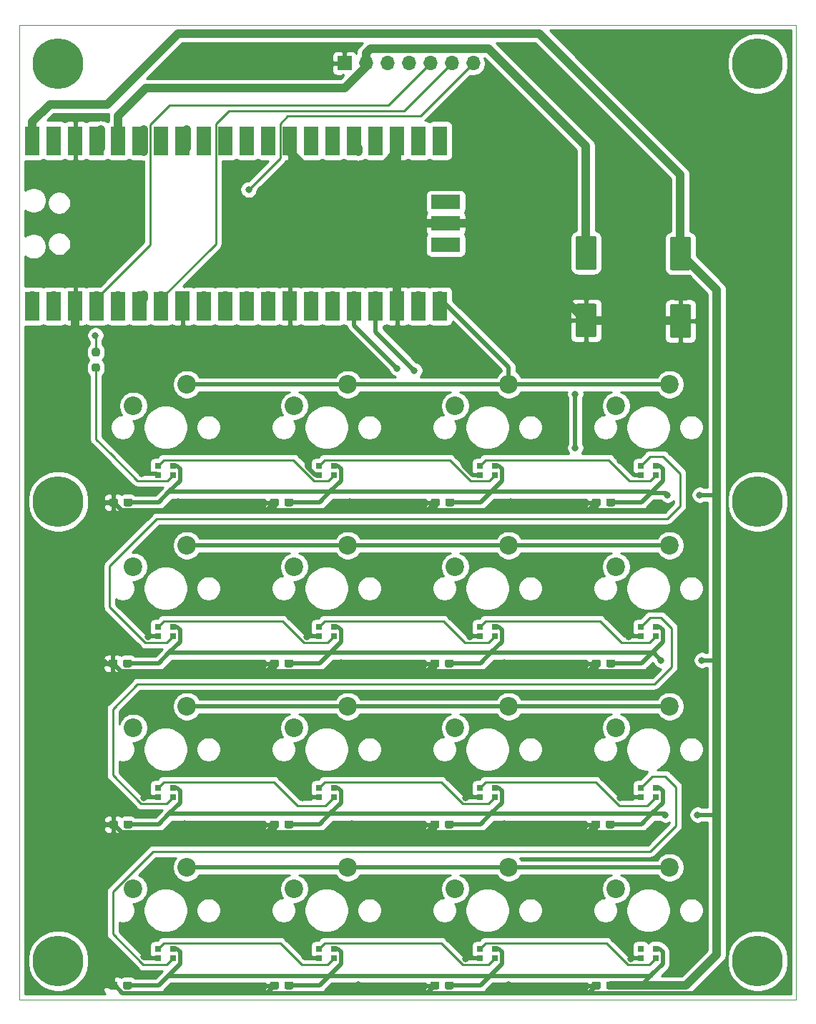
<source format=gbr>
%TF.GenerationSoftware,KiCad,Pcbnew,5.1.10-88a1d61d58~88~ubuntu20.04.1*%
%TF.CreationDate,2021-06-08T22:13:52+03:00*%
%TF.ProjectId,picoMacro,7069636f-4d61-4637-926f-2e6b69636164,rev?*%
%TF.SameCoordinates,Original*%
%TF.FileFunction,Copper,L1,Top*%
%TF.FilePolarity,Positive*%
%FSLAX46Y46*%
G04 Gerber Fmt 4.6, Leading zero omitted, Abs format (unit mm)*
G04 Created by KiCad (PCBNEW 5.1.10-88a1d61d58~88~ubuntu20.04.1) date 2021-06-08 22:13:52*
%MOMM*%
%LPD*%
G01*
G04 APERTURE LIST*
%TA.AperFunction,Profile*%
%ADD10C,0.050000*%
%TD*%
%TA.AperFunction,ComponentPad*%
%ADD11C,6.000000*%
%TD*%
%TA.AperFunction,ComponentPad*%
%ADD12O,1.700000X1.700000*%
%TD*%
%TA.AperFunction,SMDPad,CuDef*%
%ADD13R,3.500000X1.700000*%
%TD*%
%TA.AperFunction,ComponentPad*%
%ADD14R,1.700000X1.700000*%
%TD*%
%TA.AperFunction,SMDPad,CuDef*%
%ADD15R,1.700000X3.500000*%
%TD*%
%TA.AperFunction,SMDPad,CuDef*%
%ADD16R,0.700000X0.700000*%
%TD*%
%TA.AperFunction,ComponentPad*%
%ADD17C,2.200000*%
%TD*%
%TA.AperFunction,ViaPad*%
%ADD18C,0.800000*%
%TD*%
%TA.AperFunction,Conductor*%
%ADD19C,0.500000*%
%TD*%
%TA.AperFunction,Conductor*%
%ADD20C,1.000000*%
%TD*%
%TA.AperFunction,Conductor*%
%ADD21C,0.250000*%
%TD*%
%TA.AperFunction,Conductor*%
%ADD22C,0.254000*%
%TD*%
%TA.AperFunction,Conductor*%
%ADD23C,0.100000*%
%TD*%
G04 APERTURE END LIST*
D10*
X633476000Y-337820000D02*
X541528000Y-337820000D01*
X633476000Y-453136000D02*
X633476000Y-337820000D01*
X541528000Y-453136000D02*
X633476000Y-453136000D01*
X541528000Y-337820000D02*
X541528000Y-453136000D01*
D11*
%TO.P,REF\u002A\u002A,1*%
%TO.N,N/C*%
X628904000Y-342392000D03*
%TD*%
D12*
%TO.P,U1,43*%
%TO.N,Net-(U1-Pad43)*%
X591082000Y-358775000D03*
D13*
X591982000Y-358775000D03*
D14*
%TO.P,U1,42*%
%TO.N,GND*%
X591082000Y-361315000D03*
D13*
X591982000Y-361315000D03*
D12*
%TO.P,U1,41*%
%TO.N,Net-(U1-Pad41)*%
X591082000Y-363855000D03*
D13*
X591982000Y-363855000D03*
D15*
%TO.P,U1,21*%
%TO.N,Net-(U1-Pad21)*%
X591312000Y-351525000D03*
%TO.P,U1,22*%
%TO.N,Net-(U1-Pad22)*%
X588772000Y-351525000D03*
%TO.P,U1,23*%
%TO.N,GND*%
X586232000Y-351525000D03*
%TO.P,U1,24*%
%TO.N,Net-(U1-Pad24)*%
X583692000Y-351525000D03*
%TO.P,U1,25*%
%TO.N,Net-(U1-Pad25)*%
X581152000Y-351525000D03*
%TO.P,U1,26*%
%TO.N,Net-(U1-Pad26)*%
X578612000Y-351525000D03*
%TO.P,U1,27*%
%TO.N,Net-(U1-Pad27)*%
X576072000Y-351525000D03*
%TO.P,U1,28*%
%TO.N,GND*%
X573532000Y-351525000D03*
%TO.P,U1,29*%
%TO.N,Net-(U1-Pad29)*%
X570992000Y-351525000D03*
%TO.P,U1,30*%
%TO.N,Net-(U1-Pad30)*%
X568452000Y-351525000D03*
%TO.P,U1,31*%
%TO.N,Net-(U1-Pad31)*%
X565912000Y-351525000D03*
%TO.P,U1,32*%
%TO.N,Net-(U1-Pad32)*%
X563372000Y-351525000D03*
%TO.P,U1,33*%
%TO.N,Net-(U1-Pad33)*%
X560832000Y-351525000D03*
%TO.P,U1,34*%
%TO.N,Net-(U1-Pad34)*%
X558292000Y-351525000D03*
%TO.P,U1,35*%
%TO.N,Net-(U1-Pad35)*%
X555752000Y-351525000D03*
%TO.P,U1,36*%
%TO.N,+3V3*%
X553212000Y-351525000D03*
%TO.P,U1,37*%
%TO.N,Net-(U1-Pad37)*%
X550672000Y-351525000D03*
%TO.P,U1,38*%
%TO.N,GND*%
X548132000Y-351525000D03*
%TO.P,U1,39*%
%TO.N,Net-(U1-Pad39)*%
X545592000Y-351525000D03*
%TO.P,U1,40*%
%TO.N,+5V*%
X543052000Y-351525000D03*
%TO.P,U1,20*%
%TO.N,Net-(SW1-Pad1)*%
X591312000Y-371105000D03*
%TO.P,U1,19*%
%TO.N,Net-(SW5-Pad1)*%
X588772000Y-371105000D03*
%TO.P,U1,18*%
%TO.N,GND*%
X586232000Y-371105000D03*
%TO.P,U1,17*%
%TO.N,Net-(SW10-Pad1)*%
X583692000Y-371105000D03*
%TO.P,U1,16*%
%TO.N,Net-(SW13-Pad1)*%
X581152000Y-371105000D03*
%TO.P,U1,15*%
%TO.N,Net-(Disp1-Pad4)*%
X578612000Y-371105000D03*
%TO.P,U1,14*%
%TO.N,Net-(Disp1-Pad3)*%
X576072000Y-371105000D03*
%TO.P,U1,13*%
%TO.N,GND*%
X573532000Y-371105000D03*
%TO.P,U1,12*%
%TO.N,Net-(SW12-Pad2)*%
X570992000Y-371105000D03*
%TO.P,U1,11*%
%TO.N,Net-(SW11-Pad2)*%
X568452000Y-371105000D03*
%TO.P,U1,10*%
%TO.N,Net-(SW10-Pad2)*%
X565912000Y-371105000D03*
%TO.P,U1,9*%
%TO.N,Net-(SW1-Pad2)*%
X563372000Y-371105000D03*
%TO.P,U1,8*%
%TO.N,GND*%
X560832000Y-371105000D03*
%TO.P,U1,7*%
%TO.N,Net-(Disp1-Pad6)*%
X558292000Y-371105000D03*
%TO.P,U1,6*%
%TO.N,Net-(Disp1-Pad7)*%
X555752000Y-371105000D03*
%TO.P,U1,5*%
%TO.N,Net-(U1-Pad5)*%
X553212000Y-371105000D03*
%TO.P,U1,4*%
%TO.N,Net-(Disp1-Pad5)*%
X550672000Y-371105000D03*
%TO.P,U1,3*%
%TO.N,GND*%
X548132000Y-371105000D03*
%TO.P,U1,2*%
%TO.N,Net-(R1-Pad2)*%
X545592000Y-371105000D03*
%TO.P,U1,1*%
%TO.N,Net-(U1-Pad1)*%
X543052000Y-371105000D03*
D12*
%TO.P,U1,40*%
%TO.N,+5V*%
X543052000Y-352425000D03*
%TO.P,U1,39*%
%TO.N,Net-(U1-Pad39)*%
X545592000Y-352425000D03*
D14*
%TO.P,U1,38*%
%TO.N,GND*%
X548132000Y-352425000D03*
D12*
%TO.P,U1,37*%
%TO.N,Net-(U1-Pad37)*%
X550672000Y-352425000D03*
%TO.P,U1,36*%
%TO.N,+3V3*%
X553212000Y-352425000D03*
%TO.P,U1,35*%
%TO.N,Net-(U1-Pad35)*%
X555752000Y-352425000D03*
%TO.P,U1,34*%
%TO.N,Net-(U1-Pad34)*%
X558292000Y-352425000D03*
D14*
%TO.P,U1,33*%
%TO.N,Net-(U1-Pad33)*%
X560832000Y-352425000D03*
D12*
%TO.P,U1,32*%
%TO.N,Net-(U1-Pad32)*%
X563372000Y-352425000D03*
%TO.P,U1,31*%
%TO.N,Net-(U1-Pad31)*%
X565912000Y-352425000D03*
%TO.P,U1,30*%
%TO.N,Net-(U1-Pad30)*%
X568452000Y-352425000D03*
%TO.P,U1,29*%
%TO.N,Net-(U1-Pad29)*%
X570992000Y-352425000D03*
D14*
%TO.P,U1,28*%
%TO.N,GND*%
X573532000Y-352425000D03*
D12*
%TO.P,U1,27*%
%TO.N,Net-(U1-Pad27)*%
X576072000Y-352425000D03*
%TO.P,U1,26*%
%TO.N,Net-(U1-Pad26)*%
X578612000Y-352425000D03*
%TO.P,U1,25*%
%TO.N,Net-(U1-Pad25)*%
X581152000Y-352425000D03*
%TO.P,U1,24*%
%TO.N,Net-(U1-Pad24)*%
X583692000Y-352425000D03*
D14*
%TO.P,U1,23*%
%TO.N,GND*%
X586232000Y-352425000D03*
D12*
%TO.P,U1,22*%
%TO.N,Net-(U1-Pad22)*%
X588772000Y-352425000D03*
%TO.P,U1,21*%
%TO.N,Net-(U1-Pad21)*%
X591312000Y-352425000D03*
%TO.P,U1,20*%
%TO.N,Net-(SW1-Pad1)*%
X591312000Y-370205000D03*
%TO.P,U1,19*%
%TO.N,Net-(SW5-Pad1)*%
X588772000Y-370205000D03*
D14*
%TO.P,U1,18*%
%TO.N,GND*%
X586232000Y-370205000D03*
D12*
%TO.P,U1,17*%
%TO.N,Net-(SW10-Pad1)*%
X583692000Y-370205000D03*
%TO.P,U1,16*%
%TO.N,Net-(SW13-Pad1)*%
X581152000Y-370205000D03*
%TO.P,U1,15*%
%TO.N,Net-(Disp1-Pad4)*%
X578612000Y-370205000D03*
%TO.P,U1,14*%
%TO.N,Net-(Disp1-Pad3)*%
X576072000Y-370205000D03*
D14*
%TO.P,U1,13*%
%TO.N,GND*%
X573532000Y-370205000D03*
D12*
%TO.P,U1,12*%
%TO.N,Net-(SW12-Pad2)*%
X570992000Y-370205000D03*
%TO.P,U1,11*%
%TO.N,Net-(SW11-Pad2)*%
X568452000Y-370205000D03*
%TO.P,U1,10*%
%TO.N,Net-(SW10-Pad2)*%
X565912000Y-370205000D03*
%TO.P,U1,9*%
%TO.N,Net-(SW1-Pad2)*%
X563372000Y-370205000D03*
D14*
%TO.P,U1,8*%
%TO.N,GND*%
X560832000Y-370205000D03*
D12*
%TO.P,U1,7*%
%TO.N,Net-(Disp1-Pad6)*%
X558292000Y-370205000D03*
%TO.P,U1,6*%
%TO.N,Net-(Disp1-Pad7)*%
X555752000Y-370205000D03*
%TO.P,U1,5*%
%TO.N,Net-(U1-Pad5)*%
X553212000Y-370205000D03*
%TO.P,U1,4*%
%TO.N,Net-(Disp1-Pad5)*%
X550672000Y-370205000D03*
D14*
%TO.P,U1,3*%
%TO.N,GND*%
X548132000Y-370205000D03*
D12*
%TO.P,U1,2*%
%TO.N,Net-(R1-Pad2)*%
X545592000Y-370205000D03*
%TO.P,U1,1*%
%TO.N,Net-(U1-Pad1)*%
X543052000Y-370205000D03*
%TD*%
D11*
%TO.P,REF\u002A\u002A,1*%
%TO.N,N/C*%
X546100000Y-342392000D03*
%TD*%
%TO.P,REF\u002A\u002A,1*%
%TO.N,N/C*%
X628904000Y-394208000D03*
%TD*%
%TO.P,REF\u002A\u002A,1*%
%TO.N,N/C*%
X546100000Y-394208000D03*
%TD*%
%TO.P,REF\u002A\u002A,1*%
%TO.N,N/C*%
X546100000Y-448564000D03*
%TD*%
%TO.P,REF\u002A\u002A,1*%
%TO.N,N/C*%
X628904000Y-448564000D03*
%TD*%
D16*
%TO.P,LED16,2*%
%TO.N,GND*%
X615035000Y-448225000D03*
%TO.P,LED16,1*%
%TO.N,Net-(LED16-Pad1)*%
X615035000Y-447125000D03*
%TO.P,LED16,4*%
%TO.N,+5V*%
X616865000Y-447125000D03*
%TO.P,LED16,3*%
%TO.N,Net-(LED15-Pad1)*%
X616865000Y-448225000D03*
%TD*%
%TO.P,LED15,2*%
%TO.N,GND*%
X595985000Y-448225000D03*
%TO.P,LED15,1*%
%TO.N,Net-(LED15-Pad1)*%
X595985000Y-447125000D03*
%TO.P,LED15,4*%
%TO.N,+5V*%
X597815000Y-447125000D03*
%TO.P,LED15,3*%
%TO.N,Net-(LED14-Pad1)*%
X597815000Y-448225000D03*
%TD*%
%TO.P,LED14,2*%
%TO.N,GND*%
X576935000Y-448225000D03*
%TO.P,LED14,1*%
%TO.N,Net-(LED14-Pad1)*%
X576935000Y-447125000D03*
%TO.P,LED14,4*%
%TO.N,+5V*%
X578765000Y-447125000D03*
%TO.P,LED14,3*%
%TO.N,Net-(LED13-Pad1)*%
X578765000Y-448225000D03*
%TD*%
%TO.P,LED13,2*%
%TO.N,GND*%
X557885000Y-448225000D03*
%TO.P,LED13,1*%
%TO.N,Net-(LED13-Pad1)*%
X557885000Y-447125000D03*
%TO.P,LED13,4*%
%TO.N,+5V*%
X559715000Y-447125000D03*
%TO.P,LED13,3*%
%TO.N,Net-(LED12-Pad1)*%
X559715000Y-448225000D03*
%TD*%
%TO.P,LED12,2*%
%TO.N,GND*%
X615035000Y-429175000D03*
%TO.P,LED12,1*%
%TO.N,Net-(LED12-Pad1)*%
X615035000Y-428075000D03*
%TO.P,LED12,4*%
%TO.N,+5V*%
X616865000Y-428075000D03*
%TO.P,LED12,3*%
%TO.N,Net-(LED11-Pad1)*%
X616865000Y-429175000D03*
%TD*%
%TO.P,LED11,2*%
%TO.N,GND*%
X595985000Y-429175000D03*
%TO.P,LED11,1*%
%TO.N,Net-(LED11-Pad1)*%
X595985000Y-428075000D03*
%TO.P,LED11,4*%
%TO.N,+5V*%
X597815000Y-428075000D03*
%TO.P,LED11,3*%
%TO.N,Net-(LED10-Pad1)*%
X597815000Y-429175000D03*
%TD*%
%TO.P,LED10,2*%
%TO.N,GND*%
X576935000Y-429175000D03*
%TO.P,LED10,1*%
%TO.N,Net-(LED10-Pad1)*%
X576935000Y-428075000D03*
%TO.P,LED10,4*%
%TO.N,+5V*%
X578765000Y-428075000D03*
%TO.P,LED10,3*%
%TO.N,Net-(LED10-Pad3)*%
X578765000Y-429175000D03*
%TD*%
%TO.P,LED9,2*%
%TO.N,GND*%
X557885000Y-429175000D03*
%TO.P,LED9,1*%
%TO.N,Net-(LED10-Pad3)*%
X557885000Y-428075000D03*
%TO.P,LED9,4*%
%TO.N,+5V*%
X559715000Y-428075000D03*
%TO.P,LED9,3*%
%TO.N,Net-(LED8-Pad1)*%
X559715000Y-429175000D03*
%TD*%
%TO.P,LED8,2*%
%TO.N,GND*%
X615035000Y-410125000D03*
%TO.P,LED8,1*%
%TO.N,Net-(LED8-Pad1)*%
X615035000Y-409025000D03*
%TO.P,LED8,4*%
%TO.N,+5V*%
X616865000Y-409025000D03*
%TO.P,LED8,3*%
%TO.N,Net-(LED7-Pad1)*%
X616865000Y-410125000D03*
%TD*%
%TO.P,LED7,2*%
%TO.N,GND*%
X595985000Y-410125000D03*
%TO.P,LED7,1*%
%TO.N,Net-(LED7-Pad1)*%
X595985000Y-409025000D03*
%TO.P,LED7,4*%
%TO.N,+5V*%
X597815000Y-409025000D03*
%TO.P,LED7,3*%
%TO.N,Net-(LED6-Pad1)*%
X597815000Y-410125000D03*
%TD*%
%TO.P,LED6,2*%
%TO.N,GND*%
X576935000Y-410125000D03*
%TO.P,LED6,1*%
%TO.N,Net-(LED6-Pad1)*%
X576935000Y-409025000D03*
%TO.P,LED6,4*%
%TO.N,+5V*%
X578765000Y-409025000D03*
%TO.P,LED6,3*%
%TO.N,Net-(LED5-Pad1)*%
X578765000Y-410125000D03*
%TD*%
%TO.P,LED5,2*%
%TO.N,GND*%
X557885000Y-410125000D03*
%TO.P,LED5,1*%
%TO.N,Net-(LED5-Pad1)*%
X557885000Y-409025000D03*
%TO.P,LED5,4*%
%TO.N,+5V*%
X559715000Y-409025000D03*
%TO.P,LED5,3*%
%TO.N,Net-(LED4-Pad1)*%
X559715000Y-410125000D03*
%TD*%
%TO.P,LED4,2*%
%TO.N,GND*%
X615035000Y-391075000D03*
%TO.P,LED4,1*%
%TO.N,Net-(LED4-Pad1)*%
X615035000Y-389975000D03*
%TO.P,LED4,4*%
%TO.N,+5V*%
X616865000Y-389975000D03*
%TO.P,LED4,3*%
%TO.N,Net-(LED3-Pad1)*%
X616865000Y-391075000D03*
%TD*%
%TO.P,LED3,2*%
%TO.N,GND*%
X595985000Y-391075000D03*
%TO.P,LED3,1*%
%TO.N,Net-(LED3-Pad1)*%
X595985000Y-389975000D03*
%TO.P,LED3,4*%
%TO.N,+5V*%
X597815000Y-389975000D03*
%TO.P,LED3,3*%
%TO.N,Net-(LED2-Pad1)*%
X597815000Y-391075000D03*
%TD*%
%TO.P,LED2,2*%
%TO.N,GND*%
X576935000Y-391075000D03*
%TO.P,LED2,1*%
%TO.N,Net-(LED2-Pad1)*%
X576935000Y-389975000D03*
%TO.P,LED2,4*%
%TO.N,+5V*%
X578765000Y-389975000D03*
%TO.P,LED2,3*%
%TO.N,Net-(LED1-Pad1)*%
X578765000Y-391075000D03*
%TD*%
%TO.P,LED1,2*%
%TO.N,GND*%
X557885000Y-391075000D03*
%TO.P,LED1,1*%
%TO.N,Net-(LED1-Pad1)*%
X557885000Y-389975000D03*
%TO.P,LED1,4*%
%TO.N,+5V*%
X559715000Y-389975000D03*
%TO.P,LED1,3*%
%TO.N,Net-(LED1-Pad3)*%
X559715000Y-391075000D03*
%TD*%
D17*
%TO.P,SW16,2*%
%TO.N,Net-(SW12-Pad2)*%
X612140000Y-440055000D03*
%TO.P,SW16,1*%
%TO.N,Net-(SW13-Pad1)*%
X618490000Y-437515000D03*
%TD*%
%TO.P,SW15,2*%
%TO.N,Net-(SW11-Pad2)*%
X593090000Y-440055000D03*
%TO.P,SW15,1*%
%TO.N,Net-(SW13-Pad1)*%
X599440000Y-437515000D03*
%TD*%
%TO.P,SW14,2*%
%TO.N,Net-(SW10-Pad2)*%
X574040000Y-440055000D03*
%TO.P,SW14,1*%
%TO.N,Net-(SW13-Pad1)*%
X580390000Y-437515000D03*
%TD*%
%TO.P,SW13,2*%
%TO.N,Net-(SW1-Pad2)*%
X554990000Y-440055000D03*
%TO.P,SW13,1*%
%TO.N,Net-(SW13-Pad1)*%
X561340000Y-437515000D03*
%TD*%
%TO.P,SW12,2*%
%TO.N,Net-(SW12-Pad2)*%
X612140000Y-421005000D03*
%TO.P,SW12,1*%
%TO.N,Net-(SW10-Pad1)*%
X618490000Y-418465000D03*
%TD*%
%TO.P,SW11,2*%
%TO.N,Net-(SW11-Pad2)*%
X593090000Y-421005000D03*
%TO.P,SW11,1*%
%TO.N,Net-(SW10-Pad1)*%
X599440000Y-418465000D03*
%TD*%
%TO.P,SW10,2*%
%TO.N,Net-(SW10-Pad2)*%
X574040000Y-421005000D03*
%TO.P,SW10,1*%
%TO.N,Net-(SW10-Pad1)*%
X580390000Y-418465000D03*
%TD*%
%TO.P,SW9,2*%
%TO.N,Net-(SW1-Pad2)*%
X554990000Y-421005000D03*
%TO.P,SW9,1*%
%TO.N,Net-(SW10-Pad1)*%
X561340000Y-418465000D03*
%TD*%
%TO.P,SW8,2*%
%TO.N,Net-(SW12-Pad2)*%
X612140000Y-401955000D03*
%TO.P,SW8,1*%
%TO.N,Net-(SW5-Pad1)*%
X618490000Y-399415000D03*
%TD*%
%TO.P,SW7,2*%
%TO.N,Net-(SW11-Pad2)*%
X593090000Y-401955000D03*
%TO.P,SW7,1*%
%TO.N,Net-(SW5-Pad1)*%
X599440000Y-399415000D03*
%TD*%
%TO.P,SW6,2*%
%TO.N,Net-(SW10-Pad2)*%
X574040000Y-401955000D03*
%TO.P,SW6,1*%
%TO.N,Net-(SW5-Pad1)*%
X580390000Y-399415000D03*
%TD*%
%TO.P,SW5,2*%
%TO.N,Net-(SW1-Pad2)*%
X554990000Y-401955000D03*
%TO.P,SW5,1*%
%TO.N,Net-(SW5-Pad1)*%
X561340000Y-399415000D03*
%TD*%
%TO.P,SW4,2*%
%TO.N,Net-(SW12-Pad2)*%
X612140000Y-382905000D03*
%TO.P,SW4,1*%
%TO.N,Net-(SW1-Pad1)*%
X618490000Y-380365000D03*
%TD*%
%TO.P,SW3,2*%
%TO.N,Net-(SW11-Pad2)*%
X593090000Y-382905000D03*
%TO.P,SW3,1*%
%TO.N,Net-(SW1-Pad1)*%
X599440000Y-380365000D03*
%TD*%
%TO.P,SW2,2*%
%TO.N,Net-(SW10-Pad2)*%
X574040000Y-382905000D03*
%TO.P,SW2,1*%
%TO.N,Net-(SW1-Pad1)*%
X580390000Y-380365000D03*
%TD*%
%TO.P,SW1,2*%
%TO.N,Net-(SW1-Pad2)*%
X554990000Y-382905000D03*
%TO.P,SW1,1*%
%TO.N,Net-(SW1-Pad1)*%
X561340000Y-380365000D03*
%TD*%
%TO.P,R1,2*%
%TO.N,Net-(R1-Pad2)*%
%TA.AperFunction,SMDPad,CuDef*%
G36*
G01*
X550782500Y-377042500D02*
X550307500Y-377042500D01*
G75*
G02*
X550070000Y-376805000I0J237500D01*
G01*
X550070000Y-376305000D01*
G75*
G02*
X550307500Y-376067500I237500J0D01*
G01*
X550782500Y-376067500D01*
G75*
G02*
X551020000Y-376305000I0J-237500D01*
G01*
X551020000Y-376805000D01*
G75*
G02*
X550782500Y-377042500I-237500J0D01*
G01*
G37*
%TD.AperFunction*%
%TO.P,R1,1*%
%TO.N,Net-(LED1-Pad3)*%
%TA.AperFunction,SMDPad,CuDef*%
G36*
G01*
X550782500Y-378867500D02*
X550307500Y-378867500D01*
G75*
G02*
X550070000Y-378630000I0J237500D01*
G01*
X550070000Y-378130000D01*
G75*
G02*
X550307500Y-377892500I237500J0D01*
G01*
X550782500Y-377892500D01*
G75*
G02*
X551020000Y-378130000I0J-237500D01*
G01*
X551020000Y-378630000D01*
G75*
G02*
X550782500Y-378867500I-237500J0D01*
G01*
G37*
%TD.AperFunction*%
%TD*%
D12*
%TO.P,Disp1,7*%
%TO.N,Net-(Disp1-Pad7)*%
X595210900Y-342379300D03*
%TO.P,Disp1,6*%
%TO.N,Net-(Disp1-Pad6)*%
X592670900Y-342379300D03*
%TO.P,Disp1,5*%
%TO.N,Net-(Disp1-Pad5)*%
X590130900Y-342379300D03*
%TO.P,Disp1,4*%
%TO.N,Net-(Disp1-Pad4)*%
X587590900Y-342379300D03*
%TO.P,Disp1,3*%
%TO.N,Net-(Disp1-Pad3)*%
X585050900Y-342379300D03*
%TO.P,Disp1,2*%
%TO.N,+3V3*%
X582510900Y-342379300D03*
D14*
%TO.P,Disp1,1*%
%TO.N,GND*%
X579970900Y-342379300D03*
%TD*%
%TO.P,C18,2*%
%TO.N,GND*%
%TA.AperFunction,SMDPad,CuDef*%
G36*
G01*
X607584000Y-370808000D02*
X609584000Y-370808000D01*
G75*
G02*
X609834000Y-371058000I0J-250000D01*
G01*
X609834000Y-374558000D01*
G75*
G02*
X609584000Y-374808000I-250000J0D01*
G01*
X607584000Y-374808000D01*
G75*
G02*
X607334000Y-374558000I0J250000D01*
G01*
X607334000Y-371058000D01*
G75*
G02*
X607584000Y-370808000I250000J0D01*
G01*
G37*
%TD.AperFunction*%
%TO.P,C18,1*%
%TO.N,+3V3*%
%TA.AperFunction,SMDPad,CuDef*%
G36*
G01*
X607584000Y-362808000D02*
X609584000Y-362808000D01*
G75*
G02*
X609834000Y-363058000I0J-250000D01*
G01*
X609834000Y-366558000D01*
G75*
G02*
X609584000Y-366808000I-250000J0D01*
G01*
X607584000Y-366808000D01*
G75*
G02*
X607334000Y-366558000I0J250000D01*
G01*
X607334000Y-363058000D01*
G75*
G02*
X607584000Y-362808000I250000J0D01*
G01*
G37*
%TD.AperFunction*%
%TD*%
%TO.P,C17,2*%
%TO.N,GND*%
%TA.AperFunction,SMDPad,CuDef*%
G36*
G01*
X618760000Y-370872000D02*
X620760000Y-370872000D01*
G75*
G02*
X621010000Y-371122000I0J-250000D01*
G01*
X621010000Y-374622000D01*
G75*
G02*
X620760000Y-374872000I-250000J0D01*
G01*
X618760000Y-374872000D01*
G75*
G02*
X618510000Y-374622000I0J250000D01*
G01*
X618510000Y-371122000D01*
G75*
G02*
X618760000Y-370872000I250000J0D01*
G01*
G37*
%TD.AperFunction*%
%TO.P,C17,1*%
%TO.N,+5V*%
%TA.AperFunction,SMDPad,CuDef*%
G36*
G01*
X618760000Y-362872000D02*
X620760000Y-362872000D01*
G75*
G02*
X621010000Y-363122000I0J-250000D01*
G01*
X621010000Y-366622000D01*
G75*
G02*
X620760000Y-366872000I-250000J0D01*
G01*
X618760000Y-366872000D01*
G75*
G02*
X618510000Y-366622000I0J250000D01*
G01*
X618510000Y-363122000D01*
G75*
G02*
X618760000Y-362872000I250000J0D01*
G01*
G37*
%TD.AperFunction*%
%TD*%
%TO.P,C16,2*%
%TO.N,GND*%
%TA.AperFunction,SMDPad,CuDef*%
G36*
G01*
X610317500Y-451247500D02*
X610317500Y-451722500D01*
G75*
G02*
X610080000Y-451960000I-237500J0D01*
G01*
X609480000Y-451960000D01*
G75*
G02*
X609242500Y-451722500I0J237500D01*
G01*
X609242500Y-451247500D01*
G75*
G02*
X609480000Y-451010000I237500J0D01*
G01*
X610080000Y-451010000D01*
G75*
G02*
X610317500Y-451247500I0J-237500D01*
G01*
G37*
%TD.AperFunction*%
%TO.P,C16,1*%
%TO.N,+5V*%
%TA.AperFunction,SMDPad,CuDef*%
G36*
G01*
X612042500Y-451247500D02*
X612042500Y-451722500D01*
G75*
G02*
X611805000Y-451960000I-237500J0D01*
G01*
X611205000Y-451960000D01*
G75*
G02*
X610967500Y-451722500I0J237500D01*
G01*
X610967500Y-451247500D01*
G75*
G02*
X611205000Y-451010000I237500J0D01*
G01*
X611805000Y-451010000D01*
G75*
G02*
X612042500Y-451247500I0J-237500D01*
G01*
G37*
%TD.AperFunction*%
%TD*%
%TO.P,C15,2*%
%TO.N,GND*%
%TA.AperFunction,SMDPad,CuDef*%
G36*
G01*
X591214500Y-451247500D02*
X591214500Y-451722500D01*
G75*
G02*
X590977000Y-451960000I-237500J0D01*
G01*
X590377000Y-451960000D01*
G75*
G02*
X590139500Y-451722500I0J237500D01*
G01*
X590139500Y-451247500D01*
G75*
G02*
X590377000Y-451010000I237500J0D01*
G01*
X590977000Y-451010000D01*
G75*
G02*
X591214500Y-451247500I0J-237500D01*
G01*
G37*
%TD.AperFunction*%
%TO.P,C15,1*%
%TO.N,+5V*%
%TA.AperFunction,SMDPad,CuDef*%
G36*
G01*
X592939500Y-451247500D02*
X592939500Y-451722500D01*
G75*
G02*
X592702000Y-451960000I-237500J0D01*
G01*
X592102000Y-451960000D01*
G75*
G02*
X591864500Y-451722500I0J237500D01*
G01*
X591864500Y-451247500D01*
G75*
G02*
X592102000Y-451010000I237500J0D01*
G01*
X592702000Y-451010000D01*
G75*
G02*
X592939500Y-451247500I0J-237500D01*
G01*
G37*
%TD.AperFunction*%
%TD*%
%TO.P,C14,2*%
%TO.N,GND*%
%TA.AperFunction,SMDPad,CuDef*%
G36*
G01*
X572217500Y-451247500D02*
X572217500Y-451722500D01*
G75*
G02*
X571980000Y-451960000I-237500J0D01*
G01*
X571380000Y-451960000D01*
G75*
G02*
X571142500Y-451722500I0J237500D01*
G01*
X571142500Y-451247500D01*
G75*
G02*
X571380000Y-451010000I237500J0D01*
G01*
X571980000Y-451010000D01*
G75*
G02*
X572217500Y-451247500I0J-237500D01*
G01*
G37*
%TD.AperFunction*%
%TO.P,C14,1*%
%TO.N,+5V*%
%TA.AperFunction,SMDPad,CuDef*%
G36*
G01*
X573942500Y-451247500D02*
X573942500Y-451722500D01*
G75*
G02*
X573705000Y-451960000I-237500J0D01*
G01*
X573105000Y-451960000D01*
G75*
G02*
X572867500Y-451722500I0J237500D01*
G01*
X572867500Y-451247500D01*
G75*
G02*
X573105000Y-451010000I237500J0D01*
G01*
X573705000Y-451010000D01*
G75*
G02*
X573942500Y-451247500I0J-237500D01*
G01*
G37*
%TD.AperFunction*%
%TD*%
%TO.P,C13,2*%
%TO.N,GND*%
%TA.AperFunction,SMDPad,CuDef*%
G36*
G01*
X553114500Y-451247500D02*
X553114500Y-451722500D01*
G75*
G02*
X552877000Y-451960000I-237500J0D01*
G01*
X552277000Y-451960000D01*
G75*
G02*
X552039500Y-451722500I0J237500D01*
G01*
X552039500Y-451247500D01*
G75*
G02*
X552277000Y-451010000I237500J0D01*
G01*
X552877000Y-451010000D01*
G75*
G02*
X553114500Y-451247500I0J-237500D01*
G01*
G37*
%TD.AperFunction*%
%TO.P,C13,1*%
%TO.N,+5V*%
%TA.AperFunction,SMDPad,CuDef*%
G36*
G01*
X554839500Y-451247500D02*
X554839500Y-451722500D01*
G75*
G02*
X554602000Y-451960000I-237500J0D01*
G01*
X554002000Y-451960000D01*
G75*
G02*
X553764500Y-451722500I0J237500D01*
G01*
X553764500Y-451247500D01*
G75*
G02*
X554002000Y-451010000I237500J0D01*
G01*
X554602000Y-451010000D01*
G75*
G02*
X554839500Y-451247500I0J-237500D01*
G01*
G37*
%TD.AperFunction*%
%TD*%
%TO.P,C12,2*%
%TO.N,GND*%
%TA.AperFunction,SMDPad,CuDef*%
G36*
G01*
X610264500Y-432197500D02*
X610264500Y-432672500D01*
G75*
G02*
X610027000Y-432910000I-237500J0D01*
G01*
X609427000Y-432910000D01*
G75*
G02*
X609189500Y-432672500I0J237500D01*
G01*
X609189500Y-432197500D01*
G75*
G02*
X609427000Y-431960000I237500J0D01*
G01*
X610027000Y-431960000D01*
G75*
G02*
X610264500Y-432197500I0J-237500D01*
G01*
G37*
%TD.AperFunction*%
%TO.P,C12,1*%
%TO.N,+5V*%
%TA.AperFunction,SMDPad,CuDef*%
G36*
G01*
X611989500Y-432197500D02*
X611989500Y-432672500D01*
G75*
G02*
X611752000Y-432910000I-237500J0D01*
G01*
X611152000Y-432910000D01*
G75*
G02*
X610914500Y-432672500I0J237500D01*
G01*
X610914500Y-432197500D01*
G75*
G02*
X611152000Y-431960000I237500J0D01*
G01*
X611752000Y-431960000D01*
G75*
G02*
X611989500Y-432197500I0J-237500D01*
G01*
G37*
%TD.AperFunction*%
%TD*%
%TO.P,C11,2*%
%TO.N,GND*%
%TA.AperFunction,SMDPad,CuDef*%
G36*
G01*
X591214500Y-432197500D02*
X591214500Y-432672500D01*
G75*
G02*
X590977000Y-432910000I-237500J0D01*
G01*
X590377000Y-432910000D01*
G75*
G02*
X590139500Y-432672500I0J237500D01*
G01*
X590139500Y-432197500D01*
G75*
G02*
X590377000Y-431960000I237500J0D01*
G01*
X590977000Y-431960000D01*
G75*
G02*
X591214500Y-432197500I0J-237500D01*
G01*
G37*
%TD.AperFunction*%
%TO.P,C11,1*%
%TO.N,+5V*%
%TA.AperFunction,SMDPad,CuDef*%
G36*
G01*
X592939500Y-432197500D02*
X592939500Y-432672500D01*
G75*
G02*
X592702000Y-432910000I-237500J0D01*
G01*
X592102000Y-432910000D01*
G75*
G02*
X591864500Y-432672500I0J237500D01*
G01*
X591864500Y-432197500D01*
G75*
G02*
X592102000Y-431960000I237500J0D01*
G01*
X592702000Y-431960000D01*
G75*
G02*
X592939500Y-432197500I0J-237500D01*
G01*
G37*
%TD.AperFunction*%
%TD*%
%TO.P,C10,2*%
%TO.N,GND*%
%TA.AperFunction,SMDPad,CuDef*%
G36*
G01*
X572217500Y-432197500D02*
X572217500Y-432672500D01*
G75*
G02*
X571980000Y-432910000I-237500J0D01*
G01*
X571380000Y-432910000D01*
G75*
G02*
X571142500Y-432672500I0J237500D01*
G01*
X571142500Y-432197500D01*
G75*
G02*
X571380000Y-431960000I237500J0D01*
G01*
X571980000Y-431960000D01*
G75*
G02*
X572217500Y-432197500I0J-237500D01*
G01*
G37*
%TD.AperFunction*%
%TO.P,C10,1*%
%TO.N,+5V*%
%TA.AperFunction,SMDPad,CuDef*%
G36*
G01*
X573942500Y-432197500D02*
X573942500Y-432672500D01*
G75*
G02*
X573705000Y-432910000I-237500J0D01*
G01*
X573105000Y-432910000D01*
G75*
G02*
X572867500Y-432672500I0J237500D01*
G01*
X572867500Y-432197500D01*
G75*
G02*
X573105000Y-431960000I237500J0D01*
G01*
X573705000Y-431960000D01*
G75*
G02*
X573942500Y-432197500I0J-237500D01*
G01*
G37*
%TD.AperFunction*%
%TD*%
%TO.P,C9,2*%
%TO.N,GND*%
%TA.AperFunction,SMDPad,CuDef*%
G36*
G01*
X553167500Y-432197500D02*
X553167500Y-432672500D01*
G75*
G02*
X552930000Y-432910000I-237500J0D01*
G01*
X552330000Y-432910000D01*
G75*
G02*
X552092500Y-432672500I0J237500D01*
G01*
X552092500Y-432197500D01*
G75*
G02*
X552330000Y-431960000I237500J0D01*
G01*
X552930000Y-431960000D01*
G75*
G02*
X553167500Y-432197500I0J-237500D01*
G01*
G37*
%TD.AperFunction*%
%TO.P,C9,1*%
%TO.N,+5V*%
%TA.AperFunction,SMDPad,CuDef*%
G36*
G01*
X554892500Y-432197500D02*
X554892500Y-432672500D01*
G75*
G02*
X554655000Y-432910000I-237500J0D01*
G01*
X554055000Y-432910000D01*
G75*
G02*
X553817500Y-432672500I0J237500D01*
G01*
X553817500Y-432197500D01*
G75*
G02*
X554055000Y-431960000I237500J0D01*
G01*
X554655000Y-431960000D01*
G75*
G02*
X554892500Y-432197500I0J-237500D01*
G01*
G37*
%TD.AperFunction*%
%TD*%
%TO.P,C8,2*%
%TO.N,GND*%
%TA.AperFunction,SMDPad,CuDef*%
G36*
G01*
X610317500Y-413147500D02*
X610317500Y-413622500D01*
G75*
G02*
X610080000Y-413860000I-237500J0D01*
G01*
X609480000Y-413860000D01*
G75*
G02*
X609242500Y-413622500I0J237500D01*
G01*
X609242500Y-413147500D01*
G75*
G02*
X609480000Y-412910000I237500J0D01*
G01*
X610080000Y-412910000D01*
G75*
G02*
X610317500Y-413147500I0J-237500D01*
G01*
G37*
%TD.AperFunction*%
%TO.P,C8,1*%
%TO.N,+5V*%
%TA.AperFunction,SMDPad,CuDef*%
G36*
G01*
X612042500Y-413147500D02*
X612042500Y-413622500D01*
G75*
G02*
X611805000Y-413860000I-237500J0D01*
G01*
X611205000Y-413860000D01*
G75*
G02*
X610967500Y-413622500I0J237500D01*
G01*
X610967500Y-413147500D01*
G75*
G02*
X611205000Y-412910000I237500J0D01*
G01*
X611805000Y-412910000D01*
G75*
G02*
X612042500Y-413147500I0J-237500D01*
G01*
G37*
%TD.AperFunction*%
%TD*%
%TO.P,C7,2*%
%TO.N,GND*%
%TA.AperFunction,SMDPad,CuDef*%
G36*
G01*
X591214500Y-413147500D02*
X591214500Y-413622500D01*
G75*
G02*
X590977000Y-413860000I-237500J0D01*
G01*
X590377000Y-413860000D01*
G75*
G02*
X590139500Y-413622500I0J237500D01*
G01*
X590139500Y-413147500D01*
G75*
G02*
X590377000Y-412910000I237500J0D01*
G01*
X590977000Y-412910000D01*
G75*
G02*
X591214500Y-413147500I0J-237500D01*
G01*
G37*
%TD.AperFunction*%
%TO.P,C7,1*%
%TO.N,+5V*%
%TA.AperFunction,SMDPad,CuDef*%
G36*
G01*
X592939500Y-413147500D02*
X592939500Y-413622500D01*
G75*
G02*
X592702000Y-413860000I-237500J0D01*
G01*
X592102000Y-413860000D01*
G75*
G02*
X591864500Y-413622500I0J237500D01*
G01*
X591864500Y-413147500D01*
G75*
G02*
X592102000Y-412910000I237500J0D01*
G01*
X592702000Y-412910000D01*
G75*
G02*
X592939500Y-413147500I0J-237500D01*
G01*
G37*
%TD.AperFunction*%
%TD*%
%TO.P,C6,2*%
%TO.N,GND*%
%TA.AperFunction,SMDPad,CuDef*%
G36*
G01*
X572217500Y-413147500D02*
X572217500Y-413622500D01*
G75*
G02*
X571980000Y-413860000I-237500J0D01*
G01*
X571380000Y-413860000D01*
G75*
G02*
X571142500Y-413622500I0J237500D01*
G01*
X571142500Y-413147500D01*
G75*
G02*
X571380000Y-412910000I237500J0D01*
G01*
X571980000Y-412910000D01*
G75*
G02*
X572217500Y-413147500I0J-237500D01*
G01*
G37*
%TD.AperFunction*%
%TO.P,C6,1*%
%TO.N,+5V*%
%TA.AperFunction,SMDPad,CuDef*%
G36*
G01*
X573942500Y-413147500D02*
X573942500Y-413622500D01*
G75*
G02*
X573705000Y-413860000I-237500J0D01*
G01*
X573105000Y-413860000D01*
G75*
G02*
X572867500Y-413622500I0J237500D01*
G01*
X572867500Y-413147500D01*
G75*
G02*
X573105000Y-412910000I237500J0D01*
G01*
X573705000Y-412910000D01*
G75*
G02*
X573942500Y-413147500I0J-237500D01*
G01*
G37*
%TD.AperFunction*%
%TD*%
%TO.P,C5,2*%
%TO.N,GND*%
%TA.AperFunction,SMDPad,CuDef*%
G36*
G01*
X553114500Y-413147500D02*
X553114500Y-413622500D01*
G75*
G02*
X552877000Y-413860000I-237500J0D01*
G01*
X552277000Y-413860000D01*
G75*
G02*
X552039500Y-413622500I0J237500D01*
G01*
X552039500Y-413147500D01*
G75*
G02*
X552277000Y-412910000I237500J0D01*
G01*
X552877000Y-412910000D01*
G75*
G02*
X553114500Y-413147500I0J-237500D01*
G01*
G37*
%TD.AperFunction*%
%TO.P,C5,1*%
%TO.N,+5V*%
%TA.AperFunction,SMDPad,CuDef*%
G36*
G01*
X554839500Y-413147500D02*
X554839500Y-413622500D01*
G75*
G02*
X554602000Y-413860000I-237500J0D01*
G01*
X554002000Y-413860000D01*
G75*
G02*
X553764500Y-413622500I0J237500D01*
G01*
X553764500Y-413147500D01*
G75*
G02*
X554002000Y-412910000I237500J0D01*
G01*
X554602000Y-412910000D01*
G75*
G02*
X554839500Y-413147500I0J-237500D01*
G01*
G37*
%TD.AperFunction*%
%TD*%
%TO.P,C4,2*%
%TO.N,GND*%
%TA.AperFunction,SMDPad,CuDef*%
G36*
G01*
X610317500Y-394097500D02*
X610317500Y-394572500D01*
G75*
G02*
X610080000Y-394810000I-237500J0D01*
G01*
X609480000Y-394810000D01*
G75*
G02*
X609242500Y-394572500I0J237500D01*
G01*
X609242500Y-394097500D01*
G75*
G02*
X609480000Y-393860000I237500J0D01*
G01*
X610080000Y-393860000D01*
G75*
G02*
X610317500Y-394097500I0J-237500D01*
G01*
G37*
%TD.AperFunction*%
%TO.P,C4,1*%
%TO.N,+5V*%
%TA.AperFunction,SMDPad,CuDef*%
G36*
G01*
X612042500Y-394097500D02*
X612042500Y-394572500D01*
G75*
G02*
X611805000Y-394810000I-237500J0D01*
G01*
X611205000Y-394810000D01*
G75*
G02*
X610967500Y-394572500I0J237500D01*
G01*
X610967500Y-394097500D01*
G75*
G02*
X611205000Y-393860000I237500J0D01*
G01*
X611805000Y-393860000D01*
G75*
G02*
X612042500Y-394097500I0J-237500D01*
G01*
G37*
%TD.AperFunction*%
%TD*%
%TO.P,C3,2*%
%TO.N,GND*%
%TA.AperFunction,SMDPad,CuDef*%
G36*
G01*
X591267500Y-394097500D02*
X591267500Y-394572500D01*
G75*
G02*
X591030000Y-394810000I-237500J0D01*
G01*
X590430000Y-394810000D01*
G75*
G02*
X590192500Y-394572500I0J237500D01*
G01*
X590192500Y-394097500D01*
G75*
G02*
X590430000Y-393860000I237500J0D01*
G01*
X591030000Y-393860000D01*
G75*
G02*
X591267500Y-394097500I0J-237500D01*
G01*
G37*
%TD.AperFunction*%
%TO.P,C3,1*%
%TO.N,+5V*%
%TA.AperFunction,SMDPad,CuDef*%
G36*
G01*
X592992500Y-394097500D02*
X592992500Y-394572500D01*
G75*
G02*
X592755000Y-394810000I-237500J0D01*
G01*
X592155000Y-394810000D01*
G75*
G02*
X591917500Y-394572500I0J237500D01*
G01*
X591917500Y-394097500D01*
G75*
G02*
X592155000Y-393860000I237500J0D01*
G01*
X592755000Y-393860000D01*
G75*
G02*
X592992500Y-394097500I0J-237500D01*
G01*
G37*
%TD.AperFunction*%
%TD*%
%TO.P,C2,2*%
%TO.N,GND*%
%TA.AperFunction,SMDPad,CuDef*%
G36*
G01*
X572217500Y-394097500D02*
X572217500Y-394572500D01*
G75*
G02*
X571980000Y-394810000I-237500J0D01*
G01*
X571380000Y-394810000D01*
G75*
G02*
X571142500Y-394572500I0J237500D01*
G01*
X571142500Y-394097500D01*
G75*
G02*
X571380000Y-393860000I237500J0D01*
G01*
X571980000Y-393860000D01*
G75*
G02*
X572217500Y-394097500I0J-237500D01*
G01*
G37*
%TD.AperFunction*%
%TO.P,C2,1*%
%TO.N,+5V*%
%TA.AperFunction,SMDPad,CuDef*%
G36*
G01*
X573942500Y-394097500D02*
X573942500Y-394572500D01*
G75*
G02*
X573705000Y-394810000I-237500J0D01*
G01*
X573105000Y-394810000D01*
G75*
G02*
X572867500Y-394572500I0J237500D01*
G01*
X572867500Y-394097500D01*
G75*
G02*
X573105000Y-393860000I237500J0D01*
G01*
X573705000Y-393860000D01*
G75*
G02*
X573942500Y-394097500I0J-237500D01*
G01*
G37*
%TD.AperFunction*%
%TD*%
%TO.P,C1,2*%
%TO.N,GND*%
%TA.AperFunction,SMDPad,CuDef*%
G36*
G01*
X553167500Y-394097500D02*
X553167500Y-394572500D01*
G75*
G02*
X552930000Y-394810000I-237500J0D01*
G01*
X552330000Y-394810000D01*
G75*
G02*
X552092500Y-394572500I0J237500D01*
G01*
X552092500Y-394097500D01*
G75*
G02*
X552330000Y-393860000I237500J0D01*
G01*
X552930000Y-393860000D01*
G75*
G02*
X553167500Y-394097500I0J-237500D01*
G01*
G37*
%TD.AperFunction*%
%TO.P,C1,1*%
%TO.N,+5V*%
%TA.AperFunction,SMDPad,CuDef*%
G36*
G01*
X554892500Y-394097500D02*
X554892500Y-394572500D01*
G75*
G02*
X554655000Y-394810000I-237500J0D01*
G01*
X554055000Y-394810000D01*
G75*
G02*
X553817500Y-394572500I0J237500D01*
G01*
X553817500Y-394097500D01*
G75*
G02*
X554055000Y-393860000I237500J0D01*
G01*
X554655000Y-393860000D01*
G75*
G02*
X554892500Y-394097500I0J-237500D01*
G01*
G37*
%TD.AperFunction*%
%TD*%
D18*
%TO.N,GND*%
X560324000Y-394208000D03*
X556006000Y-390906000D03*
X580644000Y-394208000D03*
X575564000Y-389128000D03*
X599694000Y-394208000D03*
X617474000Y-394716000D03*
X594105998Y-389636000D03*
X612648000Y-389382000D03*
X561086000Y-413512000D03*
X579628000Y-413258000D03*
X598932000Y-413258000D03*
X616204000Y-414274000D03*
X617220000Y-432816000D03*
X598932000Y-432308000D03*
X580898000Y-432308000D03*
X561086000Y-432308000D03*
X560324000Y-451612000D03*
X581660000Y-451358000D03*
X599440000Y-451358000D03*
X623062000Y-451104000D03*
X556260000Y-448055980D03*
X575310000Y-448056018D03*
X594360000Y-448310000D03*
X613918000Y-448310000D03*
X556260000Y-429260000D03*
X575056000Y-429260012D03*
X594360000Y-429260000D03*
X612648000Y-429260000D03*
X613664000Y-410210000D03*
X594867994Y-410210000D03*
X575564000Y-410210000D03*
X556768000Y-410210000D03*
%TO.N,+5V*%
X618236000Y-393446000D03*
X617474000Y-413004000D03*
X622300000Y-413004000D03*
X622046000Y-393446000D03*
X617982000Y-431292000D03*
X621792000Y-431292000D03*
%TO.N,Net-(Disp1-Pad7)*%
X568642499Y-357314501D03*
%TO.N,Net-(R1-Pad2)*%
X550494200Y-374561100D03*
%TO.N,Net-(SW5-Pad1)*%
X607314000Y-381508000D03*
X607314000Y-387858000D03*
%TO.N,Net-(SW10-Pad1)*%
X588264000Y-378714000D03*
%TO.N,Net-(SW13-Pad1)*%
X586232000Y-378460000D03*
%TD*%
D19*
%TO.N,GND*%
X570754990Y-395260010D02*
X571680000Y-394335000D01*
X552630000Y-394335000D02*
X553555010Y-395260010D01*
X589804990Y-395260010D02*
X590730000Y-394335000D01*
X608854990Y-395260010D02*
X609780000Y-394335000D01*
D20*
X619696000Y-372808000D02*
X619760000Y-372872000D01*
X608584000Y-372808000D02*
X619696000Y-372808000D01*
D19*
X553555010Y-395260010D02*
X559344010Y-395260010D01*
X559344010Y-395260010D02*
X570754990Y-395260010D01*
D21*
X578829990Y-395260010D02*
X579591990Y-395260010D01*
D19*
X570754990Y-395260010D02*
X578829990Y-395260010D01*
X578829990Y-395260010D02*
X589804990Y-395260010D01*
D21*
X576749998Y-391075000D02*
X576935000Y-391075000D01*
D19*
X589804990Y-395260010D02*
X598641990Y-395260010D01*
X598641990Y-395260010D02*
X608854990Y-395260010D01*
D21*
X614849000Y-391075000D02*
X615035000Y-391075000D01*
D19*
X570754990Y-452410010D02*
X571680000Y-451485000D01*
X581442010Y-452410010D02*
X581478020Y-452374000D01*
X589788000Y-452374000D02*
X590677000Y-451485000D01*
X581478020Y-452374000D02*
X589788000Y-452374000D01*
X608854990Y-452410010D02*
X609780000Y-451485000D01*
X589788000Y-452374000D02*
X589824010Y-452410010D01*
X559344010Y-395187990D02*
X560324000Y-394208000D01*
X559344010Y-395260010D02*
X559344010Y-395187990D01*
X557716000Y-390906000D02*
X557885000Y-391075000D01*
X556006000Y-390906000D02*
X557716000Y-390906000D01*
X579591990Y-395260010D02*
X580644000Y-394208000D01*
X576546186Y-391075000D02*
X576935000Y-391075000D01*
X575564000Y-390092814D02*
X576546186Y-391075000D01*
X575564000Y-389128000D02*
X575564000Y-390092814D01*
X598641990Y-395260010D02*
X599694000Y-394208000D01*
X595985000Y-391075000D02*
X595135000Y-391075000D01*
X595135000Y-391075000D02*
X594105998Y-390045998D01*
X594105998Y-390045998D02*
X594105998Y-389636000D01*
X616929990Y-395260010D02*
X617474000Y-394716000D01*
X608854990Y-395260010D02*
X616929990Y-395260010D01*
X615035000Y-391075000D02*
X614341000Y-391075000D01*
X614341000Y-391075000D02*
X612648000Y-389382000D01*
X570754990Y-414310010D02*
X571680000Y-413385000D01*
X552577000Y-413385000D02*
X553502010Y-414310010D01*
X587211990Y-414310010D02*
X587248000Y-414274000D01*
X570193990Y-414310010D02*
X570754990Y-414310010D01*
X589788000Y-414274000D02*
X590677000Y-413385000D01*
X591781212Y-414274000D02*
X591817222Y-414310010D01*
X608854990Y-414310010D02*
X609780000Y-413385000D01*
X587248000Y-414274000D02*
X589280000Y-414274000D01*
X589280000Y-414274000D02*
X591781212Y-414274000D01*
X589280000Y-414274000D02*
X589788000Y-414274000D01*
X560287990Y-414310010D02*
X561086000Y-413512000D01*
X559852010Y-414310010D02*
X560287990Y-414310010D01*
X553502010Y-414310010D02*
X559852010Y-414310010D01*
X559852010Y-414310010D02*
X570193990Y-414310010D01*
X578648010Y-414237990D02*
X579628000Y-413258000D01*
X578648010Y-414310010D02*
X578648010Y-414237990D01*
X570193990Y-414310010D02*
X578648010Y-414310010D01*
X578648010Y-414310010D02*
X587211990Y-414310010D01*
X597952010Y-414237990D02*
X598932000Y-413258000D01*
X597952010Y-414310010D02*
X597952010Y-414237990D01*
X591817222Y-414310010D02*
X597952010Y-414310010D01*
X597952010Y-414310010D02*
X608854990Y-414310010D01*
X616167990Y-414310010D02*
X616204000Y-414274000D01*
X608854990Y-414310010D02*
X616167990Y-414310010D01*
X570754990Y-433360010D02*
X571680000Y-432435000D01*
X552630000Y-432435000D02*
X553555010Y-433360010D01*
X589751990Y-433360010D02*
X590677000Y-432435000D01*
X570447990Y-433360010D02*
X570754990Y-433360010D01*
X608801990Y-433360010D02*
X609727000Y-432435000D01*
X589497990Y-433360010D02*
X589751990Y-433360010D01*
X616675990Y-433360010D02*
X617220000Y-432816000D01*
X608801990Y-433360010D02*
X616675990Y-433360010D01*
X597879990Y-433360010D02*
X598932000Y-432308000D01*
X597698010Y-433360010D02*
X597879990Y-433360010D01*
X589497990Y-433360010D02*
X597698010Y-433360010D01*
X597698010Y-433360010D02*
X608801990Y-433360010D01*
X579845990Y-433360010D02*
X580898000Y-432308000D01*
X579664010Y-433360010D02*
X579845990Y-433360010D01*
X570447990Y-433360010D02*
X579664010Y-433360010D01*
X579664010Y-433360010D02*
X589497990Y-433360010D01*
X560033990Y-433360010D02*
X561086000Y-432308000D01*
X559525990Y-433360010D02*
X560033990Y-433360010D01*
X553555010Y-433360010D02*
X559525990Y-433360010D01*
X559525990Y-433360010D02*
X570447990Y-433360010D01*
X559525990Y-452410010D02*
X560324000Y-451612000D01*
X558836010Y-452410010D02*
X559525990Y-452410010D01*
X553717222Y-452410010D02*
X558836010Y-452410010D01*
X558836010Y-452410010D02*
X570754990Y-452410010D01*
X581115990Y-451902010D02*
X581660000Y-451358000D01*
X581115990Y-452410010D02*
X581115990Y-451902010D01*
X570754990Y-452410010D02*
X581115990Y-452410010D01*
X581115990Y-452410010D02*
X581442010Y-452410010D01*
X598387990Y-452410010D02*
X599440000Y-451358000D01*
X597190010Y-452410010D02*
X598387990Y-452410010D01*
X589824010Y-452410010D02*
X597190010Y-452410010D01*
X597190010Y-452410010D02*
X608854990Y-452410010D01*
X621730990Y-452435010D02*
X623062000Y-451104000D01*
X608879990Y-452435010D02*
X621730990Y-452435010D01*
X608854990Y-452410010D02*
X608879990Y-452435010D01*
X552792212Y-451485000D02*
X553717222Y-452410010D01*
X552577000Y-451485000D02*
X552792212Y-451485000D01*
X557885000Y-448225000D02*
X556429020Y-448225000D01*
X556429020Y-448225000D02*
X556260000Y-448055980D01*
X575478982Y-448225000D02*
X575310000Y-448056018D01*
X576935000Y-448225000D02*
X575478982Y-448225000D01*
X594445000Y-448225000D02*
X594360000Y-448310000D01*
X595985000Y-448225000D02*
X594445000Y-448225000D01*
X615035000Y-448225000D02*
X614003000Y-448225000D01*
X614003000Y-448225000D02*
X613918000Y-448310000D01*
X557885000Y-429175000D02*
X556345000Y-429175000D01*
X556345000Y-429175000D02*
X556260000Y-429260000D01*
X575141012Y-429175000D02*
X575056000Y-429260012D01*
X576935000Y-429175000D02*
X575141012Y-429175000D01*
X595985000Y-429175000D02*
X594445000Y-429175000D01*
X594445000Y-429175000D02*
X594360000Y-429260000D01*
X615035000Y-429175000D02*
X612733000Y-429175000D01*
X612733000Y-429175000D02*
X612648000Y-429260000D01*
X615035000Y-410125000D02*
X613749000Y-410125000D01*
X613749000Y-410125000D02*
X613664000Y-410210000D01*
X595985000Y-410125000D02*
X594952994Y-410125000D01*
X594952994Y-410125000D02*
X594867994Y-410210000D01*
X576935000Y-410125000D02*
X575649000Y-410125000D01*
X575649000Y-410125000D02*
X575564000Y-410210000D01*
X556853000Y-410125000D02*
X556768000Y-410210000D01*
X557885000Y-410125000D02*
X556853000Y-410125000D01*
D20*
X589232000Y-361315000D02*
X591082000Y-361315000D01*
X586232000Y-358315000D02*
X589232000Y-361315000D01*
X586232000Y-352425000D02*
X586232000Y-358315000D01*
X597091000Y-361315000D02*
X608584000Y-372808000D01*
X591082000Y-361315000D02*
X597091000Y-361315000D01*
X573532000Y-352845002D02*
X575093198Y-354406200D01*
X573532000Y-352425000D02*
X573532000Y-352845002D01*
X586232000Y-352845002D02*
X586232000Y-352425000D01*
X584670802Y-354406200D02*
X586232000Y-352845002D01*
X575093198Y-354406200D02*
X584670802Y-354406200D01*
X588772000Y-361315000D02*
X591082000Y-361315000D01*
X586232000Y-363855000D02*
X588772000Y-361315000D01*
X586232000Y-370205000D02*
X586232000Y-363855000D01*
X548132000Y-388620000D02*
X550037000Y-390525000D01*
X548132000Y-370205000D02*
X548132000Y-388620000D01*
X550418000Y-390906000D02*
X550037000Y-390525000D01*
X552577000Y-451485000D02*
X550418000Y-449326000D01*
D19*
X551815000Y-413385000D02*
X550418000Y-411988000D01*
X552577000Y-413385000D02*
X551815000Y-413385000D01*
X552630000Y-432435000D02*
X551688000Y-432435000D01*
D20*
X550418000Y-431165000D02*
X550418000Y-411988000D01*
D19*
X551688000Y-432435000D02*
X550418000Y-431165000D01*
D20*
X550418000Y-449326000D02*
X550418000Y-431165000D01*
D19*
X551307000Y-394335000D02*
X550418000Y-393446000D01*
X552630000Y-394335000D02*
X551307000Y-394335000D01*
D20*
X550418000Y-393446000D02*
X550418000Y-390906000D01*
X550418000Y-411988000D02*
X550418000Y-393446000D01*
D19*
%TO.N,+5V*%
X560125002Y-389975000D02*
X559715000Y-389975000D01*
X560515001Y-390364999D02*
X560125002Y-389975000D01*
X560515001Y-391785001D02*
X560515001Y-390364999D01*
X554355000Y-394335000D02*
X557965002Y-394335000D01*
X579565001Y-390364999D02*
X579175002Y-389975000D01*
X579565001Y-391785001D02*
X579565001Y-390364999D01*
X579175002Y-389975000D02*
X578765000Y-389975000D01*
X573405000Y-394335000D02*
X577015002Y-394335000D01*
X598225002Y-389975000D02*
X597815000Y-389975000D01*
X598615001Y-390364999D02*
X598225002Y-389975000D01*
X598615001Y-391785001D02*
X598615001Y-390364999D01*
X592455000Y-394335000D02*
X596065002Y-394335000D01*
X617275002Y-389975000D02*
X616865000Y-389975000D01*
X617665001Y-390364999D02*
X617275002Y-389975000D01*
X617665001Y-391785001D02*
X617665001Y-390364999D01*
X611505000Y-394335000D02*
X615115002Y-394335000D01*
X559208001Y-393092001D02*
X578258001Y-393092001D01*
X578258001Y-393092001D02*
X579565001Y-391785001D01*
X577015002Y-394335000D02*
X578258001Y-393092001D01*
X557965002Y-394335000D02*
X559208001Y-393092001D01*
X559208001Y-393092001D02*
X560515001Y-391785001D01*
X597054001Y-393092001D02*
X597181001Y-393219001D01*
X578258001Y-393092001D02*
X597054001Y-393092001D01*
X597181001Y-393219001D02*
X598615001Y-391785001D01*
X596065002Y-394335000D02*
X597181001Y-393219001D01*
X616104001Y-393092001D02*
X616231001Y-393219001D01*
X597054001Y-393092001D02*
X616104001Y-393092001D01*
X616231001Y-393219001D02*
X617665001Y-391785001D01*
X615115002Y-394335000D02*
X616231001Y-393219001D01*
X618009001Y-393219001D02*
X618236000Y-393446000D01*
X616231001Y-393219001D02*
X618009001Y-393219001D01*
D20*
X624078000Y-369190000D02*
X624078000Y-393446000D01*
X619760000Y-364872000D02*
X624078000Y-369190000D01*
D19*
X560125002Y-409025000D02*
X559715000Y-409025000D01*
X560515001Y-409414999D02*
X560125002Y-409025000D01*
X560515001Y-410835001D02*
X560515001Y-409414999D01*
X554302000Y-413385000D02*
X557965002Y-413385000D01*
X579175002Y-409025000D02*
X578765000Y-409025000D01*
X579565001Y-409414999D02*
X579175002Y-409025000D01*
X579565001Y-410835001D02*
X579565001Y-409414999D01*
X573405000Y-413385000D02*
X577015002Y-413385000D01*
X598225002Y-409025000D02*
X597815000Y-409025000D01*
X598615001Y-409414999D02*
X598225002Y-409025000D01*
X598615001Y-410835001D02*
X598615001Y-409414999D01*
X592402000Y-413385000D02*
X596065002Y-413385000D01*
X617275002Y-409025000D02*
X616865000Y-409025000D01*
X617665001Y-409414999D02*
X617275002Y-409025000D01*
X617665001Y-410835001D02*
X617665001Y-409414999D01*
X611505000Y-413385000D02*
X615115002Y-413385000D01*
X560125002Y-428075000D02*
X559715000Y-428075000D01*
X560515001Y-428464999D02*
X560125002Y-428075000D01*
X560515001Y-429885001D02*
X560515001Y-428464999D01*
X554355000Y-432435000D02*
X557965002Y-432435000D01*
X579175002Y-428075000D02*
X578765000Y-428075000D01*
X579565001Y-428464999D02*
X579175002Y-428075000D01*
X579565001Y-429885001D02*
X579565001Y-428464999D01*
X573405000Y-432435000D02*
X577015002Y-432435000D01*
X598225002Y-428075000D02*
X597815000Y-428075000D01*
X598615001Y-428464999D02*
X598225002Y-428075000D01*
X598615001Y-429885001D02*
X598615001Y-428464999D01*
X592402000Y-432435000D02*
X596065002Y-432435000D01*
X617275002Y-428075000D02*
X616865000Y-428075000D01*
X617665001Y-428464999D02*
X617275002Y-428075000D01*
X617665001Y-429885001D02*
X617665001Y-428464999D01*
X611452000Y-432435000D02*
X615115002Y-432435000D01*
X560125002Y-447125000D02*
X559715000Y-447125000D01*
X560515001Y-447514999D02*
X560125002Y-447125000D01*
X560515001Y-448935001D02*
X560515001Y-447514999D01*
X554302000Y-451485000D02*
X557965002Y-451485000D01*
X573405000Y-451485000D02*
X577015002Y-451485000D01*
X579175002Y-447125000D02*
X578765000Y-447125000D01*
X579565001Y-447514999D02*
X579175002Y-447125000D01*
X579565001Y-448935001D02*
X579565001Y-447514999D01*
X598615001Y-447514999D02*
X598225002Y-447125000D01*
X598615001Y-448935001D02*
X598615001Y-447514999D01*
X598225002Y-447125000D02*
X597815000Y-447125000D01*
X592402000Y-451485000D02*
X596065002Y-451485000D01*
X617665001Y-447514999D02*
X617275002Y-447125000D01*
X617665001Y-448935001D02*
X617665001Y-447514999D01*
X617275002Y-447125000D02*
X616865000Y-447125000D01*
X611505000Y-451485000D02*
X615115002Y-451485000D01*
X578131001Y-450369001D02*
X579565001Y-448935001D01*
X577015002Y-451485000D02*
X578131001Y-450369001D01*
X557965002Y-451485000D02*
X559081001Y-450369001D01*
X559081001Y-450369001D02*
X560515001Y-448935001D01*
X597181001Y-450369001D02*
X598615001Y-448935001D01*
X596065002Y-451485000D02*
X597181001Y-450369001D01*
X559081001Y-450369001D02*
X577314999Y-450369001D01*
X577314999Y-450369001D02*
X578131001Y-450369001D01*
X616231001Y-450369001D02*
X616358001Y-450242001D01*
X615115002Y-451485000D02*
X616358001Y-450242001D01*
X577314999Y-450369001D02*
X595911001Y-450369001D01*
X616358001Y-450242001D02*
X617665001Y-448935001D01*
X595911001Y-450369001D02*
X597181001Y-450369001D01*
X595911001Y-450369001D02*
X616231001Y-450369001D01*
D20*
X620395000Y-451485000D02*
X624078000Y-447802000D01*
X611505000Y-451485000D02*
X620395000Y-451485000D01*
D19*
X578004001Y-412142001D02*
X578131001Y-412269001D01*
X578131001Y-412269001D02*
X579565001Y-410835001D01*
X577015002Y-413385000D02*
X578131001Y-412269001D01*
X557965002Y-413385000D02*
X559208001Y-412142001D01*
X559208001Y-412142001D02*
X560515001Y-410835001D01*
X597308001Y-412142001D02*
X598615001Y-410835001D01*
X596065002Y-413385000D02*
X597308001Y-412142001D01*
X559208001Y-412142001D02*
X577187999Y-412142001D01*
X577187999Y-412142001D02*
X578004001Y-412142001D01*
X596546001Y-412142001D02*
X616104001Y-412142001D01*
X616104001Y-412142001D02*
X616231001Y-412269001D01*
X615115002Y-413385000D02*
X616231001Y-412269001D01*
X616231001Y-412269001D02*
X617665001Y-410835001D01*
X577187999Y-412142001D02*
X596546001Y-412142001D01*
X596546001Y-412142001D02*
X597308001Y-412142001D01*
X616612001Y-412142001D02*
X617474000Y-413004000D01*
X616104001Y-412142001D02*
X616612001Y-412142001D01*
X622300000Y-413004000D02*
X624078000Y-413004000D01*
D20*
X624078000Y-413004000D02*
X624078000Y-393446000D01*
D19*
X622046000Y-393446000D02*
X624078000Y-393446000D01*
X578258001Y-431192001D02*
X579565001Y-429885001D01*
X577015002Y-432435000D02*
X578258001Y-431192001D01*
X557965002Y-432435000D02*
X559208001Y-431192001D01*
X559208001Y-431192001D02*
X560515001Y-429885001D01*
X597308001Y-431192001D02*
X598615001Y-429885001D01*
X596065002Y-432435000D02*
X597308001Y-431192001D01*
X559208001Y-431192001D02*
X577187999Y-431192001D01*
X577187999Y-431192001D02*
X578258001Y-431192001D01*
X616358001Y-431192001D02*
X617665001Y-429885001D01*
X615115002Y-432435000D02*
X616358001Y-431192001D01*
X577187999Y-431192001D02*
X596292001Y-431192001D01*
X596292001Y-431192001D02*
X609500001Y-431192001D01*
X596292001Y-431192001D02*
X597308001Y-431192001D01*
X617882001Y-431192001D02*
X617982000Y-431292000D01*
X616104001Y-431192001D02*
X617882001Y-431192001D01*
X609500001Y-431192001D02*
X616104001Y-431192001D01*
X616104001Y-431192001D02*
X616358001Y-431192001D01*
X621792000Y-431292000D02*
X624078000Y-431292000D01*
D20*
X624078000Y-431292000D02*
X624078000Y-413004000D01*
X624078000Y-447802000D02*
X624078000Y-431292000D01*
X543052000Y-349275400D02*
X543052000Y-352425000D01*
X545096700Y-347230700D02*
X543052000Y-349275400D01*
X551929300Y-347230700D02*
X545096700Y-347230700D01*
X560324000Y-338836000D02*
X551929300Y-347230700D01*
X603021400Y-338836000D02*
X560324000Y-338836000D01*
X619760000Y-355574600D02*
X603021400Y-338836000D01*
X619760000Y-364872000D02*
X619760000Y-355574600D01*
%TO.N,+3V3*%
X582510900Y-342379300D02*
X582510900Y-341177219D01*
X608584000Y-352171000D02*
X608584000Y-364808000D01*
X597027000Y-340614000D02*
X608584000Y-352171000D01*
X583074119Y-340614000D02*
X597027000Y-340614000D01*
X582510900Y-341177219D02*
X583074119Y-340614000D01*
X582510900Y-342799302D02*
X582510900Y-342379300D01*
X579997202Y-345313000D02*
X582510900Y-342799302D01*
X556514000Y-345313000D02*
X579997202Y-345313000D01*
X553212000Y-348615000D02*
X556514000Y-345313000D01*
X553212000Y-352425000D02*
X553212000Y-348615000D01*
D19*
%TO.N,Net-(Disp1-Pad7)*%
X556196500Y-370205000D02*
X556196500Y-371975002D01*
D20*
X556196500Y-369784998D02*
X556196500Y-370205000D01*
D21*
X595210900Y-342379300D02*
X588975200Y-348615000D01*
X588975200Y-348615000D02*
X573256998Y-348615000D01*
X573256998Y-348615000D02*
X572356999Y-349514999D01*
X572356999Y-349514999D02*
X572356999Y-353600001D01*
X572356999Y-353600001D02*
X568642499Y-357314501D01*
%TO.N,Net-(Disp1-Pad6)*%
X564736999Y-363760001D02*
X558292000Y-370205000D01*
X566293000Y-347980000D02*
X564736999Y-349536001D01*
X587070200Y-347980000D02*
X566293000Y-347980000D01*
X564736999Y-349536001D02*
X564736999Y-363760001D01*
X592670900Y-342379300D02*
X587070200Y-347980000D01*
%TO.N,Net-(Disp1-Pad5)*%
X557021510Y-363855490D02*
X550672000Y-370205000D01*
X557021510Y-349610488D02*
X557021510Y-363855490D01*
X559286998Y-347345000D02*
X557021510Y-349610488D01*
X585165200Y-347345000D02*
X559286998Y-347345000D01*
X590130900Y-342379300D02*
X585165200Y-347345000D01*
%TO.N,Net-(R1-Pad2)*%
X550545000Y-374611900D02*
X550494200Y-374561100D01*
X550545000Y-376555000D02*
X550545000Y-374611900D01*
%TO.N,Net-(SW1-Pad2)*%
X563880000Y-370141500D02*
X563816500Y-370205000D01*
D19*
%TO.N,Net-(SW1-Pad1)*%
X561340000Y-380365000D02*
X580390000Y-380365000D01*
X580390000Y-380365000D02*
X599440000Y-380365000D01*
X611894002Y-380365000D02*
X618490000Y-380365000D01*
X599440000Y-380365000D02*
X611894002Y-380365000D01*
X599376500Y-380301500D02*
X599440000Y-380365000D01*
X599440000Y-378333000D02*
X591312000Y-370205000D01*
X599440000Y-380365000D02*
X599440000Y-378333000D01*
%TO.N,Net-(SW11-Pad2)*%
X568896500Y-371975002D02*
X568896500Y-370205000D01*
X568896500Y-370205000D02*
X568896500Y-369887500D01*
%TO.N,Net-(SW5-Pad1)*%
X561340000Y-399415000D02*
X580390000Y-399415000D01*
X580390000Y-399415000D02*
X599440000Y-399415000D01*
X599440000Y-399415000D02*
X618490000Y-399415000D01*
X607314000Y-381508000D02*
X607314000Y-387858000D01*
%TO.N,Net-(SW10-Pad1)*%
X561340000Y-418465000D02*
X580390000Y-418465000D01*
X580390000Y-418465000D02*
X599440000Y-418465000D01*
X599440000Y-418465000D02*
X618490000Y-418465000D01*
X583692000Y-374142000D02*
X583692000Y-370205000D01*
X588264000Y-378714000D02*
X583692000Y-374142000D01*
%TO.N,Net-(SW13-Pad1)*%
X561340000Y-437515000D02*
X580390000Y-437515000D01*
X580390000Y-437515000D02*
X599440000Y-437515000D01*
X618490000Y-437515000D02*
X599440000Y-437515000D01*
X581152000Y-373380000D02*
X581152000Y-370205000D01*
X586232000Y-378460000D02*
X581152000Y-373380000D01*
D20*
%TO.N,Net-(U1-Pad25)*%
X581596500Y-352845002D02*
X581596500Y-352425000D01*
%TO.N,Net-(U1-Pad33)*%
X561276500Y-350204998D02*
X561276500Y-352425000D01*
%TO.N,Net-(U1-Pad35)*%
X556196500Y-350204998D02*
X556196500Y-352425000D01*
X556196500Y-352425000D02*
X556196500Y-352845002D01*
%TO.N,Net-(U1-Pad37)*%
X551116500Y-352425000D02*
X551116500Y-350204998D01*
D21*
%TO.N,Net-(LED1-Pad1)*%
X558560001Y-389299999D02*
X573957999Y-389299999D01*
X557885000Y-389975000D02*
X558560001Y-389299999D01*
X578089999Y-391750001D02*
X578765000Y-391075000D01*
X576408001Y-391750001D02*
X578089999Y-391750001D01*
X573957999Y-389299999D02*
X576408001Y-391750001D01*
%TO.N,Net-(LED1-Pad3)*%
X559039999Y-391750001D02*
X559715000Y-391075000D01*
X555453001Y-391750001D02*
X559039999Y-391750001D01*
X550545000Y-386842000D02*
X552386500Y-388683500D01*
X550545000Y-378380000D02*
X550545000Y-386842000D01*
X552386500Y-388683500D02*
X555453001Y-391750001D01*
X552069000Y-388366000D02*
X552386500Y-388683500D01*
%TO.N,Net-(LED2-Pad1)*%
X597139999Y-391750001D02*
X597815000Y-391075000D01*
X594892999Y-391750001D02*
X597139999Y-391750001D01*
X592442997Y-389299999D02*
X594892999Y-391750001D01*
X577610001Y-389299999D02*
X592442997Y-389299999D01*
X576935000Y-389975000D02*
X577610001Y-389299999D01*
%TO.N,Net-(LED3-Pad1)*%
X616189999Y-391750001D02*
X616865000Y-391075000D01*
X613746001Y-391750001D02*
X616189999Y-391750001D01*
X611295999Y-389299999D02*
X613746001Y-391750001D01*
X596660001Y-389299999D02*
X611295999Y-389299999D01*
X595985000Y-389975000D02*
X596660001Y-389299999D01*
%TO.N,Net-(LED4-Pad1)*%
X556419999Y-410935001D02*
X558904999Y-410935001D01*
X552196000Y-401828000D02*
X552196000Y-406711002D01*
X557784000Y-396240000D02*
X552196000Y-401828000D01*
X618236000Y-396240000D02*
X557784000Y-396240000D01*
X619760000Y-394716000D02*
X618236000Y-396240000D01*
X558904999Y-410935001D02*
X559715000Y-410125000D01*
X619760000Y-390906000D02*
X619760000Y-394716000D01*
X552196000Y-406711002D02*
X556419999Y-410935001D01*
X616136000Y-388874000D02*
X617728000Y-388874000D01*
X617728000Y-388874000D02*
X619760000Y-390906000D01*
X615035000Y-389975000D02*
X616136000Y-388874000D01*
%TO.N,Net-(LED5-Pad1)*%
X572630997Y-408349999D02*
X575215999Y-410935001D01*
X558560001Y-408349999D02*
X572630997Y-408349999D01*
X577954999Y-410935001D02*
X578765000Y-410125000D01*
X557885000Y-409025000D02*
X558560001Y-408349999D01*
X575215999Y-410935001D02*
X577954999Y-410935001D01*
%TO.N,Net-(LED6-Pad1)*%
X594265999Y-410935001D02*
X597004999Y-410935001D01*
X576935000Y-409025000D02*
X577610001Y-408349999D01*
X577610001Y-408349999D02*
X591680997Y-408349999D01*
X591680997Y-408349999D02*
X594265999Y-410935001D01*
X597004999Y-410935001D02*
X597815000Y-410125000D01*
%TO.N,Net-(LED7-Pad1)*%
X616054999Y-410935001D02*
X616865000Y-410125000D01*
X612807999Y-410935001D02*
X616054999Y-410935001D01*
X610222997Y-408349999D02*
X612807999Y-410935001D01*
X596660001Y-408349999D02*
X610222997Y-408349999D01*
X595985000Y-409025000D02*
X596660001Y-408349999D01*
%TO.N,Net-(LED8-Pad1)*%
X618744000Y-413766000D02*
X616712000Y-415798000D01*
X618744000Y-409194000D02*
X618744000Y-413766000D01*
X555911999Y-429985001D02*
X558904999Y-429985001D01*
X552544999Y-426618001D02*
X555911999Y-429985001D01*
X552544999Y-418751001D02*
X552544999Y-426618001D01*
X555498000Y-415798000D02*
X552544999Y-418751001D01*
X616712000Y-415798000D02*
X555498000Y-415798000D01*
X558904999Y-429985001D02*
X559715000Y-429175000D01*
X617474000Y-407924000D02*
X618744000Y-409194000D01*
X616136000Y-407924000D02*
X617474000Y-407924000D01*
X615035000Y-409025000D02*
X616136000Y-407924000D01*
%TO.N,Net-(LED10-Pad3)*%
X558560001Y-427399999D02*
X571614997Y-427399999D01*
X557885000Y-428075000D02*
X558560001Y-427399999D01*
X571614997Y-427399999D02*
X574453999Y-430239001D01*
X574453999Y-430239001D02*
X577700999Y-430239001D01*
X577700999Y-430239001D02*
X578765000Y-429175000D01*
%TO.N,Net-(LED10-Pad1)*%
X597004999Y-429985001D02*
X597815000Y-429175000D01*
X591426997Y-427399999D02*
X594011999Y-429985001D01*
X577610001Y-427399999D02*
X591426997Y-427399999D01*
X576935000Y-428075000D02*
X577610001Y-427399999D01*
X594011999Y-429985001D02*
X597004999Y-429985001D01*
%TO.N,Net-(LED11-Pad1)*%
X615800999Y-430239001D02*
X616865000Y-429175000D01*
X596660001Y-427399999D02*
X609714997Y-427399999D01*
X595985000Y-428075000D02*
X596660001Y-427399999D01*
X612553999Y-430239001D02*
X615800999Y-430239001D01*
X609714997Y-427399999D02*
X612553999Y-430239001D01*
%TO.N,Net-(LED12-Pad1)*%
X615035000Y-428075000D02*
X616390000Y-426720000D01*
X558904999Y-449035001D02*
X559715000Y-448225000D01*
X616390000Y-426720000D02*
X617982000Y-426720000D01*
X617982000Y-426720000D02*
X619252000Y-427990000D01*
X619252000Y-432562000D02*
X616204000Y-435610000D01*
X616204000Y-435610000D02*
X557325998Y-435610000D01*
X557325998Y-435610000D02*
X552544999Y-440390999D01*
X552544999Y-440390999D02*
X552544999Y-445414001D01*
X552544999Y-445414001D02*
X556165999Y-449035001D01*
X619252000Y-427990000D02*
X619252000Y-432562000D01*
X556165999Y-449035001D02*
X558904999Y-449035001D01*
%TO.N,Net-(LED13-Pad1)*%
X558560001Y-446449999D02*
X572376975Y-446449999D01*
X557885000Y-447125000D02*
X558560001Y-446449999D01*
X572376975Y-446449999D02*
X574961999Y-449035029D01*
X574961999Y-449035029D02*
X577954971Y-449035029D01*
X577954971Y-449035029D02*
X578765000Y-448225000D01*
%TO.N,Net-(LED14-Pad1)*%
X576935000Y-447125000D02*
X577610001Y-446449999D01*
X577610001Y-446449999D02*
X591426997Y-446449999D01*
X591426997Y-446449999D02*
X594011999Y-449035001D01*
X594011999Y-449035001D02*
X597004999Y-449035001D01*
X597004999Y-449035001D02*
X597815000Y-448225000D01*
%TO.N,Net-(LED15-Pad1)*%
X616054999Y-449035001D02*
X616865000Y-448225000D01*
X595985000Y-447125000D02*
X596660001Y-446449999D01*
X596660001Y-446449999D02*
X610984997Y-446449999D01*
X610984997Y-446449999D02*
X613569999Y-449035001D01*
X613569999Y-449035001D02*
X616054999Y-449035001D01*
%TD*%
D22*
%TO.N,GND*%
X618625001Y-356044733D02*
X618625000Y-362247224D01*
X618586746Y-362250992D01*
X618420150Y-362301528D01*
X618266614Y-362383595D01*
X618132038Y-362494038D01*
X618021595Y-362628614D01*
X617939528Y-362782150D01*
X617888992Y-362948746D01*
X617871928Y-363122000D01*
X617871928Y-366622000D01*
X617888992Y-366795254D01*
X617939528Y-366961850D01*
X618021595Y-367115386D01*
X618132038Y-367249962D01*
X618266614Y-367360405D01*
X618420150Y-367442472D01*
X618586746Y-367493008D01*
X618760000Y-367510072D01*
X620760000Y-367510072D01*
X620789987Y-367507119D01*
X622943000Y-369660132D01*
X622943001Y-392561000D01*
X622584454Y-392561000D01*
X622536256Y-392528795D01*
X622347898Y-392450774D01*
X622147939Y-392411000D01*
X621944061Y-392411000D01*
X621744102Y-392450774D01*
X621555744Y-392528795D01*
X621386226Y-392642063D01*
X621242063Y-392786226D01*
X621128795Y-392955744D01*
X621050774Y-393144102D01*
X621011000Y-393344061D01*
X621011000Y-393547939D01*
X621050774Y-393747898D01*
X621128795Y-393936256D01*
X621242063Y-394105774D01*
X621386226Y-394249937D01*
X621555744Y-394363205D01*
X621744102Y-394441226D01*
X621944061Y-394481000D01*
X622147939Y-394481000D01*
X622347898Y-394441226D01*
X622536256Y-394363205D01*
X622584454Y-394331000D01*
X622943001Y-394331000D01*
X622943000Y-412119000D01*
X622838454Y-412119000D01*
X622790256Y-412086795D01*
X622601898Y-412008774D01*
X622401939Y-411969000D01*
X622198061Y-411969000D01*
X621998102Y-412008774D01*
X621809744Y-412086795D01*
X621640226Y-412200063D01*
X621496063Y-412344226D01*
X621382795Y-412513744D01*
X621304774Y-412702102D01*
X621265000Y-412902061D01*
X621265000Y-413105939D01*
X621304774Y-413305898D01*
X621382795Y-413494256D01*
X621496063Y-413663774D01*
X621640226Y-413807937D01*
X621809744Y-413921205D01*
X621998102Y-413999226D01*
X622198061Y-414039000D01*
X622401939Y-414039000D01*
X622601898Y-413999226D01*
X622790256Y-413921205D01*
X622838454Y-413889000D01*
X622943001Y-413889000D01*
X622943000Y-430407000D01*
X622330454Y-430407000D01*
X622282256Y-430374795D01*
X622093898Y-430296774D01*
X621893939Y-430257000D01*
X621690061Y-430257000D01*
X621490102Y-430296774D01*
X621301744Y-430374795D01*
X621132226Y-430488063D01*
X620988063Y-430632226D01*
X620874795Y-430801744D01*
X620796774Y-430990102D01*
X620757000Y-431190061D01*
X620757000Y-431393939D01*
X620796774Y-431593898D01*
X620874795Y-431782256D01*
X620988063Y-431951774D01*
X621132226Y-432095937D01*
X621301744Y-432209205D01*
X621490102Y-432287226D01*
X621690061Y-432327000D01*
X621893939Y-432327000D01*
X622093898Y-432287226D01*
X622282256Y-432209205D01*
X622330454Y-432177000D01*
X622943001Y-432177000D01*
X622943000Y-447331867D01*
X619924869Y-450350000D01*
X617501580Y-450350000D01*
X618260051Y-449591530D01*
X618293818Y-449563818D01*
X618404412Y-449429060D01*
X618486590Y-449275314D01*
X618537196Y-449108491D01*
X618550001Y-448978478D01*
X618550001Y-448978468D01*
X618554282Y-448935002D01*
X618550001Y-448891536D01*
X618550001Y-447558468D01*
X618554282Y-447514999D01*
X618550001Y-447471530D01*
X618550001Y-447471522D01*
X618537196Y-447341509D01*
X618486590Y-447174686D01*
X618404412Y-447020940D01*
X618293818Y-446886182D01*
X618260045Y-446858465D01*
X617931536Y-446529956D01*
X617903819Y-446496183D01*
X617769061Y-446385589D01*
X617676106Y-446335904D01*
X617666185Y-446323815D01*
X617569494Y-446244463D01*
X617459180Y-446185498D01*
X617339482Y-446149188D01*
X617215000Y-446136928D01*
X616515000Y-446136928D01*
X616390518Y-446149188D01*
X616270820Y-446185498D01*
X616160506Y-446244463D01*
X616063815Y-446323815D01*
X615984463Y-446420506D01*
X615950000Y-446484981D01*
X615915537Y-446420506D01*
X615836185Y-446323815D01*
X615739494Y-446244463D01*
X615629180Y-446185498D01*
X615509482Y-446149188D01*
X615385000Y-446136928D01*
X614685000Y-446136928D01*
X614560518Y-446149188D01*
X614440820Y-446185498D01*
X614330506Y-446244463D01*
X614233815Y-446323815D01*
X614154463Y-446420506D01*
X614095498Y-446530820D01*
X614059188Y-446650518D01*
X614046928Y-446775000D01*
X614046928Y-447475000D01*
X614059188Y-447599482D01*
X614082096Y-447675000D01*
X614059188Y-447750518D01*
X614046928Y-447875000D01*
X614050000Y-447939250D01*
X614208750Y-448098000D01*
X614551248Y-448098000D01*
X614560518Y-448100812D01*
X614685000Y-448113072D01*
X615182000Y-448113072D01*
X615182000Y-448275001D01*
X613884801Y-448275001D01*
X611548801Y-445939002D01*
X611524998Y-445909998D01*
X611409273Y-445815025D01*
X611277244Y-445744453D01*
X611133983Y-445700996D01*
X611022330Y-445689999D01*
X611022319Y-445689999D01*
X610984997Y-445686323D01*
X610947675Y-445689999D01*
X596697334Y-445689999D01*
X596660001Y-445686322D01*
X596622668Y-445689999D01*
X596511015Y-445700996D01*
X596367754Y-445744453D01*
X596235725Y-445815025D01*
X596120000Y-445909998D01*
X596096201Y-445938997D01*
X595898270Y-446136928D01*
X595635000Y-446136928D01*
X595510518Y-446149188D01*
X595390820Y-446185498D01*
X595280506Y-446244463D01*
X595183815Y-446323815D01*
X595104463Y-446420506D01*
X595045498Y-446530820D01*
X595009188Y-446650518D01*
X594996928Y-446775000D01*
X594996928Y-447475000D01*
X595009188Y-447599482D01*
X595032096Y-447675000D01*
X595009188Y-447750518D01*
X594996928Y-447875000D01*
X595000000Y-447939250D01*
X595158750Y-448098000D01*
X595501248Y-448098000D01*
X595510518Y-448100812D01*
X595635000Y-448113072D01*
X596132000Y-448113072D01*
X596132000Y-448275001D01*
X594326801Y-448275001D01*
X591990801Y-445939002D01*
X591966998Y-445909998D01*
X591851273Y-445815025D01*
X591719244Y-445744453D01*
X591575983Y-445700996D01*
X591464330Y-445689999D01*
X591464319Y-445689999D01*
X591426997Y-445686323D01*
X591389675Y-445689999D01*
X577647334Y-445689999D01*
X577610001Y-445686322D01*
X577572668Y-445689999D01*
X577461015Y-445700996D01*
X577317754Y-445744453D01*
X577185725Y-445815025D01*
X577070000Y-445909998D01*
X577046201Y-445938997D01*
X576848270Y-446136928D01*
X576585000Y-446136928D01*
X576460518Y-446149188D01*
X576340820Y-446185498D01*
X576230506Y-446244463D01*
X576133815Y-446323815D01*
X576054463Y-446420506D01*
X575995498Y-446530820D01*
X575959188Y-446650518D01*
X575946928Y-446775000D01*
X575946928Y-447475000D01*
X575959188Y-447599482D01*
X575982096Y-447675000D01*
X575959188Y-447750518D01*
X575946928Y-447875000D01*
X575950000Y-447939250D01*
X576108750Y-448098000D01*
X576451248Y-448098000D01*
X576460518Y-448100812D01*
X576585000Y-448113072D01*
X577082000Y-448113072D01*
X577082000Y-448275029D01*
X575276801Y-448275029D01*
X572940779Y-445939002D01*
X572916976Y-445909998D01*
X572801251Y-445815025D01*
X572669222Y-445744453D01*
X572525961Y-445700996D01*
X572414308Y-445689999D01*
X572414298Y-445689999D01*
X572376975Y-445686323D01*
X572339650Y-445689999D01*
X558597334Y-445689999D01*
X558560001Y-445686322D01*
X558522668Y-445689999D01*
X558411015Y-445700996D01*
X558267754Y-445744453D01*
X558135725Y-445815025D01*
X558020000Y-445909998D01*
X557996201Y-445938997D01*
X557798270Y-446136928D01*
X557535000Y-446136928D01*
X557410518Y-446149188D01*
X557290820Y-446185498D01*
X557180506Y-446244463D01*
X557083815Y-446323815D01*
X557004463Y-446420506D01*
X556945498Y-446530820D01*
X556909188Y-446650518D01*
X556896928Y-446775000D01*
X556896928Y-447475000D01*
X556909188Y-447599482D01*
X556932096Y-447675000D01*
X556909188Y-447750518D01*
X556896928Y-447875000D01*
X556900000Y-447939250D01*
X557058750Y-448098000D01*
X557401248Y-448098000D01*
X557410518Y-448100812D01*
X557535000Y-448113072D01*
X558032000Y-448113072D01*
X558032000Y-448275001D01*
X556480801Y-448275001D01*
X553304999Y-445099200D01*
X553304999Y-444026544D01*
X553573740Y-444080000D01*
X553866260Y-444080000D01*
X554153158Y-444022932D01*
X554423411Y-443910990D01*
X554666632Y-443748475D01*
X554873475Y-443541632D01*
X555035990Y-443298411D01*
X555147932Y-443028158D01*
X555205000Y-442741260D01*
X555205000Y-442448740D01*
X555182471Y-442335475D01*
X556165000Y-442335475D01*
X556165000Y-442854525D01*
X556266261Y-443363601D01*
X556464893Y-443843141D01*
X556753262Y-444274715D01*
X557120285Y-444641738D01*
X557551859Y-444930107D01*
X558031399Y-445128739D01*
X558540475Y-445230000D01*
X559059525Y-445230000D01*
X559568601Y-445128739D01*
X560048141Y-444930107D01*
X560479715Y-444641738D01*
X560846738Y-444274715D01*
X561135107Y-443843141D01*
X561333739Y-443363601D01*
X561435000Y-442854525D01*
X561435000Y-442448740D01*
X562395000Y-442448740D01*
X562395000Y-442741260D01*
X562452068Y-443028158D01*
X562564010Y-443298411D01*
X562726525Y-443541632D01*
X562933368Y-443748475D01*
X563176589Y-443910990D01*
X563446842Y-444022932D01*
X563733740Y-444080000D01*
X564026260Y-444080000D01*
X564313158Y-444022932D01*
X564583411Y-443910990D01*
X564826632Y-443748475D01*
X565033475Y-443541632D01*
X565195990Y-443298411D01*
X565307932Y-443028158D01*
X565365000Y-442741260D01*
X565365000Y-442448740D01*
X565307932Y-442161842D01*
X565195990Y-441891589D01*
X565033475Y-441648368D01*
X564826632Y-441441525D01*
X564583411Y-441279010D01*
X564313158Y-441167068D01*
X564026260Y-441110000D01*
X563733740Y-441110000D01*
X563446842Y-441167068D01*
X563176589Y-441279010D01*
X562933368Y-441441525D01*
X562726525Y-441648368D01*
X562564010Y-441891589D01*
X562452068Y-442161842D01*
X562395000Y-442448740D01*
X561435000Y-442448740D01*
X561435000Y-442335475D01*
X561333739Y-441826399D01*
X561135107Y-441346859D01*
X560846738Y-440915285D01*
X560479715Y-440548262D01*
X560048141Y-440259893D01*
X559568601Y-440061261D01*
X559059525Y-439960000D01*
X558540475Y-439960000D01*
X558031399Y-440061261D01*
X557551859Y-440259893D01*
X557120285Y-440548262D01*
X556753262Y-440915285D01*
X556464893Y-441346859D01*
X556266261Y-441826399D01*
X556165000Y-442335475D01*
X555182471Y-442335475D01*
X555147932Y-442161842D01*
X555035990Y-441891589D01*
X554968110Y-441790000D01*
X555160883Y-441790000D01*
X555496081Y-441723325D01*
X555811831Y-441592537D01*
X556095998Y-441402663D01*
X556337663Y-441160998D01*
X556527537Y-440876831D01*
X556658325Y-440561081D01*
X556725000Y-440225883D01*
X556725000Y-439884117D01*
X556658325Y-439548919D01*
X556527537Y-439233169D01*
X556337663Y-438949002D01*
X556095998Y-438707337D01*
X555811831Y-438517463D01*
X555586621Y-438424178D01*
X557640800Y-436370000D01*
X560031339Y-436370000D01*
X559992337Y-436409002D01*
X559802463Y-436693169D01*
X559671675Y-437008919D01*
X559605000Y-437344117D01*
X559605000Y-437685883D01*
X559671675Y-438021081D01*
X559802463Y-438336831D01*
X559992337Y-438620998D01*
X560234002Y-438862663D01*
X560518169Y-439052537D01*
X560833919Y-439183325D01*
X561169117Y-439250000D01*
X561510883Y-439250000D01*
X561846081Y-439183325D01*
X562161831Y-439052537D01*
X562445998Y-438862663D01*
X562687663Y-438620998D01*
X562835329Y-438400000D01*
X573501750Y-438400000D01*
X573218169Y-438517463D01*
X572934002Y-438707337D01*
X572692337Y-438949002D01*
X572502463Y-439233169D01*
X572371675Y-439548919D01*
X572305000Y-439884117D01*
X572305000Y-440225883D01*
X572371675Y-440561081D01*
X572502463Y-440876831D01*
X572658261Y-441110000D01*
X572623740Y-441110000D01*
X572336842Y-441167068D01*
X572066589Y-441279010D01*
X571823368Y-441441525D01*
X571616525Y-441648368D01*
X571454010Y-441891589D01*
X571342068Y-442161842D01*
X571285000Y-442448740D01*
X571285000Y-442741260D01*
X571342068Y-443028158D01*
X571454010Y-443298411D01*
X571616525Y-443541632D01*
X571823368Y-443748475D01*
X572066589Y-443910990D01*
X572336842Y-444022932D01*
X572623740Y-444080000D01*
X572916260Y-444080000D01*
X573203158Y-444022932D01*
X573473411Y-443910990D01*
X573716632Y-443748475D01*
X573923475Y-443541632D01*
X574085990Y-443298411D01*
X574197932Y-443028158D01*
X574255000Y-442741260D01*
X574255000Y-442448740D01*
X574232471Y-442335475D01*
X575215000Y-442335475D01*
X575215000Y-442854525D01*
X575316261Y-443363601D01*
X575514893Y-443843141D01*
X575803262Y-444274715D01*
X576170285Y-444641738D01*
X576601859Y-444930107D01*
X577081399Y-445128739D01*
X577590475Y-445230000D01*
X578109525Y-445230000D01*
X578618601Y-445128739D01*
X579098141Y-444930107D01*
X579529715Y-444641738D01*
X579896738Y-444274715D01*
X580185107Y-443843141D01*
X580383739Y-443363601D01*
X580485000Y-442854525D01*
X580485000Y-442448740D01*
X581445000Y-442448740D01*
X581445000Y-442741260D01*
X581502068Y-443028158D01*
X581614010Y-443298411D01*
X581776525Y-443541632D01*
X581983368Y-443748475D01*
X582226589Y-443910990D01*
X582496842Y-444022932D01*
X582783740Y-444080000D01*
X583076260Y-444080000D01*
X583363158Y-444022932D01*
X583633411Y-443910990D01*
X583876632Y-443748475D01*
X584083475Y-443541632D01*
X584245990Y-443298411D01*
X584357932Y-443028158D01*
X584415000Y-442741260D01*
X584415000Y-442448740D01*
X584357932Y-442161842D01*
X584245990Y-441891589D01*
X584083475Y-441648368D01*
X583876632Y-441441525D01*
X583633411Y-441279010D01*
X583363158Y-441167068D01*
X583076260Y-441110000D01*
X582783740Y-441110000D01*
X582496842Y-441167068D01*
X582226589Y-441279010D01*
X581983368Y-441441525D01*
X581776525Y-441648368D01*
X581614010Y-441891589D01*
X581502068Y-442161842D01*
X581445000Y-442448740D01*
X580485000Y-442448740D01*
X580485000Y-442335475D01*
X580383739Y-441826399D01*
X580185107Y-441346859D01*
X579896738Y-440915285D01*
X579529715Y-440548262D01*
X579098141Y-440259893D01*
X578618601Y-440061261D01*
X578109525Y-439960000D01*
X577590475Y-439960000D01*
X577081399Y-440061261D01*
X576601859Y-440259893D01*
X576170285Y-440548262D01*
X575803262Y-440915285D01*
X575514893Y-441346859D01*
X575316261Y-441826399D01*
X575215000Y-442335475D01*
X574232471Y-442335475D01*
X574197932Y-442161842D01*
X574085990Y-441891589D01*
X574018110Y-441790000D01*
X574210883Y-441790000D01*
X574546081Y-441723325D01*
X574861831Y-441592537D01*
X575145998Y-441402663D01*
X575387663Y-441160998D01*
X575577537Y-440876831D01*
X575708325Y-440561081D01*
X575775000Y-440225883D01*
X575775000Y-439884117D01*
X575708325Y-439548919D01*
X575577537Y-439233169D01*
X575387663Y-438949002D01*
X575145998Y-438707337D01*
X574861831Y-438517463D01*
X574578250Y-438400000D01*
X578894671Y-438400000D01*
X579042337Y-438620998D01*
X579284002Y-438862663D01*
X579568169Y-439052537D01*
X579883919Y-439183325D01*
X580219117Y-439250000D01*
X580560883Y-439250000D01*
X580896081Y-439183325D01*
X581211831Y-439052537D01*
X581495998Y-438862663D01*
X581737663Y-438620998D01*
X581885329Y-438400000D01*
X592551750Y-438400000D01*
X592268169Y-438517463D01*
X591984002Y-438707337D01*
X591742337Y-438949002D01*
X591552463Y-439233169D01*
X591421675Y-439548919D01*
X591355000Y-439884117D01*
X591355000Y-440225883D01*
X591421675Y-440561081D01*
X591552463Y-440876831D01*
X591708261Y-441110000D01*
X591673740Y-441110000D01*
X591386842Y-441167068D01*
X591116589Y-441279010D01*
X590873368Y-441441525D01*
X590666525Y-441648368D01*
X590504010Y-441891589D01*
X590392068Y-442161842D01*
X590335000Y-442448740D01*
X590335000Y-442741260D01*
X590392068Y-443028158D01*
X590504010Y-443298411D01*
X590666525Y-443541632D01*
X590873368Y-443748475D01*
X591116589Y-443910990D01*
X591386842Y-444022932D01*
X591673740Y-444080000D01*
X591966260Y-444080000D01*
X592253158Y-444022932D01*
X592523411Y-443910990D01*
X592766632Y-443748475D01*
X592973475Y-443541632D01*
X593135990Y-443298411D01*
X593247932Y-443028158D01*
X593305000Y-442741260D01*
X593305000Y-442448740D01*
X593282471Y-442335475D01*
X594265000Y-442335475D01*
X594265000Y-442854525D01*
X594366261Y-443363601D01*
X594564893Y-443843141D01*
X594853262Y-444274715D01*
X595220285Y-444641738D01*
X595651859Y-444930107D01*
X596131399Y-445128739D01*
X596640475Y-445230000D01*
X597159525Y-445230000D01*
X597668601Y-445128739D01*
X598148141Y-444930107D01*
X598579715Y-444641738D01*
X598946738Y-444274715D01*
X599235107Y-443843141D01*
X599433739Y-443363601D01*
X599535000Y-442854525D01*
X599535000Y-442448740D01*
X600495000Y-442448740D01*
X600495000Y-442741260D01*
X600552068Y-443028158D01*
X600664010Y-443298411D01*
X600826525Y-443541632D01*
X601033368Y-443748475D01*
X601276589Y-443910990D01*
X601546842Y-444022932D01*
X601833740Y-444080000D01*
X602126260Y-444080000D01*
X602413158Y-444022932D01*
X602683411Y-443910990D01*
X602926632Y-443748475D01*
X603133475Y-443541632D01*
X603295990Y-443298411D01*
X603407932Y-443028158D01*
X603465000Y-442741260D01*
X603465000Y-442448740D01*
X603407932Y-442161842D01*
X603295990Y-441891589D01*
X603133475Y-441648368D01*
X602926632Y-441441525D01*
X602683411Y-441279010D01*
X602413158Y-441167068D01*
X602126260Y-441110000D01*
X601833740Y-441110000D01*
X601546842Y-441167068D01*
X601276589Y-441279010D01*
X601033368Y-441441525D01*
X600826525Y-441648368D01*
X600664010Y-441891589D01*
X600552068Y-442161842D01*
X600495000Y-442448740D01*
X599535000Y-442448740D01*
X599535000Y-442335475D01*
X599433739Y-441826399D01*
X599235107Y-441346859D01*
X598946738Y-440915285D01*
X598579715Y-440548262D01*
X598148141Y-440259893D01*
X597668601Y-440061261D01*
X597159525Y-439960000D01*
X596640475Y-439960000D01*
X596131399Y-440061261D01*
X595651859Y-440259893D01*
X595220285Y-440548262D01*
X594853262Y-440915285D01*
X594564893Y-441346859D01*
X594366261Y-441826399D01*
X594265000Y-442335475D01*
X593282471Y-442335475D01*
X593247932Y-442161842D01*
X593135990Y-441891589D01*
X593068110Y-441790000D01*
X593260883Y-441790000D01*
X593596081Y-441723325D01*
X593911831Y-441592537D01*
X594195998Y-441402663D01*
X594437663Y-441160998D01*
X594627537Y-440876831D01*
X594758325Y-440561081D01*
X594825000Y-440225883D01*
X594825000Y-439884117D01*
X594758325Y-439548919D01*
X594627537Y-439233169D01*
X594437663Y-438949002D01*
X594195998Y-438707337D01*
X593911831Y-438517463D01*
X593628250Y-438400000D01*
X597944671Y-438400000D01*
X598092337Y-438620998D01*
X598334002Y-438862663D01*
X598618169Y-439052537D01*
X598933919Y-439183325D01*
X599269117Y-439250000D01*
X599610883Y-439250000D01*
X599946081Y-439183325D01*
X600261831Y-439052537D01*
X600545998Y-438862663D01*
X600787663Y-438620998D01*
X600935329Y-438400000D01*
X611601750Y-438400000D01*
X611318169Y-438517463D01*
X611034002Y-438707337D01*
X610792337Y-438949002D01*
X610602463Y-439233169D01*
X610471675Y-439548919D01*
X610405000Y-439884117D01*
X610405000Y-440225883D01*
X610471675Y-440561081D01*
X610602463Y-440876831D01*
X610758261Y-441110000D01*
X610723740Y-441110000D01*
X610436842Y-441167068D01*
X610166589Y-441279010D01*
X609923368Y-441441525D01*
X609716525Y-441648368D01*
X609554010Y-441891589D01*
X609442068Y-442161842D01*
X609385000Y-442448740D01*
X609385000Y-442741260D01*
X609442068Y-443028158D01*
X609554010Y-443298411D01*
X609716525Y-443541632D01*
X609923368Y-443748475D01*
X610166589Y-443910990D01*
X610436842Y-444022932D01*
X610723740Y-444080000D01*
X611016260Y-444080000D01*
X611303158Y-444022932D01*
X611573411Y-443910990D01*
X611816632Y-443748475D01*
X612023475Y-443541632D01*
X612185990Y-443298411D01*
X612297932Y-443028158D01*
X612355000Y-442741260D01*
X612355000Y-442448740D01*
X612332471Y-442335475D01*
X613315000Y-442335475D01*
X613315000Y-442854525D01*
X613416261Y-443363601D01*
X613614893Y-443843141D01*
X613903262Y-444274715D01*
X614270285Y-444641738D01*
X614701859Y-444930107D01*
X615181399Y-445128739D01*
X615690475Y-445230000D01*
X616209525Y-445230000D01*
X616718601Y-445128739D01*
X617198141Y-444930107D01*
X617629715Y-444641738D01*
X617996738Y-444274715D01*
X618285107Y-443843141D01*
X618483739Y-443363601D01*
X618585000Y-442854525D01*
X618585000Y-442448740D01*
X619545000Y-442448740D01*
X619545000Y-442741260D01*
X619602068Y-443028158D01*
X619714010Y-443298411D01*
X619876525Y-443541632D01*
X620083368Y-443748475D01*
X620326589Y-443910990D01*
X620596842Y-444022932D01*
X620883740Y-444080000D01*
X621176260Y-444080000D01*
X621463158Y-444022932D01*
X621733411Y-443910990D01*
X621976632Y-443748475D01*
X622183475Y-443541632D01*
X622345990Y-443298411D01*
X622457932Y-443028158D01*
X622515000Y-442741260D01*
X622515000Y-442448740D01*
X622457932Y-442161842D01*
X622345990Y-441891589D01*
X622183475Y-441648368D01*
X621976632Y-441441525D01*
X621733411Y-441279010D01*
X621463158Y-441167068D01*
X621176260Y-441110000D01*
X620883740Y-441110000D01*
X620596842Y-441167068D01*
X620326589Y-441279010D01*
X620083368Y-441441525D01*
X619876525Y-441648368D01*
X619714010Y-441891589D01*
X619602068Y-442161842D01*
X619545000Y-442448740D01*
X618585000Y-442448740D01*
X618585000Y-442335475D01*
X618483739Y-441826399D01*
X618285107Y-441346859D01*
X617996738Y-440915285D01*
X617629715Y-440548262D01*
X617198141Y-440259893D01*
X616718601Y-440061261D01*
X616209525Y-439960000D01*
X615690475Y-439960000D01*
X615181399Y-440061261D01*
X614701859Y-440259893D01*
X614270285Y-440548262D01*
X613903262Y-440915285D01*
X613614893Y-441346859D01*
X613416261Y-441826399D01*
X613315000Y-442335475D01*
X612332471Y-442335475D01*
X612297932Y-442161842D01*
X612185990Y-441891589D01*
X612118110Y-441790000D01*
X612310883Y-441790000D01*
X612646081Y-441723325D01*
X612961831Y-441592537D01*
X613245998Y-441402663D01*
X613487663Y-441160998D01*
X613677537Y-440876831D01*
X613808325Y-440561081D01*
X613875000Y-440225883D01*
X613875000Y-439884117D01*
X613808325Y-439548919D01*
X613677537Y-439233169D01*
X613487663Y-438949002D01*
X613245998Y-438707337D01*
X612961831Y-438517463D01*
X612678250Y-438400000D01*
X616994671Y-438400000D01*
X617142337Y-438620998D01*
X617384002Y-438862663D01*
X617668169Y-439052537D01*
X617983919Y-439183325D01*
X618319117Y-439250000D01*
X618660883Y-439250000D01*
X618996081Y-439183325D01*
X619311831Y-439052537D01*
X619595998Y-438862663D01*
X619837663Y-438620998D01*
X620027537Y-438336831D01*
X620158325Y-438021081D01*
X620225000Y-437685883D01*
X620225000Y-437344117D01*
X620158325Y-437008919D01*
X620027537Y-436693169D01*
X619837663Y-436409002D01*
X619595998Y-436167337D01*
X619311831Y-435977463D01*
X618996081Y-435846675D01*
X618660883Y-435780000D01*
X618319117Y-435780000D01*
X617983919Y-435846675D01*
X617668169Y-435977463D01*
X617384002Y-436167337D01*
X617142337Y-436409002D01*
X616994671Y-436630000D01*
X600935329Y-436630000D01*
X600787663Y-436409002D01*
X600748661Y-436370000D01*
X616166678Y-436370000D01*
X616204000Y-436373676D01*
X616241322Y-436370000D01*
X616241333Y-436370000D01*
X616352986Y-436359003D01*
X616496247Y-436315546D01*
X616628276Y-436244974D01*
X616744001Y-436150001D01*
X616767804Y-436120997D01*
X619763003Y-433125799D01*
X619792001Y-433102001D01*
X619823338Y-433063817D01*
X619886974Y-432986277D01*
X619957546Y-432854247D01*
X619960862Y-432843316D01*
X620001003Y-432710986D01*
X620012000Y-432599333D01*
X620012000Y-432599323D01*
X620015676Y-432562000D01*
X620012000Y-432524677D01*
X620012000Y-428027322D01*
X620015676Y-427989999D01*
X620012000Y-427952676D01*
X620012000Y-427952667D01*
X620001003Y-427841014D01*
X619957546Y-427697753D01*
X619886974Y-427565724D01*
X619792001Y-427449999D01*
X619763004Y-427426202D01*
X618545804Y-426209003D01*
X618522001Y-426179999D01*
X618406276Y-426085026D01*
X618274247Y-426014454D01*
X618130986Y-425970997D01*
X618019333Y-425960000D01*
X618019322Y-425960000D01*
X617982000Y-425956324D01*
X617944678Y-425960000D01*
X617005262Y-425960000D01*
X617198141Y-425880107D01*
X617629715Y-425591738D01*
X617996738Y-425224715D01*
X618285107Y-424793141D01*
X618483739Y-424313601D01*
X618585000Y-423804525D01*
X618585000Y-423398740D01*
X619545000Y-423398740D01*
X619545000Y-423691260D01*
X619602068Y-423978158D01*
X619714010Y-424248411D01*
X619876525Y-424491632D01*
X620083368Y-424698475D01*
X620326589Y-424860990D01*
X620596842Y-424972932D01*
X620883740Y-425030000D01*
X621176260Y-425030000D01*
X621463158Y-424972932D01*
X621733411Y-424860990D01*
X621976632Y-424698475D01*
X622183475Y-424491632D01*
X622345990Y-424248411D01*
X622457932Y-423978158D01*
X622515000Y-423691260D01*
X622515000Y-423398740D01*
X622457932Y-423111842D01*
X622345990Y-422841589D01*
X622183475Y-422598368D01*
X621976632Y-422391525D01*
X621733411Y-422229010D01*
X621463158Y-422117068D01*
X621176260Y-422060000D01*
X620883740Y-422060000D01*
X620596842Y-422117068D01*
X620326589Y-422229010D01*
X620083368Y-422391525D01*
X619876525Y-422598368D01*
X619714010Y-422841589D01*
X619602068Y-423111842D01*
X619545000Y-423398740D01*
X618585000Y-423398740D01*
X618585000Y-423285475D01*
X618483739Y-422776399D01*
X618285107Y-422296859D01*
X617996738Y-421865285D01*
X617629715Y-421498262D01*
X617198141Y-421209893D01*
X616718601Y-421011261D01*
X616209525Y-420910000D01*
X615690475Y-420910000D01*
X615181399Y-421011261D01*
X614701859Y-421209893D01*
X614270285Y-421498262D01*
X613903262Y-421865285D01*
X613614893Y-422296859D01*
X613416261Y-422776399D01*
X613315000Y-423285475D01*
X613315000Y-423804525D01*
X613416261Y-424313601D01*
X613614893Y-424793141D01*
X613903262Y-425224715D01*
X614270285Y-425591738D01*
X614701859Y-425880107D01*
X615181399Y-426078739D01*
X615690475Y-426180000D01*
X615849998Y-426180000D01*
X615826205Y-426208992D01*
X614948270Y-427086928D01*
X614685000Y-427086928D01*
X614560518Y-427099188D01*
X614440820Y-427135498D01*
X614330506Y-427194463D01*
X614233815Y-427273815D01*
X614154463Y-427370506D01*
X614095498Y-427480820D01*
X614059188Y-427600518D01*
X614046928Y-427725000D01*
X614046928Y-428425000D01*
X614059188Y-428549482D01*
X614082096Y-428625000D01*
X614059188Y-428700518D01*
X614046928Y-428825000D01*
X614050000Y-428889250D01*
X614208750Y-429048000D01*
X614551248Y-429048000D01*
X614560518Y-429050812D01*
X614685000Y-429063072D01*
X615182000Y-429063072D01*
X615182000Y-429302000D01*
X615162000Y-429302000D01*
X615162000Y-429322000D01*
X614908000Y-429322000D01*
X614908000Y-429302000D01*
X614208750Y-429302000D01*
X614050000Y-429460750D01*
X614049127Y-429479001D01*
X612868801Y-429479001D01*
X610278801Y-426889002D01*
X610254998Y-426859998D01*
X610139273Y-426765025D01*
X610007244Y-426694453D01*
X609863983Y-426650996D01*
X609752330Y-426639999D01*
X609752319Y-426639999D01*
X609714997Y-426636323D01*
X609677675Y-426639999D01*
X596697334Y-426639999D01*
X596660001Y-426636322D01*
X596622668Y-426639999D01*
X596511015Y-426650996D01*
X596367754Y-426694453D01*
X596235725Y-426765025D01*
X596120000Y-426859998D01*
X596096201Y-426888997D01*
X595898270Y-427086928D01*
X595635000Y-427086928D01*
X595510518Y-427099188D01*
X595390820Y-427135498D01*
X595280506Y-427194463D01*
X595183815Y-427273815D01*
X595104463Y-427370506D01*
X595045498Y-427480820D01*
X595009188Y-427600518D01*
X594996928Y-427725000D01*
X594996928Y-428425000D01*
X595009188Y-428549482D01*
X595032096Y-428625000D01*
X595009188Y-428700518D01*
X594996928Y-428825000D01*
X595000000Y-428889250D01*
X595158750Y-429048000D01*
X595501248Y-429048000D01*
X595510518Y-429050812D01*
X595635000Y-429063072D01*
X596132000Y-429063072D01*
X596132000Y-429225001D01*
X594326801Y-429225001D01*
X591990801Y-426889002D01*
X591966998Y-426859998D01*
X591851273Y-426765025D01*
X591719244Y-426694453D01*
X591575983Y-426650996D01*
X591464330Y-426639999D01*
X591464319Y-426639999D01*
X591426997Y-426636323D01*
X591389675Y-426639999D01*
X577647334Y-426639999D01*
X577610001Y-426636322D01*
X577572668Y-426639999D01*
X577461015Y-426650996D01*
X577317754Y-426694453D01*
X577185725Y-426765025D01*
X577070000Y-426859998D01*
X577046201Y-426888997D01*
X576848270Y-427086928D01*
X576585000Y-427086928D01*
X576460518Y-427099188D01*
X576340820Y-427135498D01*
X576230506Y-427194463D01*
X576133815Y-427273815D01*
X576054463Y-427370506D01*
X575995498Y-427480820D01*
X575959188Y-427600518D01*
X575946928Y-427725000D01*
X575946928Y-428425000D01*
X575959188Y-428549482D01*
X575982096Y-428625000D01*
X575959188Y-428700518D01*
X575946928Y-428825000D01*
X575950000Y-428889250D01*
X576108750Y-429048000D01*
X576451248Y-429048000D01*
X576460518Y-429050812D01*
X576585000Y-429063072D01*
X577082000Y-429063072D01*
X577082000Y-429302000D01*
X577062000Y-429302000D01*
X577062000Y-429322000D01*
X576808000Y-429322000D01*
X576808000Y-429302000D01*
X576108750Y-429302000D01*
X575950000Y-429460750D01*
X575949127Y-429479001D01*
X574768801Y-429479001D01*
X572178801Y-426889002D01*
X572154998Y-426859998D01*
X572039273Y-426765025D01*
X571907244Y-426694453D01*
X571763983Y-426650996D01*
X571652330Y-426639999D01*
X571652319Y-426639999D01*
X571614997Y-426636323D01*
X571577675Y-426639999D01*
X558597334Y-426639999D01*
X558560001Y-426636322D01*
X558522668Y-426639999D01*
X558411015Y-426650996D01*
X558267754Y-426694453D01*
X558135725Y-426765025D01*
X558020000Y-426859998D01*
X557996201Y-426888997D01*
X557798270Y-427086928D01*
X557535000Y-427086928D01*
X557410518Y-427099188D01*
X557290820Y-427135498D01*
X557180506Y-427194463D01*
X557083815Y-427273815D01*
X557004463Y-427370506D01*
X556945498Y-427480820D01*
X556909188Y-427600518D01*
X556896928Y-427725000D01*
X556896928Y-428425000D01*
X556909188Y-428549482D01*
X556932096Y-428625000D01*
X556909188Y-428700518D01*
X556896928Y-428825000D01*
X556900000Y-428889250D01*
X557058750Y-429048000D01*
X557401248Y-429048000D01*
X557410518Y-429050812D01*
X557535000Y-429063072D01*
X558032000Y-429063072D01*
X558032000Y-429225001D01*
X556226801Y-429225001D01*
X553304999Y-426303200D01*
X553304999Y-424976544D01*
X553573740Y-425030000D01*
X553866260Y-425030000D01*
X554153158Y-424972932D01*
X554423411Y-424860990D01*
X554666632Y-424698475D01*
X554873475Y-424491632D01*
X555035990Y-424248411D01*
X555147932Y-423978158D01*
X555205000Y-423691260D01*
X555205000Y-423398740D01*
X555182471Y-423285475D01*
X556165000Y-423285475D01*
X556165000Y-423804525D01*
X556266261Y-424313601D01*
X556464893Y-424793141D01*
X556753262Y-425224715D01*
X557120285Y-425591738D01*
X557551859Y-425880107D01*
X558031399Y-426078739D01*
X558540475Y-426180000D01*
X559059525Y-426180000D01*
X559568601Y-426078739D01*
X560048141Y-425880107D01*
X560479715Y-425591738D01*
X560846738Y-425224715D01*
X561135107Y-424793141D01*
X561333739Y-424313601D01*
X561435000Y-423804525D01*
X561435000Y-423398740D01*
X562395000Y-423398740D01*
X562395000Y-423691260D01*
X562452068Y-423978158D01*
X562564010Y-424248411D01*
X562726525Y-424491632D01*
X562933368Y-424698475D01*
X563176589Y-424860990D01*
X563446842Y-424972932D01*
X563733740Y-425030000D01*
X564026260Y-425030000D01*
X564313158Y-424972932D01*
X564583411Y-424860990D01*
X564826632Y-424698475D01*
X565033475Y-424491632D01*
X565195990Y-424248411D01*
X565307932Y-423978158D01*
X565365000Y-423691260D01*
X565365000Y-423398740D01*
X565307932Y-423111842D01*
X565195990Y-422841589D01*
X565033475Y-422598368D01*
X564826632Y-422391525D01*
X564583411Y-422229010D01*
X564313158Y-422117068D01*
X564026260Y-422060000D01*
X563733740Y-422060000D01*
X563446842Y-422117068D01*
X563176589Y-422229010D01*
X562933368Y-422391525D01*
X562726525Y-422598368D01*
X562564010Y-422841589D01*
X562452068Y-423111842D01*
X562395000Y-423398740D01*
X561435000Y-423398740D01*
X561435000Y-423285475D01*
X561333739Y-422776399D01*
X561135107Y-422296859D01*
X560846738Y-421865285D01*
X560479715Y-421498262D01*
X560048141Y-421209893D01*
X559568601Y-421011261D01*
X559059525Y-420910000D01*
X558540475Y-420910000D01*
X558031399Y-421011261D01*
X557551859Y-421209893D01*
X557120285Y-421498262D01*
X556753262Y-421865285D01*
X556464893Y-422296859D01*
X556266261Y-422776399D01*
X556165000Y-423285475D01*
X555182471Y-423285475D01*
X555147932Y-423111842D01*
X555035990Y-422841589D01*
X554968110Y-422740000D01*
X555160883Y-422740000D01*
X555496081Y-422673325D01*
X555811831Y-422542537D01*
X556095998Y-422352663D01*
X556337663Y-422110998D01*
X556527537Y-421826831D01*
X556658325Y-421511081D01*
X556725000Y-421175883D01*
X556725000Y-420834117D01*
X556658325Y-420498919D01*
X556527537Y-420183169D01*
X556337663Y-419899002D01*
X556095998Y-419657337D01*
X555811831Y-419467463D01*
X555496081Y-419336675D01*
X555160883Y-419270000D01*
X554819117Y-419270000D01*
X554483919Y-419336675D01*
X554168169Y-419467463D01*
X553884002Y-419657337D01*
X553642337Y-419899002D01*
X553452463Y-420183169D01*
X553321675Y-420498919D01*
X553304999Y-420582755D01*
X553304999Y-419065802D01*
X554076684Y-418294117D01*
X559605000Y-418294117D01*
X559605000Y-418635883D01*
X559671675Y-418971081D01*
X559802463Y-419286831D01*
X559992337Y-419570998D01*
X560234002Y-419812663D01*
X560518169Y-420002537D01*
X560833919Y-420133325D01*
X561169117Y-420200000D01*
X561510883Y-420200000D01*
X561846081Y-420133325D01*
X562161831Y-420002537D01*
X562445998Y-419812663D01*
X562687663Y-419570998D01*
X562835329Y-419350000D01*
X573501750Y-419350000D01*
X573218169Y-419467463D01*
X572934002Y-419657337D01*
X572692337Y-419899002D01*
X572502463Y-420183169D01*
X572371675Y-420498919D01*
X572305000Y-420834117D01*
X572305000Y-421175883D01*
X572371675Y-421511081D01*
X572502463Y-421826831D01*
X572658261Y-422060000D01*
X572623740Y-422060000D01*
X572336842Y-422117068D01*
X572066589Y-422229010D01*
X571823368Y-422391525D01*
X571616525Y-422598368D01*
X571454010Y-422841589D01*
X571342068Y-423111842D01*
X571285000Y-423398740D01*
X571285000Y-423691260D01*
X571342068Y-423978158D01*
X571454010Y-424248411D01*
X571616525Y-424491632D01*
X571823368Y-424698475D01*
X572066589Y-424860990D01*
X572336842Y-424972932D01*
X572623740Y-425030000D01*
X572916260Y-425030000D01*
X573203158Y-424972932D01*
X573473411Y-424860990D01*
X573716632Y-424698475D01*
X573923475Y-424491632D01*
X574085990Y-424248411D01*
X574197932Y-423978158D01*
X574255000Y-423691260D01*
X574255000Y-423398740D01*
X574232471Y-423285475D01*
X575215000Y-423285475D01*
X575215000Y-423804525D01*
X575316261Y-424313601D01*
X575514893Y-424793141D01*
X575803262Y-425224715D01*
X576170285Y-425591738D01*
X576601859Y-425880107D01*
X577081399Y-426078739D01*
X577590475Y-426180000D01*
X578109525Y-426180000D01*
X578618601Y-426078739D01*
X579098141Y-425880107D01*
X579529715Y-425591738D01*
X579896738Y-425224715D01*
X580185107Y-424793141D01*
X580383739Y-424313601D01*
X580485000Y-423804525D01*
X580485000Y-423398740D01*
X581445000Y-423398740D01*
X581445000Y-423691260D01*
X581502068Y-423978158D01*
X581614010Y-424248411D01*
X581776525Y-424491632D01*
X581983368Y-424698475D01*
X582226589Y-424860990D01*
X582496842Y-424972932D01*
X582783740Y-425030000D01*
X583076260Y-425030000D01*
X583363158Y-424972932D01*
X583633411Y-424860990D01*
X583876632Y-424698475D01*
X584083475Y-424491632D01*
X584245990Y-424248411D01*
X584357932Y-423978158D01*
X584415000Y-423691260D01*
X584415000Y-423398740D01*
X584357932Y-423111842D01*
X584245990Y-422841589D01*
X584083475Y-422598368D01*
X583876632Y-422391525D01*
X583633411Y-422229010D01*
X583363158Y-422117068D01*
X583076260Y-422060000D01*
X582783740Y-422060000D01*
X582496842Y-422117068D01*
X582226589Y-422229010D01*
X581983368Y-422391525D01*
X581776525Y-422598368D01*
X581614010Y-422841589D01*
X581502068Y-423111842D01*
X581445000Y-423398740D01*
X580485000Y-423398740D01*
X580485000Y-423285475D01*
X580383739Y-422776399D01*
X580185107Y-422296859D01*
X579896738Y-421865285D01*
X579529715Y-421498262D01*
X579098141Y-421209893D01*
X578618601Y-421011261D01*
X578109525Y-420910000D01*
X577590475Y-420910000D01*
X577081399Y-421011261D01*
X576601859Y-421209893D01*
X576170285Y-421498262D01*
X575803262Y-421865285D01*
X575514893Y-422296859D01*
X575316261Y-422776399D01*
X575215000Y-423285475D01*
X574232471Y-423285475D01*
X574197932Y-423111842D01*
X574085990Y-422841589D01*
X574018110Y-422740000D01*
X574210883Y-422740000D01*
X574546081Y-422673325D01*
X574861831Y-422542537D01*
X575145998Y-422352663D01*
X575387663Y-422110998D01*
X575577537Y-421826831D01*
X575708325Y-421511081D01*
X575775000Y-421175883D01*
X575775000Y-420834117D01*
X575708325Y-420498919D01*
X575577537Y-420183169D01*
X575387663Y-419899002D01*
X575145998Y-419657337D01*
X574861831Y-419467463D01*
X574578250Y-419350000D01*
X578894671Y-419350000D01*
X579042337Y-419570998D01*
X579284002Y-419812663D01*
X579568169Y-420002537D01*
X579883919Y-420133325D01*
X580219117Y-420200000D01*
X580560883Y-420200000D01*
X580896081Y-420133325D01*
X581211831Y-420002537D01*
X581495998Y-419812663D01*
X581737663Y-419570998D01*
X581885329Y-419350000D01*
X592551750Y-419350000D01*
X592268169Y-419467463D01*
X591984002Y-419657337D01*
X591742337Y-419899002D01*
X591552463Y-420183169D01*
X591421675Y-420498919D01*
X591355000Y-420834117D01*
X591355000Y-421175883D01*
X591421675Y-421511081D01*
X591552463Y-421826831D01*
X591708261Y-422060000D01*
X591673740Y-422060000D01*
X591386842Y-422117068D01*
X591116589Y-422229010D01*
X590873368Y-422391525D01*
X590666525Y-422598368D01*
X590504010Y-422841589D01*
X590392068Y-423111842D01*
X590335000Y-423398740D01*
X590335000Y-423691260D01*
X590392068Y-423978158D01*
X590504010Y-424248411D01*
X590666525Y-424491632D01*
X590873368Y-424698475D01*
X591116589Y-424860990D01*
X591386842Y-424972932D01*
X591673740Y-425030000D01*
X591966260Y-425030000D01*
X592253158Y-424972932D01*
X592523411Y-424860990D01*
X592766632Y-424698475D01*
X592973475Y-424491632D01*
X593135990Y-424248411D01*
X593247932Y-423978158D01*
X593305000Y-423691260D01*
X593305000Y-423398740D01*
X593282471Y-423285475D01*
X594265000Y-423285475D01*
X594265000Y-423804525D01*
X594366261Y-424313601D01*
X594564893Y-424793141D01*
X594853262Y-425224715D01*
X595220285Y-425591738D01*
X595651859Y-425880107D01*
X596131399Y-426078739D01*
X596640475Y-426180000D01*
X597159525Y-426180000D01*
X597668601Y-426078739D01*
X598148141Y-425880107D01*
X598579715Y-425591738D01*
X598946738Y-425224715D01*
X599235107Y-424793141D01*
X599433739Y-424313601D01*
X599535000Y-423804525D01*
X599535000Y-423398740D01*
X600495000Y-423398740D01*
X600495000Y-423691260D01*
X600552068Y-423978158D01*
X600664010Y-424248411D01*
X600826525Y-424491632D01*
X601033368Y-424698475D01*
X601276589Y-424860990D01*
X601546842Y-424972932D01*
X601833740Y-425030000D01*
X602126260Y-425030000D01*
X602413158Y-424972932D01*
X602683411Y-424860990D01*
X602926632Y-424698475D01*
X603133475Y-424491632D01*
X603295990Y-424248411D01*
X603407932Y-423978158D01*
X603465000Y-423691260D01*
X603465000Y-423398740D01*
X603407932Y-423111842D01*
X603295990Y-422841589D01*
X603133475Y-422598368D01*
X602926632Y-422391525D01*
X602683411Y-422229010D01*
X602413158Y-422117068D01*
X602126260Y-422060000D01*
X601833740Y-422060000D01*
X601546842Y-422117068D01*
X601276589Y-422229010D01*
X601033368Y-422391525D01*
X600826525Y-422598368D01*
X600664010Y-422841589D01*
X600552068Y-423111842D01*
X600495000Y-423398740D01*
X599535000Y-423398740D01*
X599535000Y-423285475D01*
X599433739Y-422776399D01*
X599235107Y-422296859D01*
X598946738Y-421865285D01*
X598579715Y-421498262D01*
X598148141Y-421209893D01*
X597668601Y-421011261D01*
X597159525Y-420910000D01*
X596640475Y-420910000D01*
X596131399Y-421011261D01*
X595651859Y-421209893D01*
X595220285Y-421498262D01*
X594853262Y-421865285D01*
X594564893Y-422296859D01*
X594366261Y-422776399D01*
X594265000Y-423285475D01*
X593282471Y-423285475D01*
X593247932Y-423111842D01*
X593135990Y-422841589D01*
X593068110Y-422740000D01*
X593260883Y-422740000D01*
X593596081Y-422673325D01*
X593911831Y-422542537D01*
X594195998Y-422352663D01*
X594437663Y-422110998D01*
X594627537Y-421826831D01*
X594758325Y-421511081D01*
X594825000Y-421175883D01*
X594825000Y-420834117D01*
X594758325Y-420498919D01*
X594627537Y-420183169D01*
X594437663Y-419899002D01*
X594195998Y-419657337D01*
X593911831Y-419467463D01*
X593628250Y-419350000D01*
X597944671Y-419350000D01*
X598092337Y-419570998D01*
X598334002Y-419812663D01*
X598618169Y-420002537D01*
X598933919Y-420133325D01*
X599269117Y-420200000D01*
X599610883Y-420200000D01*
X599946081Y-420133325D01*
X600261831Y-420002537D01*
X600545998Y-419812663D01*
X600787663Y-419570998D01*
X600935329Y-419350000D01*
X611601750Y-419350000D01*
X611318169Y-419467463D01*
X611034002Y-419657337D01*
X610792337Y-419899002D01*
X610602463Y-420183169D01*
X610471675Y-420498919D01*
X610405000Y-420834117D01*
X610405000Y-421175883D01*
X610471675Y-421511081D01*
X610602463Y-421826831D01*
X610758261Y-422060000D01*
X610723740Y-422060000D01*
X610436842Y-422117068D01*
X610166589Y-422229010D01*
X609923368Y-422391525D01*
X609716525Y-422598368D01*
X609554010Y-422841589D01*
X609442068Y-423111842D01*
X609385000Y-423398740D01*
X609385000Y-423691260D01*
X609442068Y-423978158D01*
X609554010Y-424248411D01*
X609716525Y-424491632D01*
X609923368Y-424698475D01*
X610166589Y-424860990D01*
X610436842Y-424972932D01*
X610723740Y-425030000D01*
X611016260Y-425030000D01*
X611303158Y-424972932D01*
X611573411Y-424860990D01*
X611816632Y-424698475D01*
X612023475Y-424491632D01*
X612185990Y-424248411D01*
X612297932Y-423978158D01*
X612355000Y-423691260D01*
X612355000Y-423398740D01*
X612297932Y-423111842D01*
X612185990Y-422841589D01*
X612118110Y-422740000D01*
X612310883Y-422740000D01*
X612646081Y-422673325D01*
X612961831Y-422542537D01*
X613245998Y-422352663D01*
X613487663Y-422110998D01*
X613677537Y-421826831D01*
X613808325Y-421511081D01*
X613875000Y-421175883D01*
X613875000Y-420834117D01*
X613808325Y-420498919D01*
X613677537Y-420183169D01*
X613487663Y-419899002D01*
X613245998Y-419657337D01*
X612961831Y-419467463D01*
X612678250Y-419350000D01*
X616994671Y-419350000D01*
X617142337Y-419570998D01*
X617384002Y-419812663D01*
X617668169Y-420002537D01*
X617983919Y-420133325D01*
X618319117Y-420200000D01*
X618660883Y-420200000D01*
X618996081Y-420133325D01*
X619311831Y-420002537D01*
X619595998Y-419812663D01*
X619837663Y-419570998D01*
X620027537Y-419286831D01*
X620158325Y-418971081D01*
X620225000Y-418635883D01*
X620225000Y-418294117D01*
X620158325Y-417958919D01*
X620027537Y-417643169D01*
X619837663Y-417359002D01*
X619595998Y-417117337D01*
X619311831Y-416927463D01*
X618996081Y-416796675D01*
X618660883Y-416730000D01*
X618319117Y-416730000D01*
X617983919Y-416796675D01*
X617668169Y-416927463D01*
X617384002Y-417117337D01*
X617142337Y-417359002D01*
X616994671Y-417580000D01*
X600935329Y-417580000D01*
X600787663Y-417359002D01*
X600545998Y-417117337D01*
X600261831Y-416927463D01*
X599946081Y-416796675D01*
X599610883Y-416730000D01*
X599269117Y-416730000D01*
X598933919Y-416796675D01*
X598618169Y-416927463D01*
X598334002Y-417117337D01*
X598092337Y-417359002D01*
X597944671Y-417580000D01*
X581885329Y-417580000D01*
X581737663Y-417359002D01*
X581495998Y-417117337D01*
X581211831Y-416927463D01*
X580896081Y-416796675D01*
X580560883Y-416730000D01*
X580219117Y-416730000D01*
X579883919Y-416796675D01*
X579568169Y-416927463D01*
X579284002Y-417117337D01*
X579042337Y-417359002D01*
X578894671Y-417580000D01*
X562835329Y-417580000D01*
X562687663Y-417359002D01*
X562445998Y-417117337D01*
X562161831Y-416927463D01*
X561846081Y-416796675D01*
X561510883Y-416730000D01*
X561169117Y-416730000D01*
X560833919Y-416796675D01*
X560518169Y-416927463D01*
X560234002Y-417117337D01*
X559992337Y-417359002D01*
X559802463Y-417643169D01*
X559671675Y-417958919D01*
X559605000Y-418294117D01*
X554076684Y-418294117D01*
X555812802Y-416558000D01*
X616674678Y-416558000D01*
X616712000Y-416561676D01*
X616749322Y-416558000D01*
X616749333Y-416558000D01*
X616860986Y-416547003D01*
X617004247Y-416503546D01*
X617136276Y-416432974D01*
X617252001Y-416338001D01*
X617275804Y-416308997D01*
X619255003Y-414329799D01*
X619284001Y-414306001D01*
X619359099Y-414214494D01*
X619378974Y-414190277D01*
X619449546Y-414058247D01*
X619463023Y-414013817D01*
X619493003Y-413914986D01*
X619504000Y-413803333D01*
X619504000Y-413803323D01*
X619507676Y-413766000D01*
X619504000Y-413728677D01*
X619504000Y-409231322D01*
X619507676Y-409193999D01*
X619504000Y-409156676D01*
X619504000Y-409156667D01*
X619493003Y-409045014D01*
X619449546Y-408901753D01*
X619378974Y-408769724D01*
X619284001Y-408653999D01*
X619255004Y-408630202D01*
X618037804Y-407413003D01*
X618014001Y-407383999D01*
X617898276Y-407289026D01*
X617766247Y-407218454D01*
X617622986Y-407174997D01*
X617511333Y-407164000D01*
X617511322Y-407164000D01*
X617474000Y-407160324D01*
X617436678Y-407164000D01*
X616173322Y-407164000D01*
X616135999Y-407160324D01*
X616098676Y-407164000D01*
X616098667Y-407164000D01*
X615987014Y-407174997D01*
X615843753Y-407218454D01*
X615711723Y-407289026D01*
X615642330Y-407345976D01*
X615595999Y-407383999D01*
X615572201Y-407412997D01*
X614948271Y-408036928D01*
X614685000Y-408036928D01*
X614560518Y-408049188D01*
X614440820Y-408085498D01*
X614330506Y-408144463D01*
X614233815Y-408223815D01*
X614154463Y-408320506D01*
X614095498Y-408430820D01*
X614059188Y-408550518D01*
X614046928Y-408675000D01*
X614046928Y-409375000D01*
X614059188Y-409499482D01*
X614082096Y-409575000D01*
X614059188Y-409650518D01*
X614046928Y-409775000D01*
X614050000Y-409839250D01*
X614208750Y-409998000D01*
X614551248Y-409998000D01*
X614560518Y-410000812D01*
X614685000Y-410013072D01*
X615182000Y-410013072D01*
X615182000Y-410175001D01*
X613122801Y-410175001D01*
X610786801Y-407839002D01*
X610762998Y-407809998D01*
X610647273Y-407715025D01*
X610515244Y-407644453D01*
X610371983Y-407600996D01*
X610260330Y-407589999D01*
X610260319Y-407589999D01*
X610222997Y-407586323D01*
X610185675Y-407589999D01*
X596697334Y-407589999D01*
X596660001Y-407586322D01*
X596622668Y-407589999D01*
X596511015Y-407600996D01*
X596367754Y-407644453D01*
X596235725Y-407715025D01*
X596120000Y-407809998D01*
X596096201Y-407838997D01*
X595898270Y-408036928D01*
X595635000Y-408036928D01*
X595510518Y-408049188D01*
X595390820Y-408085498D01*
X595280506Y-408144463D01*
X595183815Y-408223815D01*
X595104463Y-408320506D01*
X595045498Y-408430820D01*
X595009188Y-408550518D01*
X594996928Y-408675000D01*
X594996928Y-409375000D01*
X595009188Y-409499482D01*
X595032096Y-409575000D01*
X595009188Y-409650518D01*
X594996928Y-409775000D01*
X595000000Y-409839250D01*
X595158750Y-409998000D01*
X595501248Y-409998000D01*
X595510518Y-410000812D01*
X595635000Y-410013072D01*
X596132000Y-410013072D01*
X596132000Y-410175001D01*
X594580801Y-410175001D01*
X592244801Y-407839002D01*
X592220998Y-407809998D01*
X592105273Y-407715025D01*
X591973244Y-407644453D01*
X591829983Y-407600996D01*
X591718330Y-407589999D01*
X591718319Y-407589999D01*
X591680997Y-407586323D01*
X591643675Y-407589999D01*
X577647334Y-407589999D01*
X577610001Y-407586322D01*
X577572668Y-407589999D01*
X577461015Y-407600996D01*
X577317754Y-407644453D01*
X577185725Y-407715025D01*
X577070000Y-407809998D01*
X577046201Y-407838997D01*
X576848270Y-408036928D01*
X576585000Y-408036928D01*
X576460518Y-408049188D01*
X576340820Y-408085498D01*
X576230506Y-408144463D01*
X576133815Y-408223815D01*
X576054463Y-408320506D01*
X575995498Y-408430820D01*
X575959188Y-408550518D01*
X575946928Y-408675000D01*
X575946928Y-409375000D01*
X575959188Y-409499482D01*
X575982096Y-409575000D01*
X575959188Y-409650518D01*
X575946928Y-409775000D01*
X575950000Y-409839250D01*
X576108750Y-409998000D01*
X576451248Y-409998000D01*
X576460518Y-410000812D01*
X576585000Y-410013072D01*
X577082000Y-410013072D01*
X577082000Y-410175001D01*
X575530801Y-410175001D01*
X573194801Y-407839002D01*
X573170998Y-407809998D01*
X573055273Y-407715025D01*
X572923244Y-407644453D01*
X572779983Y-407600996D01*
X572668330Y-407589999D01*
X572668319Y-407589999D01*
X572630997Y-407586323D01*
X572593675Y-407589999D01*
X558597334Y-407589999D01*
X558560001Y-407586322D01*
X558522668Y-407589999D01*
X558411015Y-407600996D01*
X558267754Y-407644453D01*
X558135725Y-407715025D01*
X558020000Y-407809998D01*
X557996201Y-407838997D01*
X557798270Y-408036928D01*
X557535000Y-408036928D01*
X557410518Y-408049188D01*
X557290820Y-408085498D01*
X557180506Y-408144463D01*
X557083815Y-408223815D01*
X557004463Y-408320506D01*
X556945498Y-408430820D01*
X556909188Y-408550518D01*
X556896928Y-408675000D01*
X556896928Y-409375000D01*
X556909188Y-409499482D01*
X556932096Y-409575000D01*
X556909188Y-409650518D01*
X556896928Y-409775000D01*
X556900000Y-409839250D01*
X557058750Y-409998000D01*
X557401248Y-409998000D01*
X557410518Y-410000812D01*
X557535000Y-410013072D01*
X558032000Y-410013072D01*
X558032000Y-410175001D01*
X556734801Y-410175001D01*
X552956000Y-406396201D01*
X552956000Y-405770506D01*
X553016589Y-405810990D01*
X553286842Y-405922932D01*
X553573740Y-405980000D01*
X553866260Y-405980000D01*
X554153158Y-405922932D01*
X554423411Y-405810990D01*
X554666632Y-405648475D01*
X554873475Y-405441632D01*
X555035990Y-405198411D01*
X555147932Y-404928158D01*
X555205000Y-404641260D01*
X555205000Y-404348740D01*
X555182471Y-404235475D01*
X556165000Y-404235475D01*
X556165000Y-404754525D01*
X556266261Y-405263601D01*
X556464893Y-405743141D01*
X556753262Y-406174715D01*
X557120285Y-406541738D01*
X557551859Y-406830107D01*
X558031399Y-407028739D01*
X558540475Y-407130000D01*
X559059525Y-407130000D01*
X559568601Y-407028739D01*
X560048141Y-406830107D01*
X560479715Y-406541738D01*
X560846738Y-406174715D01*
X561135107Y-405743141D01*
X561333739Y-405263601D01*
X561435000Y-404754525D01*
X561435000Y-404348740D01*
X562395000Y-404348740D01*
X562395000Y-404641260D01*
X562452068Y-404928158D01*
X562564010Y-405198411D01*
X562726525Y-405441632D01*
X562933368Y-405648475D01*
X563176589Y-405810990D01*
X563446842Y-405922932D01*
X563733740Y-405980000D01*
X564026260Y-405980000D01*
X564313158Y-405922932D01*
X564583411Y-405810990D01*
X564826632Y-405648475D01*
X565033475Y-405441632D01*
X565195990Y-405198411D01*
X565307932Y-404928158D01*
X565365000Y-404641260D01*
X565365000Y-404348740D01*
X565307932Y-404061842D01*
X565195990Y-403791589D01*
X565033475Y-403548368D01*
X564826632Y-403341525D01*
X564583411Y-403179010D01*
X564313158Y-403067068D01*
X564026260Y-403010000D01*
X563733740Y-403010000D01*
X563446842Y-403067068D01*
X563176589Y-403179010D01*
X562933368Y-403341525D01*
X562726525Y-403548368D01*
X562564010Y-403791589D01*
X562452068Y-404061842D01*
X562395000Y-404348740D01*
X561435000Y-404348740D01*
X561435000Y-404235475D01*
X561333739Y-403726399D01*
X561135107Y-403246859D01*
X560846738Y-402815285D01*
X560479715Y-402448262D01*
X560048141Y-402159893D01*
X559568601Y-401961261D01*
X559059525Y-401860000D01*
X558540475Y-401860000D01*
X558031399Y-401961261D01*
X557551859Y-402159893D01*
X557120285Y-402448262D01*
X556753262Y-402815285D01*
X556464893Y-403246859D01*
X556266261Y-403726399D01*
X556165000Y-404235475D01*
X555182471Y-404235475D01*
X555147932Y-404061842D01*
X555035990Y-403791589D01*
X554968110Y-403690000D01*
X555160883Y-403690000D01*
X555496081Y-403623325D01*
X555811831Y-403492537D01*
X556095998Y-403302663D01*
X556337663Y-403060998D01*
X556527537Y-402776831D01*
X556658325Y-402461081D01*
X556725000Y-402125883D01*
X556725000Y-401784117D01*
X556658325Y-401448919D01*
X556527537Y-401133169D01*
X556337663Y-400849002D01*
X556095998Y-400607337D01*
X555811831Y-400417463D01*
X555496081Y-400286675D01*
X555160883Y-400220000D01*
X554878802Y-400220000D01*
X555854685Y-399244117D01*
X559605000Y-399244117D01*
X559605000Y-399585883D01*
X559671675Y-399921081D01*
X559802463Y-400236831D01*
X559992337Y-400520998D01*
X560234002Y-400762663D01*
X560518169Y-400952537D01*
X560833919Y-401083325D01*
X561169117Y-401150000D01*
X561510883Y-401150000D01*
X561846081Y-401083325D01*
X562161831Y-400952537D01*
X562445998Y-400762663D01*
X562687663Y-400520998D01*
X562835329Y-400300000D01*
X573501750Y-400300000D01*
X573218169Y-400417463D01*
X572934002Y-400607337D01*
X572692337Y-400849002D01*
X572502463Y-401133169D01*
X572371675Y-401448919D01*
X572305000Y-401784117D01*
X572305000Y-402125883D01*
X572371675Y-402461081D01*
X572502463Y-402776831D01*
X572658261Y-403010000D01*
X572623740Y-403010000D01*
X572336842Y-403067068D01*
X572066589Y-403179010D01*
X571823368Y-403341525D01*
X571616525Y-403548368D01*
X571454010Y-403791589D01*
X571342068Y-404061842D01*
X571285000Y-404348740D01*
X571285000Y-404641260D01*
X571342068Y-404928158D01*
X571454010Y-405198411D01*
X571616525Y-405441632D01*
X571823368Y-405648475D01*
X572066589Y-405810990D01*
X572336842Y-405922932D01*
X572623740Y-405980000D01*
X572916260Y-405980000D01*
X573203158Y-405922932D01*
X573473411Y-405810990D01*
X573716632Y-405648475D01*
X573923475Y-405441632D01*
X574085990Y-405198411D01*
X574197932Y-404928158D01*
X574255000Y-404641260D01*
X574255000Y-404348740D01*
X574232471Y-404235475D01*
X575215000Y-404235475D01*
X575215000Y-404754525D01*
X575316261Y-405263601D01*
X575514893Y-405743141D01*
X575803262Y-406174715D01*
X576170285Y-406541738D01*
X576601859Y-406830107D01*
X577081399Y-407028739D01*
X577590475Y-407130000D01*
X578109525Y-407130000D01*
X578618601Y-407028739D01*
X579098141Y-406830107D01*
X579529715Y-406541738D01*
X579896738Y-406174715D01*
X580185107Y-405743141D01*
X580383739Y-405263601D01*
X580485000Y-404754525D01*
X580485000Y-404348740D01*
X581445000Y-404348740D01*
X581445000Y-404641260D01*
X581502068Y-404928158D01*
X581614010Y-405198411D01*
X581776525Y-405441632D01*
X581983368Y-405648475D01*
X582226589Y-405810990D01*
X582496842Y-405922932D01*
X582783740Y-405980000D01*
X583076260Y-405980000D01*
X583363158Y-405922932D01*
X583633411Y-405810990D01*
X583876632Y-405648475D01*
X584083475Y-405441632D01*
X584245990Y-405198411D01*
X584357932Y-404928158D01*
X584415000Y-404641260D01*
X584415000Y-404348740D01*
X584357932Y-404061842D01*
X584245990Y-403791589D01*
X584083475Y-403548368D01*
X583876632Y-403341525D01*
X583633411Y-403179010D01*
X583363158Y-403067068D01*
X583076260Y-403010000D01*
X582783740Y-403010000D01*
X582496842Y-403067068D01*
X582226589Y-403179010D01*
X581983368Y-403341525D01*
X581776525Y-403548368D01*
X581614010Y-403791589D01*
X581502068Y-404061842D01*
X581445000Y-404348740D01*
X580485000Y-404348740D01*
X580485000Y-404235475D01*
X580383739Y-403726399D01*
X580185107Y-403246859D01*
X579896738Y-402815285D01*
X579529715Y-402448262D01*
X579098141Y-402159893D01*
X578618601Y-401961261D01*
X578109525Y-401860000D01*
X577590475Y-401860000D01*
X577081399Y-401961261D01*
X576601859Y-402159893D01*
X576170285Y-402448262D01*
X575803262Y-402815285D01*
X575514893Y-403246859D01*
X575316261Y-403726399D01*
X575215000Y-404235475D01*
X574232471Y-404235475D01*
X574197932Y-404061842D01*
X574085990Y-403791589D01*
X574018110Y-403690000D01*
X574210883Y-403690000D01*
X574546081Y-403623325D01*
X574861831Y-403492537D01*
X575145998Y-403302663D01*
X575387663Y-403060998D01*
X575577537Y-402776831D01*
X575708325Y-402461081D01*
X575775000Y-402125883D01*
X575775000Y-401784117D01*
X575708325Y-401448919D01*
X575577537Y-401133169D01*
X575387663Y-400849002D01*
X575145998Y-400607337D01*
X574861831Y-400417463D01*
X574578250Y-400300000D01*
X578894671Y-400300000D01*
X579042337Y-400520998D01*
X579284002Y-400762663D01*
X579568169Y-400952537D01*
X579883919Y-401083325D01*
X580219117Y-401150000D01*
X580560883Y-401150000D01*
X580896081Y-401083325D01*
X581211831Y-400952537D01*
X581495998Y-400762663D01*
X581737663Y-400520998D01*
X581885329Y-400300000D01*
X592551750Y-400300000D01*
X592268169Y-400417463D01*
X591984002Y-400607337D01*
X591742337Y-400849002D01*
X591552463Y-401133169D01*
X591421675Y-401448919D01*
X591355000Y-401784117D01*
X591355000Y-402125883D01*
X591421675Y-402461081D01*
X591552463Y-402776831D01*
X591708261Y-403010000D01*
X591673740Y-403010000D01*
X591386842Y-403067068D01*
X591116589Y-403179010D01*
X590873368Y-403341525D01*
X590666525Y-403548368D01*
X590504010Y-403791589D01*
X590392068Y-404061842D01*
X590335000Y-404348740D01*
X590335000Y-404641260D01*
X590392068Y-404928158D01*
X590504010Y-405198411D01*
X590666525Y-405441632D01*
X590873368Y-405648475D01*
X591116589Y-405810990D01*
X591386842Y-405922932D01*
X591673740Y-405980000D01*
X591966260Y-405980000D01*
X592253158Y-405922932D01*
X592523411Y-405810990D01*
X592766632Y-405648475D01*
X592973475Y-405441632D01*
X593135990Y-405198411D01*
X593247932Y-404928158D01*
X593305000Y-404641260D01*
X593305000Y-404348740D01*
X593282471Y-404235475D01*
X594265000Y-404235475D01*
X594265000Y-404754525D01*
X594366261Y-405263601D01*
X594564893Y-405743141D01*
X594853262Y-406174715D01*
X595220285Y-406541738D01*
X595651859Y-406830107D01*
X596131399Y-407028739D01*
X596640475Y-407130000D01*
X597159525Y-407130000D01*
X597668601Y-407028739D01*
X598148141Y-406830107D01*
X598579715Y-406541738D01*
X598946738Y-406174715D01*
X599235107Y-405743141D01*
X599433739Y-405263601D01*
X599535000Y-404754525D01*
X599535000Y-404348740D01*
X600495000Y-404348740D01*
X600495000Y-404641260D01*
X600552068Y-404928158D01*
X600664010Y-405198411D01*
X600826525Y-405441632D01*
X601033368Y-405648475D01*
X601276589Y-405810990D01*
X601546842Y-405922932D01*
X601833740Y-405980000D01*
X602126260Y-405980000D01*
X602413158Y-405922932D01*
X602683411Y-405810990D01*
X602926632Y-405648475D01*
X603133475Y-405441632D01*
X603295990Y-405198411D01*
X603407932Y-404928158D01*
X603465000Y-404641260D01*
X603465000Y-404348740D01*
X603407932Y-404061842D01*
X603295990Y-403791589D01*
X603133475Y-403548368D01*
X602926632Y-403341525D01*
X602683411Y-403179010D01*
X602413158Y-403067068D01*
X602126260Y-403010000D01*
X601833740Y-403010000D01*
X601546842Y-403067068D01*
X601276589Y-403179010D01*
X601033368Y-403341525D01*
X600826525Y-403548368D01*
X600664010Y-403791589D01*
X600552068Y-404061842D01*
X600495000Y-404348740D01*
X599535000Y-404348740D01*
X599535000Y-404235475D01*
X599433739Y-403726399D01*
X599235107Y-403246859D01*
X598946738Y-402815285D01*
X598579715Y-402448262D01*
X598148141Y-402159893D01*
X597668601Y-401961261D01*
X597159525Y-401860000D01*
X596640475Y-401860000D01*
X596131399Y-401961261D01*
X595651859Y-402159893D01*
X595220285Y-402448262D01*
X594853262Y-402815285D01*
X594564893Y-403246859D01*
X594366261Y-403726399D01*
X594265000Y-404235475D01*
X593282471Y-404235475D01*
X593247932Y-404061842D01*
X593135990Y-403791589D01*
X593068110Y-403690000D01*
X593260883Y-403690000D01*
X593596081Y-403623325D01*
X593911831Y-403492537D01*
X594195998Y-403302663D01*
X594437663Y-403060998D01*
X594627537Y-402776831D01*
X594758325Y-402461081D01*
X594825000Y-402125883D01*
X594825000Y-401784117D01*
X594758325Y-401448919D01*
X594627537Y-401133169D01*
X594437663Y-400849002D01*
X594195998Y-400607337D01*
X593911831Y-400417463D01*
X593628250Y-400300000D01*
X597944671Y-400300000D01*
X598092337Y-400520998D01*
X598334002Y-400762663D01*
X598618169Y-400952537D01*
X598933919Y-401083325D01*
X599269117Y-401150000D01*
X599610883Y-401150000D01*
X599946081Y-401083325D01*
X600261831Y-400952537D01*
X600545998Y-400762663D01*
X600787663Y-400520998D01*
X600935329Y-400300000D01*
X611601750Y-400300000D01*
X611318169Y-400417463D01*
X611034002Y-400607337D01*
X610792337Y-400849002D01*
X610602463Y-401133169D01*
X610471675Y-401448919D01*
X610405000Y-401784117D01*
X610405000Y-402125883D01*
X610471675Y-402461081D01*
X610602463Y-402776831D01*
X610758261Y-403010000D01*
X610723740Y-403010000D01*
X610436842Y-403067068D01*
X610166589Y-403179010D01*
X609923368Y-403341525D01*
X609716525Y-403548368D01*
X609554010Y-403791589D01*
X609442068Y-404061842D01*
X609385000Y-404348740D01*
X609385000Y-404641260D01*
X609442068Y-404928158D01*
X609554010Y-405198411D01*
X609716525Y-405441632D01*
X609923368Y-405648475D01*
X610166589Y-405810990D01*
X610436842Y-405922932D01*
X610723740Y-405980000D01*
X611016260Y-405980000D01*
X611303158Y-405922932D01*
X611573411Y-405810990D01*
X611816632Y-405648475D01*
X612023475Y-405441632D01*
X612185990Y-405198411D01*
X612297932Y-404928158D01*
X612355000Y-404641260D01*
X612355000Y-404348740D01*
X612332471Y-404235475D01*
X613315000Y-404235475D01*
X613315000Y-404754525D01*
X613416261Y-405263601D01*
X613614893Y-405743141D01*
X613903262Y-406174715D01*
X614270285Y-406541738D01*
X614701859Y-406830107D01*
X615181399Y-407028739D01*
X615690475Y-407130000D01*
X616209525Y-407130000D01*
X616718601Y-407028739D01*
X617198141Y-406830107D01*
X617629715Y-406541738D01*
X617996738Y-406174715D01*
X618285107Y-405743141D01*
X618483739Y-405263601D01*
X618585000Y-404754525D01*
X618585000Y-404348740D01*
X619545000Y-404348740D01*
X619545000Y-404641260D01*
X619602068Y-404928158D01*
X619714010Y-405198411D01*
X619876525Y-405441632D01*
X620083368Y-405648475D01*
X620326589Y-405810990D01*
X620596842Y-405922932D01*
X620883740Y-405980000D01*
X621176260Y-405980000D01*
X621463158Y-405922932D01*
X621733411Y-405810990D01*
X621976632Y-405648475D01*
X622183475Y-405441632D01*
X622345990Y-405198411D01*
X622457932Y-404928158D01*
X622515000Y-404641260D01*
X622515000Y-404348740D01*
X622457932Y-404061842D01*
X622345990Y-403791589D01*
X622183475Y-403548368D01*
X621976632Y-403341525D01*
X621733411Y-403179010D01*
X621463158Y-403067068D01*
X621176260Y-403010000D01*
X620883740Y-403010000D01*
X620596842Y-403067068D01*
X620326589Y-403179010D01*
X620083368Y-403341525D01*
X619876525Y-403548368D01*
X619714010Y-403791589D01*
X619602068Y-404061842D01*
X619545000Y-404348740D01*
X618585000Y-404348740D01*
X618585000Y-404235475D01*
X618483739Y-403726399D01*
X618285107Y-403246859D01*
X617996738Y-402815285D01*
X617629715Y-402448262D01*
X617198141Y-402159893D01*
X616718601Y-401961261D01*
X616209525Y-401860000D01*
X615690475Y-401860000D01*
X615181399Y-401961261D01*
X614701859Y-402159893D01*
X614270285Y-402448262D01*
X613903262Y-402815285D01*
X613614893Y-403246859D01*
X613416261Y-403726399D01*
X613315000Y-404235475D01*
X612332471Y-404235475D01*
X612297932Y-404061842D01*
X612185990Y-403791589D01*
X612118110Y-403690000D01*
X612310883Y-403690000D01*
X612646081Y-403623325D01*
X612961831Y-403492537D01*
X613245998Y-403302663D01*
X613487663Y-403060998D01*
X613677537Y-402776831D01*
X613808325Y-402461081D01*
X613875000Y-402125883D01*
X613875000Y-401784117D01*
X613808325Y-401448919D01*
X613677537Y-401133169D01*
X613487663Y-400849002D01*
X613245998Y-400607337D01*
X612961831Y-400417463D01*
X612678250Y-400300000D01*
X616994671Y-400300000D01*
X617142337Y-400520998D01*
X617384002Y-400762663D01*
X617668169Y-400952537D01*
X617983919Y-401083325D01*
X618319117Y-401150000D01*
X618660883Y-401150000D01*
X618996081Y-401083325D01*
X619311831Y-400952537D01*
X619595998Y-400762663D01*
X619837663Y-400520998D01*
X620027537Y-400236831D01*
X620158325Y-399921081D01*
X620225000Y-399585883D01*
X620225000Y-399244117D01*
X620158325Y-398908919D01*
X620027537Y-398593169D01*
X619837663Y-398309002D01*
X619595998Y-398067337D01*
X619311831Y-397877463D01*
X618996081Y-397746675D01*
X618660883Y-397680000D01*
X618319117Y-397680000D01*
X617983919Y-397746675D01*
X617668169Y-397877463D01*
X617384002Y-398067337D01*
X617142337Y-398309002D01*
X616994671Y-398530000D01*
X600935329Y-398530000D01*
X600787663Y-398309002D01*
X600545998Y-398067337D01*
X600261831Y-397877463D01*
X599946081Y-397746675D01*
X599610883Y-397680000D01*
X599269117Y-397680000D01*
X598933919Y-397746675D01*
X598618169Y-397877463D01*
X598334002Y-398067337D01*
X598092337Y-398309002D01*
X597944671Y-398530000D01*
X581885329Y-398530000D01*
X581737663Y-398309002D01*
X581495998Y-398067337D01*
X581211831Y-397877463D01*
X580896081Y-397746675D01*
X580560883Y-397680000D01*
X580219117Y-397680000D01*
X579883919Y-397746675D01*
X579568169Y-397877463D01*
X579284002Y-398067337D01*
X579042337Y-398309002D01*
X578894671Y-398530000D01*
X562835329Y-398530000D01*
X562687663Y-398309002D01*
X562445998Y-398067337D01*
X562161831Y-397877463D01*
X561846081Y-397746675D01*
X561510883Y-397680000D01*
X561169117Y-397680000D01*
X560833919Y-397746675D01*
X560518169Y-397877463D01*
X560234002Y-398067337D01*
X559992337Y-398309002D01*
X559802463Y-398593169D01*
X559671675Y-398908919D01*
X559605000Y-399244117D01*
X555854685Y-399244117D01*
X558098803Y-397000000D01*
X618198678Y-397000000D01*
X618236000Y-397003676D01*
X618273322Y-397000000D01*
X618273333Y-397000000D01*
X618384986Y-396989003D01*
X618528247Y-396945546D01*
X618660276Y-396874974D01*
X618776001Y-396780001D01*
X618799803Y-396750998D01*
X620271008Y-395279795D01*
X620300001Y-395256001D01*
X620323795Y-395227008D01*
X620323799Y-395227004D01*
X620394973Y-395140277D01*
X620394974Y-395140276D01*
X620465546Y-395008247D01*
X620509003Y-394864986D01*
X620520000Y-394753333D01*
X620520000Y-394753324D01*
X620523676Y-394716001D01*
X620520000Y-394678678D01*
X620520000Y-390943323D01*
X620523676Y-390906000D01*
X620520000Y-390868677D01*
X620520000Y-390868667D01*
X620509003Y-390757014D01*
X620465546Y-390613753D01*
X620425316Y-390538489D01*
X620394974Y-390481723D01*
X620323799Y-390394997D01*
X620300001Y-390365999D01*
X620271004Y-390342202D01*
X618291804Y-388363003D01*
X618268001Y-388333999D01*
X618152276Y-388239026D01*
X618020247Y-388168454D01*
X617876986Y-388124997D01*
X617765333Y-388114000D01*
X617765322Y-388114000D01*
X617728000Y-388110324D01*
X617690678Y-388114000D01*
X616173322Y-388114000D01*
X616135999Y-388110324D01*
X616098676Y-388114000D01*
X616098667Y-388114000D01*
X615987014Y-388124997D01*
X615871959Y-388159898D01*
X615843753Y-388168454D01*
X615711723Y-388239026D01*
X615687111Y-388259225D01*
X615595999Y-388333999D01*
X615572201Y-388362997D01*
X614948271Y-388986928D01*
X614685000Y-388986928D01*
X614560518Y-388999188D01*
X614440820Y-389035498D01*
X614330506Y-389094463D01*
X614233815Y-389173815D01*
X614154463Y-389270506D01*
X614095498Y-389380820D01*
X614059188Y-389500518D01*
X614046928Y-389625000D01*
X614046928Y-390325000D01*
X614059188Y-390449482D01*
X614082096Y-390525000D01*
X614059188Y-390600518D01*
X614046928Y-390725000D01*
X614050000Y-390789250D01*
X614208748Y-390947998D01*
X614050000Y-390947998D01*
X614050000Y-390979198D01*
X611859803Y-388789002D01*
X611836000Y-388759998D01*
X611720275Y-388665025D01*
X611588246Y-388594453D01*
X611444985Y-388550996D01*
X611333332Y-388539999D01*
X611333321Y-388539999D01*
X611295999Y-388536323D01*
X611258677Y-388539999D01*
X608095712Y-388539999D01*
X608117937Y-388517774D01*
X608231205Y-388348256D01*
X608309226Y-388159898D01*
X608349000Y-387959939D01*
X608349000Y-387756061D01*
X608309226Y-387556102D01*
X608231205Y-387367744D01*
X608199000Y-387319546D01*
X608199000Y-382046454D01*
X608231205Y-381998256D01*
X608309226Y-381809898D01*
X608349000Y-381609939D01*
X608349000Y-381406061D01*
X608317958Y-381250000D01*
X611601750Y-381250000D01*
X611318169Y-381367463D01*
X611034002Y-381557337D01*
X610792337Y-381799002D01*
X610602463Y-382083169D01*
X610471675Y-382398919D01*
X610405000Y-382734117D01*
X610405000Y-383075883D01*
X610471675Y-383411081D01*
X610602463Y-383726831D01*
X610758261Y-383960000D01*
X610723740Y-383960000D01*
X610436842Y-384017068D01*
X610166589Y-384129010D01*
X609923368Y-384291525D01*
X609716525Y-384498368D01*
X609554010Y-384741589D01*
X609442068Y-385011842D01*
X609385000Y-385298740D01*
X609385000Y-385591260D01*
X609442068Y-385878158D01*
X609554010Y-386148411D01*
X609716525Y-386391632D01*
X609923368Y-386598475D01*
X610166589Y-386760990D01*
X610436842Y-386872932D01*
X610723740Y-386930000D01*
X611016260Y-386930000D01*
X611303158Y-386872932D01*
X611573411Y-386760990D01*
X611816632Y-386598475D01*
X612023475Y-386391632D01*
X612185990Y-386148411D01*
X612297932Y-385878158D01*
X612355000Y-385591260D01*
X612355000Y-385298740D01*
X612332471Y-385185475D01*
X613315000Y-385185475D01*
X613315000Y-385704525D01*
X613416261Y-386213601D01*
X613614893Y-386693141D01*
X613903262Y-387124715D01*
X614270285Y-387491738D01*
X614701859Y-387780107D01*
X615181399Y-387978739D01*
X615690475Y-388080000D01*
X616209525Y-388080000D01*
X616718601Y-387978739D01*
X617198141Y-387780107D01*
X617629715Y-387491738D01*
X617996738Y-387124715D01*
X618285107Y-386693141D01*
X618483739Y-386213601D01*
X618585000Y-385704525D01*
X618585000Y-385298740D01*
X619545000Y-385298740D01*
X619545000Y-385591260D01*
X619602068Y-385878158D01*
X619714010Y-386148411D01*
X619876525Y-386391632D01*
X620083368Y-386598475D01*
X620326589Y-386760990D01*
X620596842Y-386872932D01*
X620883740Y-386930000D01*
X621176260Y-386930000D01*
X621463158Y-386872932D01*
X621733411Y-386760990D01*
X621976632Y-386598475D01*
X622183475Y-386391632D01*
X622345990Y-386148411D01*
X622457932Y-385878158D01*
X622515000Y-385591260D01*
X622515000Y-385298740D01*
X622457932Y-385011842D01*
X622345990Y-384741589D01*
X622183475Y-384498368D01*
X621976632Y-384291525D01*
X621733411Y-384129010D01*
X621463158Y-384017068D01*
X621176260Y-383960000D01*
X620883740Y-383960000D01*
X620596842Y-384017068D01*
X620326589Y-384129010D01*
X620083368Y-384291525D01*
X619876525Y-384498368D01*
X619714010Y-384741589D01*
X619602068Y-385011842D01*
X619545000Y-385298740D01*
X618585000Y-385298740D01*
X618585000Y-385185475D01*
X618483739Y-384676399D01*
X618285107Y-384196859D01*
X617996738Y-383765285D01*
X617629715Y-383398262D01*
X617198141Y-383109893D01*
X616718601Y-382911261D01*
X616209525Y-382810000D01*
X615690475Y-382810000D01*
X615181399Y-382911261D01*
X614701859Y-383109893D01*
X614270285Y-383398262D01*
X613903262Y-383765285D01*
X613614893Y-384196859D01*
X613416261Y-384676399D01*
X613315000Y-385185475D01*
X612332471Y-385185475D01*
X612297932Y-385011842D01*
X612185990Y-384741589D01*
X612118110Y-384640000D01*
X612310883Y-384640000D01*
X612646081Y-384573325D01*
X612961831Y-384442537D01*
X613245998Y-384252663D01*
X613487663Y-384010998D01*
X613677537Y-383726831D01*
X613808325Y-383411081D01*
X613875000Y-383075883D01*
X613875000Y-382734117D01*
X613808325Y-382398919D01*
X613677537Y-382083169D01*
X613487663Y-381799002D01*
X613245998Y-381557337D01*
X612961831Y-381367463D01*
X612678250Y-381250000D01*
X616994671Y-381250000D01*
X617142337Y-381470998D01*
X617384002Y-381712663D01*
X617668169Y-381902537D01*
X617983919Y-382033325D01*
X618319117Y-382100000D01*
X618660883Y-382100000D01*
X618996081Y-382033325D01*
X619311831Y-381902537D01*
X619595998Y-381712663D01*
X619837663Y-381470998D01*
X620027537Y-381186831D01*
X620158325Y-380871081D01*
X620225000Y-380535883D01*
X620225000Y-380194117D01*
X620158325Y-379858919D01*
X620027537Y-379543169D01*
X619837663Y-379259002D01*
X619595998Y-379017337D01*
X619311831Y-378827463D01*
X618996081Y-378696675D01*
X618660883Y-378630000D01*
X618319117Y-378630000D01*
X617983919Y-378696675D01*
X617668169Y-378827463D01*
X617384002Y-379017337D01*
X617142337Y-379259002D01*
X616994671Y-379480000D01*
X600935329Y-379480000D01*
X600787663Y-379259002D01*
X600545998Y-379017337D01*
X600325000Y-378869671D01*
X600325000Y-378376469D01*
X600329281Y-378333000D01*
X600325000Y-378289531D01*
X600325000Y-378289523D01*
X600312195Y-378159510D01*
X600261589Y-377992687D01*
X600179411Y-377838941D01*
X600147638Y-377800226D01*
X600096532Y-377737953D01*
X600096530Y-377737951D01*
X600068817Y-377704183D01*
X600035049Y-377676470D01*
X597166579Y-374808000D01*
X606695928Y-374808000D01*
X606708188Y-374932482D01*
X606744498Y-375052180D01*
X606803463Y-375162494D01*
X606882815Y-375259185D01*
X606979506Y-375338537D01*
X607089820Y-375397502D01*
X607209518Y-375433812D01*
X607334000Y-375446072D01*
X608298250Y-375443000D01*
X608457000Y-375284250D01*
X608457000Y-372935000D01*
X608711000Y-372935000D01*
X608711000Y-375284250D01*
X608869750Y-375443000D01*
X609834000Y-375446072D01*
X609958482Y-375433812D01*
X610078180Y-375397502D01*
X610188494Y-375338537D01*
X610285185Y-375259185D01*
X610364537Y-375162494D01*
X610423502Y-375052180D01*
X610459812Y-374932482D01*
X610465768Y-374872000D01*
X617871928Y-374872000D01*
X617884188Y-374996482D01*
X617920498Y-375116180D01*
X617979463Y-375226494D01*
X618058815Y-375323185D01*
X618155506Y-375402537D01*
X618265820Y-375461502D01*
X618385518Y-375497812D01*
X618510000Y-375510072D01*
X619474250Y-375507000D01*
X619633000Y-375348250D01*
X619633000Y-372999000D01*
X619887000Y-372999000D01*
X619887000Y-375348250D01*
X620045750Y-375507000D01*
X621010000Y-375510072D01*
X621134482Y-375497812D01*
X621254180Y-375461502D01*
X621364494Y-375402537D01*
X621461185Y-375323185D01*
X621540537Y-375226494D01*
X621599502Y-375116180D01*
X621635812Y-374996482D01*
X621648072Y-374872000D01*
X621645000Y-373157750D01*
X621486250Y-372999000D01*
X619887000Y-372999000D01*
X619633000Y-372999000D01*
X618033750Y-372999000D01*
X617875000Y-373157750D01*
X617871928Y-374872000D01*
X610465768Y-374872000D01*
X610472072Y-374808000D01*
X610469000Y-373093750D01*
X610310250Y-372935000D01*
X608711000Y-372935000D01*
X608457000Y-372935000D01*
X606857750Y-372935000D01*
X606699000Y-373093750D01*
X606695928Y-374808000D01*
X597166579Y-374808000D01*
X593166579Y-370808000D01*
X606695928Y-370808000D01*
X606699000Y-372522250D01*
X606857750Y-372681000D01*
X608457000Y-372681000D01*
X608457000Y-370331750D01*
X608711000Y-370331750D01*
X608711000Y-372681000D01*
X610310250Y-372681000D01*
X610469000Y-372522250D01*
X610471957Y-370872000D01*
X617871928Y-370872000D01*
X617875000Y-372586250D01*
X618033750Y-372745000D01*
X619633000Y-372745000D01*
X619633000Y-370395750D01*
X619887000Y-370395750D01*
X619887000Y-372745000D01*
X621486250Y-372745000D01*
X621645000Y-372586250D01*
X621648072Y-370872000D01*
X621635812Y-370747518D01*
X621599502Y-370627820D01*
X621540537Y-370517506D01*
X621461185Y-370420815D01*
X621364494Y-370341463D01*
X621254180Y-370282498D01*
X621134482Y-370246188D01*
X621010000Y-370233928D01*
X620045750Y-370237000D01*
X619887000Y-370395750D01*
X619633000Y-370395750D01*
X619474250Y-370237000D01*
X618510000Y-370233928D01*
X618385518Y-370246188D01*
X618265820Y-370282498D01*
X618155506Y-370341463D01*
X618058815Y-370420815D01*
X617979463Y-370517506D01*
X617920498Y-370627820D01*
X617884188Y-370747518D01*
X617871928Y-370872000D01*
X610471957Y-370872000D01*
X610472072Y-370808000D01*
X610459812Y-370683518D01*
X610423502Y-370563820D01*
X610364537Y-370453506D01*
X610285185Y-370356815D01*
X610188494Y-370277463D01*
X610078180Y-370218498D01*
X609958482Y-370182188D01*
X609834000Y-370169928D01*
X608869750Y-370173000D01*
X608711000Y-370331750D01*
X608457000Y-370331750D01*
X608298250Y-370173000D01*
X607334000Y-370169928D01*
X607209518Y-370182188D01*
X607089820Y-370218498D01*
X606979506Y-370277463D01*
X606882815Y-370356815D01*
X606803463Y-370453506D01*
X606744498Y-370563820D01*
X606708188Y-370683518D01*
X606695928Y-370808000D01*
X593166579Y-370808000D01*
X592800072Y-370441494D01*
X592800072Y-369355000D01*
X592787812Y-369230518D01*
X592751502Y-369110820D01*
X592692537Y-369000506D01*
X592613185Y-368903815D01*
X592516494Y-368824463D01*
X592406180Y-368765498D01*
X592286482Y-368729188D01*
X592162000Y-368716928D01*
X590462000Y-368716928D01*
X590337518Y-368729188D01*
X590217820Y-368765498D01*
X590107506Y-368824463D01*
X590042000Y-368878222D01*
X589976494Y-368824463D01*
X589866180Y-368765498D01*
X589746482Y-368729188D01*
X589622000Y-368716928D01*
X587922000Y-368716928D01*
X587797518Y-368729188D01*
X587677820Y-368765498D01*
X587567506Y-368824463D01*
X587502000Y-368878222D01*
X587436494Y-368824463D01*
X587326180Y-368765498D01*
X587206482Y-368729188D01*
X587082000Y-368716928D01*
X586517750Y-368720000D01*
X586359000Y-368878750D01*
X586359000Y-373331250D01*
X586517750Y-373490000D01*
X587082000Y-373493072D01*
X587206482Y-373480812D01*
X587326180Y-373444502D01*
X587436494Y-373385537D01*
X587502000Y-373331778D01*
X587567506Y-373385537D01*
X587677820Y-373444502D01*
X587797518Y-373480812D01*
X587922000Y-373493072D01*
X589622000Y-373493072D01*
X589746482Y-373480812D01*
X589866180Y-373444502D01*
X589976494Y-373385537D01*
X590042000Y-373331778D01*
X590107506Y-373385537D01*
X590217820Y-373444502D01*
X590337518Y-373480812D01*
X590462000Y-373493072D01*
X592162000Y-373493072D01*
X592286482Y-373480812D01*
X592406180Y-373444502D01*
X592516494Y-373385537D01*
X592613185Y-373306185D01*
X592692537Y-373209494D01*
X592751502Y-373099180D01*
X592787812Y-372979482D01*
X592792034Y-372936612D01*
X598555001Y-378699580D01*
X598555001Y-378869671D01*
X598334002Y-379017337D01*
X598092337Y-379259002D01*
X597944671Y-379480000D01*
X588961711Y-379480000D01*
X589067937Y-379373774D01*
X589181205Y-379204256D01*
X589259226Y-379015898D01*
X589299000Y-378815939D01*
X589299000Y-378612061D01*
X589259226Y-378412102D01*
X589181205Y-378223744D01*
X589067937Y-378054226D01*
X588923774Y-377910063D01*
X588754256Y-377796795D01*
X588565898Y-377718774D01*
X588509044Y-377707465D01*
X584577000Y-373775422D01*
X584577000Y-373489625D01*
X584666482Y-373480812D01*
X584786180Y-373444502D01*
X584896494Y-373385537D01*
X584962000Y-373331778D01*
X585027506Y-373385537D01*
X585137820Y-373444502D01*
X585257518Y-373480812D01*
X585382000Y-373493072D01*
X585946250Y-373490000D01*
X586105000Y-373331250D01*
X586105000Y-368878750D01*
X585946250Y-368720000D01*
X585382000Y-368716928D01*
X585257518Y-368729188D01*
X585137820Y-368765498D01*
X585027506Y-368824463D01*
X584962000Y-368878222D01*
X584896494Y-368824463D01*
X584786180Y-368765498D01*
X584666482Y-368729188D01*
X584542000Y-368716928D01*
X582842000Y-368716928D01*
X582717518Y-368729188D01*
X582597820Y-368765498D01*
X582487506Y-368824463D01*
X582422000Y-368878222D01*
X582356494Y-368824463D01*
X582246180Y-368765498D01*
X582126482Y-368729188D01*
X582002000Y-368716928D01*
X580302000Y-368716928D01*
X580177518Y-368729188D01*
X580057820Y-368765498D01*
X579947506Y-368824463D01*
X579882000Y-368878222D01*
X579816494Y-368824463D01*
X579706180Y-368765498D01*
X579586482Y-368729188D01*
X579462000Y-368716928D01*
X577762000Y-368716928D01*
X577637518Y-368729188D01*
X577517820Y-368765498D01*
X577407506Y-368824463D01*
X577342000Y-368878222D01*
X577276494Y-368824463D01*
X577166180Y-368765498D01*
X577046482Y-368729188D01*
X576922000Y-368716928D01*
X575222000Y-368716928D01*
X575097518Y-368729188D01*
X574977820Y-368765498D01*
X574867506Y-368824463D01*
X574802000Y-368878222D01*
X574736494Y-368824463D01*
X574626180Y-368765498D01*
X574506482Y-368729188D01*
X574382000Y-368716928D01*
X573817750Y-368720000D01*
X573659000Y-368878750D01*
X573659000Y-373331250D01*
X573817750Y-373490000D01*
X574382000Y-373493072D01*
X574506482Y-373480812D01*
X574626180Y-373444502D01*
X574736494Y-373385537D01*
X574802000Y-373331778D01*
X574867506Y-373385537D01*
X574977820Y-373444502D01*
X575097518Y-373480812D01*
X575222000Y-373493072D01*
X576922000Y-373493072D01*
X577046482Y-373480812D01*
X577166180Y-373444502D01*
X577276494Y-373385537D01*
X577342000Y-373331778D01*
X577407506Y-373385537D01*
X577517820Y-373444502D01*
X577637518Y-373480812D01*
X577762000Y-373493072D01*
X579462000Y-373493072D01*
X579586482Y-373480812D01*
X579706180Y-373444502D01*
X579816494Y-373385537D01*
X579882000Y-373331778D01*
X579947506Y-373385537D01*
X580057820Y-373444502D01*
X580177518Y-373480812D01*
X580273579Y-373490273D01*
X580279805Y-373553489D01*
X580330411Y-373720312D01*
X580412589Y-373874058D01*
X580523183Y-374008817D01*
X580556956Y-374036534D01*
X585225465Y-378705044D01*
X585236774Y-378761898D01*
X585314795Y-378950256D01*
X585428063Y-379119774D01*
X585572226Y-379263937D01*
X585741744Y-379377205D01*
X585930102Y-379455226D01*
X586054650Y-379480000D01*
X581885329Y-379480000D01*
X581737663Y-379259002D01*
X581495998Y-379017337D01*
X581211831Y-378827463D01*
X580896081Y-378696675D01*
X580560883Y-378630000D01*
X580219117Y-378630000D01*
X579883919Y-378696675D01*
X579568169Y-378827463D01*
X579284002Y-379017337D01*
X579042337Y-379259002D01*
X578894671Y-379480000D01*
X562835329Y-379480000D01*
X562687663Y-379259002D01*
X562445998Y-379017337D01*
X562161831Y-378827463D01*
X561846081Y-378696675D01*
X561510883Y-378630000D01*
X561169117Y-378630000D01*
X560833919Y-378696675D01*
X560518169Y-378827463D01*
X560234002Y-379017337D01*
X559992337Y-379259002D01*
X559802463Y-379543169D01*
X559671675Y-379858919D01*
X559605000Y-380194117D01*
X559605000Y-380535883D01*
X559671675Y-380871081D01*
X559802463Y-381186831D01*
X559992337Y-381470998D01*
X560234002Y-381712663D01*
X560518169Y-381902537D01*
X560833919Y-382033325D01*
X561169117Y-382100000D01*
X561510883Y-382100000D01*
X561846081Y-382033325D01*
X562161831Y-381902537D01*
X562445998Y-381712663D01*
X562687663Y-381470998D01*
X562835329Y-381250000D01*
X573501750Y-381250000D01*
X573218169Y-381367463D01*
X572934002Y-381557337D01*
X572692337Y-381799002D01*
X572502463Y-382083169D01*
X572371675Y-382398919D01*
X572305000Y-382734117D01*
X572305000Y-383075883D01*
X572371675Y-383411081D01*
X572502463Y-383726831D01*
X572658261Y-383960000D01*
X572623740Y-383960000D01*
X572336842Y-384017068D01*
X572066589Y-384129010D01*
X571823368Y-384291525D01*
X571616525Y-384498368D01*
X571454010Y-384741589D01*
X571342068Y-385011842D01*
X571285000Y-385298740D01*
X571285000Y-385591260D01*
X571342068Y-385878158D01*
X571454010Y-386148411D01*
X571616525Y-386391632D01*
X571823368Y-386598475D01*
X572066589Y-386760990D01*
X572336842Y-386872932D01*
X572623740Y-386930000D01*
X572916260Y-386930000D01*
X573203158Y-386872932D01*
X573473411Y-386760990D01*
X573716632Y-386598475D01*
X573923475Y-386391632D01*
X574085990Y-386148411D01*
X574197932Y-385878158D01*
X574255000Y-385591260D01*
X574255000Y-385298740D01*
X574232471Y-385185475D01*
X575215000Y-385185475D01*
X575215000Y-385704525D01*
X575316261Y-386213601D01*
X575514893Y-386693141D01*
X575803262Y-387124715D01*
X576170285Y-387491738D01*
X576601859Y-387780107D01*
X577081399Y-387978739D01*
X577590475Y-388080000D01*
X578109525Y-388080000D01*
X578618601Y-387978739D01*
X579098141Y-387780107D01*
X579529715Y-387491738D01*
X579896738Y-387124715D01*
X580185107Y-386693141D01*
X580383739Y-386213601D01*
X580485000Y-385704525D01*
X580485000Y-385298740D01*
X581445000Y-385298740D01*
X581445000Y-385591260D01*
X581502068Y-385878158D01*
X581614010Y-386148411D01*
X581776525Y-386391632D01*
X581983368Y-386598475D01*
X582226589Y-386760990D01*
X582496842Y-386872932D01*
X582783740Y-386930000D01*
X583076260Y-386930000D01*
X583363158Y-386872932D01*
X583633411Y-386760990D01*
X583876632Y-386598475D01*
X584083475Y-386391632D01*
X584245990Y-386148411D01*
X584357932Y-385878158D01*
X584415000Y-385591260D01*
X584415000Y-385298740D01*
X584357932Y-385011842D01*
X584245990Y-384741589D01*
X584083475Y-384498368D01*
X583876632Y-384291525D01*
X583633411Y-384129010D01*
X583363158Y-384017068D01*
X583076260Y-383960000D01*
X582783740Y-383960000D01*
X582496842Y-384017068D01*
X582226589Y-384129010D01*
X581983368Y-384291525D01*
X581776525Y-384498368D01*
X581614010Y-384741589D01*
X581502068Y-385011842D01*
X581445000Y-385298740D01*
X580485000Y-385298740D01*
X580485000Y-385185475D01*
X580383739Y-384676399D01*
X580185107Y-384196859D01*
X579896738Y-383765285D01*
X579529715Y-383398262D01*
X579098141Y-383109893D01*
X578618601Y-382911261D01*
X578109525Y-382810000D01*
X577590475Y-382810000D01*
X577081399Y-382911261D01*
X576601859Y-383109893D01*
X576170285Y-383398262D01*
X575803262Y-383765285D01*
X575514893Y-384196859D01*
X575316261Y-384676399D01*
X575215000Y-385185475D01*
X574232471Y-385185475D01*
X574197932Y-385011842D01*
X574085990Y-384741589D01*
X574018110Y-384640000D01*
X574210883Y-384640000D01*
X574546081Y-384573325D01*
X574861831Y-384442537D01*
X575145998Y-384252663D01*
X575387663Y-384010998D01*
X575577537Y-383726831D01*
X575708325Y-383411081D01*
X575775000Y-383075883D01*
X575775000Y-382734117D01*
X575708325Y-382398919D01*
X575577537Y-382083169D01*
X575387663Y-381799002D01*
X575145998Y-381557337D01*
X574861831Y-381367463D01*
X574578250Y-381250000D01*
X578894671Y-381250000D01*
X579042337Y-381470998D01*
X579284002Y-381712663D01*
X579568169Y-381902537D01*
X579883919Y-382033325D01*
X580219117Y-382100000D01*
X580560883Y-382100000D01*
X580896081Y-382033325D01*
X581211831Y-381902537D01*
X581495998Y-381712663D01*
X581737663Y-381470998D01*
X581885329Y-381250000D01*
X592551750Y-381250000D01*
X592268169Y-381367463D01*
X591984002Y-381557337D01*
X591742337Y-381799002D01*
X591552463Y-382083169D01*
X591421675Y-382398919D01*
X591355000Y-382734117D01*
X591355000Y-383075883D01*
X591421675Y-383411081D01*
X591552463Y-383726831D01*
X591708261Y-383960000D01*
X591673740Y-383960000D01*
X591386842Y-384017068D01*
X591116589Y-384129010D01*
X590873368Y-384291525D01*
X590666525Y-384498368D01*
X590504010Y-384741589D01*
X590392068Y-385011842D01*
X590335000Y-385298740D01*
X590335000Y-385591260D01*
X590392068Y-385878158D01*
X590504010Y-386148411D01*
X590666525Y-386391632D01*
X590873368Y-386598475D01*
X591116589Y-386760990D01*
X591386842Y-386872932D01*
X591673740Y-386930000D01*
X591966260Y-386930000D01*
X592253158Y-386872932D01*
X592523411Y-386760990D01*
X592766632Y-386598475D01*
X592973475Y-386391632D01*
X593135990Y-386148411D01*
X593247932Y-385878158D01*
X593305000Y-385591260D01*
X593305000Y-385298740D01*
X593282471Y-385185475D01*
X594265000Y-385185475D01*
X594265000Y-385704525D01*
X594366261Y-386213601D01*
X594564893Y-386693141D01*
X594853262Y-387124715D01*
X595220285Y-387491738D01*
X595651859Y-387780107D01*
X596131399Y-387978739D01*
X596640475Y-388080000D01*
X597159525Y-388080000D01*
X597668601Y-387978739D01*
X598148141Y-387780107D01*
X598579715Y-387491738D01*
X598946738Y-387124715D01*
X599235107Y-386693141D01*
X599433739Y-386213601D01*
X599535000Y-385704525D01*
X599535000Y-385298740D01*
X600495000Y-385298740D01*
X600495000Y-385591260D01*
X600552068Y-385878158D01*
X600664010Y-386148411D01*
X600826525Y-386391632D01*
X601033368Y-386598475D01*
X601276589Y-386760990D01*
X601546842Y-386872932D01*
X601833740Y-386930000D01*
X602126260Y-386930000D01*
X602413158Y-386872932D01*
X602683411Y-386760990D01*
X602926632Y-386598475D01*
X603133475Y-386391632D01*
X603295990Y-386148411D01*
X603407932Y-385878158D01*
X603465000Y-385591260D01*
X603465000Y-385298740D01*
X603407932Y-385011842D01*
X603295990Y-384741589D01*
X603133475Y-384498368D01*
X602926632Y-384291525D01*
X602683411Y-384129010D01*
X602413158Y-384017068D01*
X602126260Y-383960000D01*
X601833740Y-383960000D01*
X601546842Y-384017068D01*
X601276589Y-384129010D01*
X601033368Y-384291525D01*
X600826525Y-384498368D01*
X600664010Y-384741589D01*
X600552068Y-385011842D01*
X600495000Y-385298740D01*
X599535000Y-385298740D01*
X599535000Y-385185475D01*
X599433739Y-384676399D01*
X599235107Y-384196859D01*
X598946738Y-383765285D01*
X598579715Y-383398262D01*
X598148141Y-383109893D01*
X597668601Y-382911261D01*
X597159525Y-382810000D01*
X596640475Y-382810000D01*
X596131399Y-382911261D01*
X595651859Y-383109893D01*
X595220285Y-383398262D01*
X594853262Y-383765285D01*
X594564893Y-384196859D01*
X594366261Y-384676399D01*
X594265000Y-385185475D01*
X593282471Y-385185475D01*
X593247932Y-385011842D01*
X593135990Y-384741589D01*
X593068110Y-384640000D01*
X593260883Y-384640000D01*
X593596081Y-384573325D01*
X593911831Y-384442537D01*
X594195998Y-384252663D01*
X594437663Y-384010998D01*
X594627537Y-383726831D01*
X594758325Y-383411081D01*
X594825000Y-383075883D01*
X594825000Y-382734117D01*
X594758325Y-382398919D01*
X594627537Y-382083169D01*
X594437663Y-381799002D01*
X594195998Y-381557337D01*
X593911831Y-381367463D01*
X593628250Y-381250000D01*
X597944671Y-381250000D01*
X598092337Y-381470998D01*
X598334002Y-381712663D01*
X598618169Y-381902537D01*
X598933919Y-382033325D01*
X599269117Y-382100000D01*
X599610883Y-382100000D01*
X599946081Y-382033325D01*
X600261831Y-381902537D01*
X600545998Y-381712663D01*
X600787663Y-381470998D01*
X600935329Y-381250000D01*
X606310042Y-381250000D01*
X606279000Y-381406061D01*
X606279000Y-381609939D01*
X606318774Y-381809898D01*
X606396795Y-381998256D01*
X606429000Y-382046454D01*
X606429001Y-387319544D01*
X606396795Y-387367744D01*
X606318774Y-387556102D01*
X606279000Y-387756061D01*
X606279000Y-387959939D01*
X606318774Y-388159898D01*
X606396795Y-388348256D01*
X606510063Y-388517774D01*
X606532288Y-388539999D01*
X596697334Y-388539999D01*
X596660001Y-388536322D01*
X596622668Y-388539999D01*
X596511015Y-388550996D01*
X596367754Y-388594453D01*
X596235725Y-388665025D01*
X596120000Y-388759998D01*
X596096201Y-388788997D01*
X595898270Y-388986928D01*
X595635000Y-388986928D01*
X595510518Y-388999188D01*
X595390820Y-389035498D01*
X595280506Y-389094463D01*
X595183815Y-389173815D01*
X595104463Y-389270506D01*
X595045498Y-389380820D01*
X595009188Y-389500518D01*
X594996928Y-389625000D01*
X594996928Y-390325000D01*
X595009188Y-390449482D01*
X595032096Y-390525000D01*
X595009188Y-390600518D01*
X594996928Y-390725000D01*
X594999646Y-390781846D01*
X593006801Y-388789002D01*
X592982998Y-388759998D01*
X592867273Y-388665025D01*
X592735244Y-388594453D01*
X592591983Y-388550996D01*
X592480330Y-388539999D01*
X592480319Y-388539999D01*
X592442997Y-388536323D01*
X592405675Y-388539999D01*
X577647334Y-388539999D01*
X577610001Y-388536322D01*
X577572668Y-388539999D01*
X577461015Y-388550996D01*
X577317754Y-388594453D01*
X577185725Y-388665025D01*
X577070000Y-388759998D01*
X577046201Y-388788997D01*
X576848270Y-388986928D01*
X576585000Y-388986928D01*
X576460518Y-388999188D01*
X576340820Y-389035498D01*
X576230506Y-389094463D01*
X576133815Y-389173815D01*
X576054463Y-389270506D01*
X575995498Y-389380820D01*
X575959188Y-389500518D01*
X575946928Y-389625000D01*
X575946928Y-390214126D01*
X574521803Y-388789002D01*
X574498000Y-388759998D01*
X574382275Y-388665025D01*
X574250246Y-388594453D01*
X574106985Y-388550996D01*
X573995332Y-388539999D01*
X573995321Y-388539999D01*
X573957999Y-388536323D01*
X573920677Y-388539999D01*
X558597334Y-388539999D01*
X558560001Y-388536322D01*
X558522668Y-388539999D01*
X558411015Y-388550996D01*
X558267754Y-388594453D01*
X558135725Y-388665025D01*
X558020000Y-388759998D01*
X557996201Y-388788997D01*
X557798270Y-388986928D01*
X557535000Y-388986928D01*
X557410518Y-388999188D01*
X557290820Y-389035498D01*
X557180506Y-389094463D01*
X557083815Y-389173815D01*
X557004463Y-389270506D01*
X556945498Y-389380820D01*
X556909188Y-389500518D01*
X556896928Y-389625000D01*
X556896928Y-390325000D01*
X556909188Y-390449482D01*
X556932096Y-390525000D01*
X556909188Y-390600518D01*
X556896928Y-390725000D01*
X556900000Y-390789250D01*
X557058748Y-390947998D01*
X556900000Y-390947998D01*
X556900000Y-390990001D01*
X555767803Y-390990001D01*
X552950303Y-388172502D01*
X552950299Y-388172497D01*
X551305000Y-386527199D01*
X551305000Y-385298740D01*
X552235000Y-385298740D01*
X552235000Y-385591260D01*
X552292068Y-385878158D01*
X552404010Y-386148411D01*
X552566525Y-386391632D01*
X552773368Y-386598475D01*
X553016589Y-386760990D01*
X553286842Y-386872932D01*
X553573740Y-386930000D01*
X553866260Y-386930000D01*
X554153158Y-386872932D01*
X554423411Y-386760990D01*
X554666632Y-386598475D01*
X554873475Y-386391632D01*
X555035990Y-386148411D01*
X555147932Y-385878158D01*
X555205000Y-385591260D01*
X555205000Y-385298740D01*
X555182471Y-385185475D01*
X556165000Y-385185475D01*
X556165000Y-385704525D01*
X556266261Y-386213601D01*
X556464893Y-386693141D01*
X556753262Y-387124715D01*
X557120285Y-387491738D01*
X557551859Y-387780107D01*
X558031399Y-387978739D01*
X558540475Y-388080000D01*
X559059525Y-388080000D01*
X559568601Y-387978739D01*
X560048141Y-387780107D01*
X560479715Y-387491738D01*
X560846738Y-387124715D01*
X561135107Y-386693141D01*
X561333739Y-386213601D01*
X561435000Y-385704525D01*
X561435000Y-385298740D01*
X562395000Y-385298740D01*
X562395000Y-385591260D01*
X562452068Y-385878158D01*
X562564010Y-386148411D01*
X562726525Y-386391632D01*
X562933368Y-386598475D01*
X563176589Y-386760990D01*
X563446842Y-386872932D01*
X563733740Y-386930000D01*
X564026260Y-386930000D01*
X564313158Y-386872932D01*
X564583411Y-386760990D01*
X564826632Y-386598475D01*
X565033475Y-386391632D01*
X565195990Y-386148411D01*
X565307932Y-385878158D01*
X565365000Y-385591260D01*
X565365000Y-385298740D01*
X565307932Y-385011842D01*
X565195990Y-384741589D01*
X565033475Y-384498368D01*
X564826632Y-384291525D01*
X564583411Y-384129010D01*
X564313158Y-384017068D01*
X564026260Y-383960000D01*
X563733740Y-383960000D01*
X563446842Y-384017068D01*
X563176589Y-384129010D01*
X562933368Y-384291525D01*
X562726525Y-384498368D01*
X562564010Y-384741589D01*
X562452068Y-385011842D01*
X562395000Y-385298740D01*
X561435000Y-385298740D01*
X561435000Y-385185475D01*
X561333739Y-384676399D01*
X561135107Y-384196859D01*
X560846738Y-383765285D01*
X560479715Y-383398262D01*
X560048141Y-383109893D01*
X559568601Y-382911261D01*
X559059525Y-382810000D01*
X558540475Y-382810000D01*
X558031399Y-382911261D01*
X557551859Y-383109893D01*
X557120285Y-383398262D01*
X556753262Y-383765285D01*
X556464893Y-384196859D01*
X556266261Y-384676399D01*
X556165000Y-385185475D01*
X555182471Y-385185475D01*
X555147932Y-385011842D01*
X555035990Y-384741589D01*
X554968110Y-384640000D01*
X555160883Y-384640000D01*
X555496081Y-384573325D01*
X555811831Y-384442537D01*
X556095998Y-384252663D01*
X556337663Y-384010998D01*
X556527537Y-383726831D01*
X556658325Y-383411081D01*
X556725000Y-383075883D01*
X556725000Y-382734117D01*
X556658325Y-382398919D01*
X556527537Y-382083169D01*
X556337663Y-381799002D01*
X556095998Y-381557337D01*
X555811831Y-381367463D01*
X555496081Y-381236675D01*
X555160883Y-381170000D01*
X554819117Y-381170000D01*
X554483919Y-381236675D01*
X554168169Y-381367463D01*
X553884002Y-381557337D01*
X553642337Y-381799002D01*
X553452463Y-382083169D01*
X553321675Y-382398919D01*
X553255000Y-382734117D01*
X553255000Y-383075883D01*
X553321675Y-383411081D01*
X553452463Y-383726831D01*
X553608261Y-383960000D01*
X553573740Y-383960000D01*
X553286842Y-384017068D01*
X553016589Y-384129010D01*
X552773368Y-384291525D01*
X552566525Y-384498368D01*
X552404010Y-384741589D01*
X552292068Y-385011842D01*
X552235000Y-385298740D01*
X551305000Y-385298740D01*
X551305000Y-379328420D01*
X551401623Y-379249123D01*
X551510512Y-379116442D01*
X551591423Y-378965067D01*
X551641248Y-378800816D01*
X551658072Y-378630000D01*
X551658072Y-378130000D01*
X551641248Y-377959184D01*
X551591423Y-377794933D01*
X551510512Y-377643558D01*
X551401623Y-377510877D01*
X551348768Y-377467500D01*
X551401623Y-377424123D01*
X551510512Y-377291442D01*
X551591423Y-377140067D01*
X551641248Y-376975816D01*
X551658072Y-376805000D01*
X551658072Y-376305000D01*
X551641248Y-376134184D01*
X551591423Y-375969933D01*
X551510512Y-375818558D01*
X551401623Y-375685877D01*
X551305000Y-375606580D01*
X551305000Y-375210603D01*
X551411405Y-375051356D01*
X551489426Y-374862998D01*
X551529200Y-374663039D01*
X551529200Y-374459161D01*
X551489426Y-374259202D01*
X551411405Y-374070844D01*
X551298137Y-373901326D01*
X551153974Y-373757163D01*
X550984456Y-373643895D01*
X550796098Y-373565874D01*
X550596139Y-373526100D01*
X550392261Y-373526100D01*
X550192302Y-373565874D01*
X550003944Y-373643895D01*
X549834426Y-373757163D01*
X549690263Y-373901326D01*
X549576995Y-374070844D01*
X549498974Y-374259202D01*
X549459200Y-374459161D01*
X549459200Y-374663039D01*
X549498974Y-374862998D01*
X549576995Y-375051356D01*
X549690263Y-375220874D01*
X549785001Y-375315612D01*
X549785000Y-375606580D01*
X549688377Y-375685877D01*
X549579488Y-375818558D01*
X549498577Y-375969933D01*
X549448752Y-376134184D01*
X549431928Y-376305000D01*
X549431928Y-376805000D01*
X549448752Y-376975816D01*
X549498577Y-377140067D01*
X549579488Y-377291442D01*
X549688377Y-377424123D01*
X549741232Y-377467500D01*
X549688377Y-377510877D01*
X549579488Y-377643558D01*
X549498577Y-377794933D01*
X549448752Y-377959184D01*
X549431928Y-378130000D01*
X549431928Y-378630000D01*
X549448752Y-378800816D01*
X549498577Y-378965067D01*
X549579488Y-379116442D01*
X549688377Y-379249123D01*
X549785000Y-379328420D01*
X549785001Y-386804668D01*
X549781324Y-386842000D01*
X549795998Y-386990985D01*
X549839454Y-387134246D01*
X549910026Y-387266276D01*
X549981201Y-387353002D01*
X550005000Y-387382001D01*
X550033998Y-387405799D01*
X551875497Y-389247299D01*
X551875502Y-389247303D01*
X554889202Y-392261004D01*
X554913000Y-392290002D01*
X555028725Y-392384975D01*
X555160754Y-392455547D01*
X555304015Y-392499004D01*
X555415668Y-392510001D01*
X555415677Y-392510001D01*
X555453000Y-392513677D01*
X555490323Y-392510001D01*
X558538422Y-392510001D01*
X557598424Y-393450000D01*
X555239546Y-393450000D01*
X555141442Y-393369488D01*
X554990067Y-393288577D01*
X554825816Y-393238752D01*
X554655000Y-393221928D01*
X554055000Y-393221928D01*
X553884184Y-393238752D01*
X553719933Y-393288577D01*
X553569894Y-393368774D01*
X553521994Y-393329463D01*
X553411680Y-393270498D01*
X553291982Y-393234188D01*
X553167500Y-393221928D01*
X552915750Y-393225000D01*
X552757000Y-393383750D01*
X552757000Y-394208000D01*
X552777000Y-394208000D01*
X552777000Y-394462000D01*
X552757000Y-394462000D01*
X552757000Y-395286250D01*
X552915750Y-395445000D01*
X553167500Y-395448072D01*
X553291982Y-395435812D01*
X553411680Y-395399502D01*
X553521994Y-395340537D01*
X553569894Y-395301226D01*
X553719933Y-395381423D01*
X553884184Y-395431248D01*
X554055000Y-395448072D01*
X554655000Y-395448072D01*
X554825816Y-395431248D01*
X554990067Y-395381423D01*
X555141442Y-395300512D01*
X555239546Y-395220000D01*
X557921533Y-395220000D01*
X557965002Y-395224281D01*
X558008471Y-395220000D01*
X558008479Y-395220000D01*
X558138492Y-395207195D01*
X558305315Y-395156589D01*
X558459061Y-395074411D01*
X558593819Y-394963817D01*
X558621536Y-394930044D01*
X558741580Y-394810000D01*
X570504428Y-394810000D01*
X570516688Y-394934482D01*
X570552998Y-395054180D01*
X570611963Y-395164494D01*
X570691315Y-395261185D01*
X570788006Y-395340537D01*
X570898320Y-395399502D01*
X571018018Y-395435812D01*
X571142500Y-395448072D01*
X571394250Y-395445000D01*
X571553000Y-395286250D01*
X571553000Y-394462000D01*
X570666250Y-394462000D01*
X570507500Y-394620750D01*
X570504428Y-394810000D01*
X558741580Y-394810000D01*
X559574580Y-393977001D01*
X570506327Y-393977001D01*
X570507500Y-394049250D01*
X570666250Y-394208000D01*
X571553000Y-394208000D01*
X571553000Y-394188000D01*
X571807000Y-394188000D01*
X571807000Y-394208000D01*
X571827000Y-394208000D01*
X571827000Y-394462000D01*
X571807000Y-394462000D01*
X571807000Y-395286250D01*
X571965750Y-395445000D01*
X572217500Y-395448072D01*
X572341982Y-395435812D01*
X572461680Y-395399502D01*
X572571994Y-395340537D01*
X572619894Y-395301226D01*
X572769933Y-395381423D01*
X572934184Y-395431248D01*
X573105000Y-395448072D01*
X573705000Y-395448072D01*
X573875816Y-395431248D01*
X574040067Y-395381423D01*
X574191442Y-395300512D01*
X574289546Y-395220000D01*
X576971533Y-395220000D01*
X577015002Y-395224281D01*
X577058471Y-395220000D01*
X577058479Y-395220000D01*
X577188492Y-395207195D01*
X577355315Y-395156589D01*
X577509061Y-395074411D01*
X577643819Y-394963817D01*
X577671536Y-394930044D01*
X577791580Y-394810000D01*
X589554428Y-394810000D01*
X589566688Y-394934482D01*
X589602998Y-395054180D01*
X589661963Y-395164494D01*
X589741315Y-395261185D01*
X589838006Y-395340537D01*
X589948320Y-395399502D01*
X590068018Y-395435812D01*
X590192500Y-395448072D01*
X590444250Y-395445000D01*
X590603000Y-395286250D01*
X590603000Y-394462000D01*
X589716250Y-394462000D01*
X589557500Y-394620750D01*
X589554428Y-394810000D01*
X577791580Y-394810000D01*
X578624580Y-393977001D01*
X589556327Y-393977001D01*
X589557500Y-394049250D01*
X589716250Y-394208000D01*
X590603000Y-394208000D01*
X590603000Y-394188000D01*
X590857000Y-394188000D01*
X590857000Y-394208000D01*
X590877000Y-394208000D01*
X590877000Y-394462000D01*
X590857000Y-394462000D01*
X590857000Y-395286250D01*
X591015750Y-395445000D01*
X591267500Y-395448072D01*
X591391982Y-395435812D01*
X591511680Y-395399502D01*
X591621994Y-395340537D01*
X591669894Y-395301226D01*
X591819933Y-395381423D01*
X591984184Y-395431248D01*
X592155000Y-395448072D01*
X592755000Y-395448072D01*
X592925816Y-395431248D01*
X593090067Y-395381423D01*
X593241442Y-395300512D01*
X593339546Y-395220000D01*
X596021533Y-395220000D01*
X596065002Y-395224281D01*
X596108471Y-395220000D01*
X596108479Y-395220000D01*
X596238492Y-395207195D01*
X596405315Y-395156589D01*
X596559061Y-395074411D01*
X596693819Y-394963817D01*
X596721536Y-394930044D01*
X596841580Y-394810000D01*
X608604428Y-394810000D01*
X608616688Y-394934482D01*
X608652998Y-395054180D01*
X608711963Y-395164494D01*
X608791315Y-395261185D01*
X608888006Y-395340537D01*
X608998320Y-395399502D01*
X609118018Y-395435812D01*
X609242500Y-395448072D01*
X609494250Y-395445000D01*
X609653000Y-395286250D01*
X609653000Y-394462000D01*
X608766250Y-394462000D01*
X608607500Y-394620750D01*
X608604428Y-394810000D01*
X596841580Y-394810000D01*
X597674580Y-393977001D01*
X608606327Y-393977001D01*
X608607500Y-394049250D01*
X608766250Y-394208000D01*
X609653000Y-394208000D01*
X609653000Y-394188000D01*
X609907000Y-394188000D01*
X609907000Y-394208000D01*
X609927000Y-394208000D01*
X609927000Y-394462000D01*
X609907000Y-394462000D01*
X609907000Y-395286250D01*
X610065750Y-395445000D01*
X610317500Y-395448072D01*
X610441982Y-395435812D01*
X610561680Y-395399502D01*
X610671994Y-395340537D01*
X610719894Y-395301226D01*
X610869933Y-395381423D01*
X611034184Y-395431248D01*
X611205000Y-395448072D01*
X611805000Y-395448072D01*
X611975816Y-395431248D01*
X612140067Y-395381423D01*
X612291442Y-395300512D01*
X612389546Y-395220000D01*
X615071533Y-395220000D01*
X615115002Y-395224281D01*
X615158471Y-395220000D01*
X615158479Y-395220000D01*
X615288492Y-395207195D01*
X615455315Y-395156589D01*
X615609061Y-395074411D01*
X615743819Y-394963817D01*
X615771536Y-394930044D01*
X616597580Y-394104001D01*
X617430878Y-394104001D01*
X617432063Y-394105774D01*
X617576226Y-394249937D01*
X617745744Y-394363205D01*
X617934102Y-394441226D01*
X618134061Y-394481000D01*
X618337939Y-394481000D01*
X618537898Y-394441226D01*
X618726256Y-394363205D01*
X618895774Y-394249937D01*
X619000001Y-394145710D01*
X619000001Y-394401196D01*
X617921199Y-395480000D01*
X557821322Y-395480000D01*
X557783999Y-395476324D01*
X557746676Y-395480000D01*
X557746667Y-395480000D01*
X557635014Y-395490997D01*
X557491753Y-395534454D01*
X557359724Y-395605026D01*
X557359722Y-395605027D01*
X557359723Y-395605027D01*
X557272996Y-395676201D01*
X557272992Y-395676205D01*
X557243999Y-395699999D01*
X557220205Y-395728992D01*
X551685003Y-401264196D01*
X551655999Y-401287999D01*
X551600871Y-401355174D01*
X551561026Y-401403724D01*
X551536869Y-401448919D01*
X551490454Y-401535754D01*
X551446997Y-401679015D01*
X551436000Y-401790668D01*
X551436000Y-401790678D01*
X551432324Y-401828000D01*
X551436000Y-401865323D01*
X551436001Y-406673670D01*
X551432324Y-406711002D01*
X551446998Y-406859987D01*
X551490454Y-407003248D01*
X551561026Y-407135278D01*
X551593624Y-407174998D01*
X551656000Y-407251003D01*
X551684998Y-407274801D01*
X555856200Y-411446004D01*
X555879998Y-411475002D01*
X555995723Y-411569975D01*
X556127752Y-411640547D01*
X556271013Y-411684004D01*
X556382666Y-411695001D01*
X556382674Y-411695001D01*
X556419999Y-411698677D01*
X556457324Y-411695001D01*
X558403422Y-411695001D01*
X557598424Y-412500000D01*
X555186546Y-412500000D01*
X555088442Y-412419488D01*
X554937067Y-412338577D01*
X554772816Y-412288752D01*
X554602000Y-412271928D01*
X554002000Y-412271928D01*
X553831184Y-412288752D01*
X553666933Y-412338577D01*
X553516894Y-412418774D01*
X553468994Y-412379463D01*
X553358680Y-412320498D01*
X553238982Y-412284188D01*
X553114500Y-412271928D01*
X552862750Y-412275000D01*
X552704000Y-412433750D01*
X552704000Y-413258000D01*
X552724000Y-413258000D01*
X552724000Y-413512000D01*
X552704000Y-413512000D01*
X552704000Y-414336250D01*
X552862750Y-414495000D01*
X553114500Y-414498072D01*
X553238982Y-414485812D01*
X553358680Y-414449502D01*
X553468994Y-414390537D01*
X553516894Y-414351226D01*
X553666933Y-414431423D01*
X553831184Y-414481248D01*
X554002000Y-414498072D01*
X554602000Y-414498072D01*
X554772816Y-414481248D01*
X554937067Y-414431423D01*
X555088442Y-414350512D01*
X555186546Y-414270000D01*
X557921533Y-414270000D01*
X557965002Y-414274281D01*
X558008471Y-414270000D01*
X558008479Y-414270000D01*
X558138492Y-414257195D01*
X558305315Y-414206589D01*
X558459061Y-414124411D01*
X558593819Y-414013817D01*
X558621536Y-413980044D01*
X558741580Y-413860000D01*
X570504428Y-413860000D01*
X570516688Y-413984482D01*
X570552998Y-414104180D01*
X570611963Y-414214494D01*
X570691315Y-414311185D01*
X570788006Y-414390537D01*
X570898320Y-414449502D01*
X571018018Y-414485812D01*
X571142500Y-414498072D01*
X571394250Y-414495000D01*
X571553000Y-414336250D01*
X571553000Y-413512000D01*
X570666250Y-413512000D01*
X570507500Y-413670750D01*
X570504428Y-413860000D01*
X558741580Y-413860000D01*
X559574580Y-413027001D01*
X570506327Y-413027001D01*
X570507500Y-413099250D01*
X570666250Y-413258000D01*
X571553000Y-413258000D01*
X571553000Y-413238000D01*
X571807000Y-413238000D01*
X571807000Y-413258000D01*
X571827000Y-413258000D01*
X571827000Y-413512000D01*
X571807000Y-413512000D01*
X571807000Y-414336250D01*
X571965750Y-414495000D01*
X572217500Y-414498072D01*
X572341982Y-414485812D01*
X572461680Y-414449502D01*
X572571994Y-414390537D01*
X572619894Y-414351226D01*
X572769933Y-414431423D01*
X572934184Y-414481248D01*
X573105000Y-414498072D01*
X573705000Y-414498072D01*
X573875816Y-414481248D01*
X574040067Y-414431423D01*
X574191442Y-414350512D01*
X574289546Y-414270000D01*
X576971533Y-414270000D01*
X577015002Y-414274281D01*
X577058471Y-414270000D01*
X577058479Y-414270000D01*
X577188492Y-414257195D01*
X577355315Y-414206589D01*
X577509061Y-414124411D01*
X577643819Y-414013817D01*
X577671536Y-413980044D01*
X577791580Y-413860000D01*
X589501428Y-413860000D01*
X589513688Y-413984482D01*
X589549998Y-414104180D01*
X589608963Y-414214494D01*
X589688315Y-414311185D01*
X589785006Y-414390537D01*
X589895320Y-414449502D01*
X590015018Y-414485812D01*
X590139500Y-414498072D01*
X590391250Y-414495000D01*
X590550000Y-414336250D01*
X590550000Y-413512000D01*
X589663250Y-413512000D01*
X589504500Y-413670750D01*
X589501428Y-413860000D01*
X577791580Y-413860000D01*
X578624580Y-413027001D01*
X589503327Y-413027001D01*
X589504500Y-413099250D01*
X589663250Y-413258000D01*
X590550000Y-413258000D01*
X590550000Y-413238000D01*
X590804000Y-413238000D01*
X590804000Y-413258000D01*
X590824000Y-413258000D01*
X590824000Y-413512000D01*
X590804000Y-413512000D01*
X590804000Y-414336250D01*
X590962750Y-414495000D01*
X591214500Y-414498072D01*
X591338982Y-414485812D01*
X591458680Y-414449502D01*
X591568994Y-414390537D01*
X591616894Y-414351226D01*
X591766933Y-414431423D01*
X591931184Y-414481248D01*
X592102000Y-414498072D01*
X592702000Y-414498072D01*
X592872816Y-414481248D01*
X593037067Y-414431423D01*
X593188442Y-414350512D01*
X593286546Y-414270000D01*
X596021533Y-414270000D01*
X596065002Y-414274281D01*
X596108471Y-414270000D01*
X596108479Y-414270000D01*
X596238492Y-414257195D01*
X596405315Y-414206589D01*
X596559061Y-414124411D01*
X596693819Y-414013817D01*
X596721536Y-413980044D01*
X596841580Y-413860000D01*
X608604428Y-413860000D01*
X608616688Y-413984482D01*
X608652998Y-414104180D01*
X608711963Y-414214494D01*
X608791315Y-414311185D01*
X608888006Y-414390537D01*
X608998320Y-414449502D01*
X609118018Y-414485812D01*
X609242500Y-414498072D01*
X609494250Y-414495000D01*
X609653000Y-414336250D01*
X609653000Y-413512000D01*
X608766250Y-413512000D01*
X608607500Y-413670750D01*
X608604428Y-413860000D01*
X596841580Y-413860000D01*
X597674580Y-413027001D01*
X608606327Y-413027001D01*
X608607500Y-413099250D01*
X608766250Y-413258000D01*
X609653000Y-413258000D01*
X609653000Y-413238000D01*
X609907000Y-413238000D01*
X609907000Y-413258000D01*
X609927000Y-413258000D01*
X609927000Y-413512000D01*
X609907000Y-413512000D01*
X609907000Y-414336250D01*
X610065750Y-414495000D01*
X610317500Y-414498072D01*
X610441982Y-414485812D01*
X610561680Y-414449502D01*
X610671994Y-414390537D01*
X610719894Y-414351226D01*
X610869933Y-414431423D01*
X611034184Y-414481248D01*
X611205000Y-414498072D01*
X611805000Y-414498072D01*
X611975816Y-414481248D01*
X612140067Y-414431423D01*
X612291442Y-414350512D01*
X612389546Y-414270000D01*
X615071533Y-414270000D01*
X615115002Y-414274281D01*
X615158471Y-414270000D01*
X615158479Y-414270000D01*
X615288492Y-414257195D01*
X615455315Y-414206589D01*
X615609061Y-414124411D01*
X615743819Y-414013817D01*
X615771536Y-413980044D01*
X616473284Y-413278297D01*
X616478774Y-413305898D01*
X616556795Y-413494256D01*
X616670063Y-413663774D01*
X616814226Y-413807937D01*
X616983744Y-413921205D01*
X617172102Y-413999226D01*
X617372061Y-414039000D01*
X617396198Y-414039000D01*
X616397199Y-415038000D01*
X555535322Y-415038000D01*
X555497999Y-415034324D01*
X555460676Y-415038000D01*
X555460667Y-415038000D01*
X555349014Y-415048997D01*
X555205753Y-415092454D01*
X555073723Y-415163026D01*
X554990083Y-415231668D01*
X554957999Y-415257999D01*
X554934201Y-415286997D01*
X552034002Y-418187197D01*
X552004998Y-418211000D01*
X551949870Y-418278175D01*
X551910025Y-418326725D01*
X551839454Y-418458754D01*
X551839453Y-418458755D01*
X551795996Y-418602016D01*
X551784999Y-418713669D01*
X551784999Y-418713679D01*
X551781323Y-418751001D01*
X551784999Y-418788323D01*
X551785000Y-426580669D01*
X551781323Y-426618001D01*
X551795997Y-426766986D01*
X551839453Y-426910247D01*
X551910025Y-427042277D01*
X551981200Y-427129003D01*
X552004999Y-427158002D01*
X552033997Y-427181800D01*
X555348200Y-430496004D01*
X555371998Y-430525002D01*
X555400996Y-430548800D01*
X555487722Y-430619975D01*
X555559567Y-430658377D01*
X555619752Y-430690547D01*
X555763013Y-430734004D01*
X555874666Y-430745001D01*
X555874675Y-430745001D01*
X555911998Y-430748677D01*
X555949321Y-430745001D01*
X558403422Y-430745001D01*
X557598424Y-431550000D01*
X555239546Y-431550000D01*
X555141442Y-431469488D01*
X554990067Y-431388577D01*
X554825816Y-431338752D01*
X554655000Y-431321928D01*
X554055000Y-431321928D01*
X553884184Y-431338752D01*
X553719933Y-431388577D01*
X553569894Y-431468774D01*
X553521994Y-431429463D01*
X553411680Y-431370498D01*
X553291982Y-431334188D01*
X553167500Y-431321928D01*
X552915750Y-431325000D01*
X552757000Y-431483750D01*
X552757000Y-432308000D01*
X552777000Y-432308000D01*
X552777000Y-432562000D01*
X552757000Y-432562000D01*
X552757000Y-433386250D01*
X552915750Y-433545000D01*
X553167500Y-433548072D01*
X553291982Y-433535812D01*
X553411680Y-433499502D01*
X553521994Y-433440537D01*
X553569894Y-433401226D01*
X553719933Y-433481423D01*
X553884184Y-433531248D01*
X554055000Y-433548072D01*
X554655000Y-433548072D01*
X554825816Y-433531248D01*
X554990067Y-433481423D01*
X555141442Y-433400512D01*
X555239546Y-433320000D01*
X557921533Y-433320000D01*
X557965002Y-433324281D01*
X558008471Y-433320000D01*
X558008479Y-433320000D01*
X558138492Y-433307195D01*
X558305315Y-433256589D01*
X558459061Y-433174411D01*
X558593819Y-433063817D01*
X558621536Y-433030044D01*
X558741580Y-432910000D01*
X570504428Y-432910000D01*
X570516688Y-433034482D01*
X570552998Y-433154180D01*
X570611963Y-433264494D01*
X570691315Y-433361185D01*
X570788006Y-433440537D01*
X570898320Y-433499502D01*
X571018018Y-433535812D01*
X571142500Y-433548072D01*
X571394250Y-433545000D01*
X571553000Y-433386250D01*
X571553000Y-432562000D01*
X570666250Y-432562000D01*
X570507500Y-432720750D01*
X570504428Y-432910000D01*
X558741580Y-432910000D01*
X559574580Y-432077001D01*
X570506327Y-432077001D01*
X570507500Y-432149250D01*
X570666250Y-432308000D01*
X571553000Y-432308000D01*
X571553000Y-432288000D01*
X571807000Y-432288000D01*
X571807000Y-432308000D01*
X571827000Y-432308000D01*
X571827000Y-432562000D01*
X571807000Y-432562000D01*
X571807000Y-433386250D01*
X571965750Y-433545000D01*
X572217500Y-433548072D01*
X572341982Y-433535812D01*
X572461680Y-433499502D01*
X572571994Y-433440537D01*
X572619894Y-433401226D01*
X572769933Y-433481423D01*
X572934184Y-433531248D01*
X573105000Y-433548072D01*
X573705000Y-433548072D01*
X573875816Y-433531248D01*
X574040067Y-433481423D01*
X574191442Y-433400512D01*
X574289546Y-433320000D01*
X576971533Y-433320000D01*
X577015002Y-433324281D01*
X577058471Y-433320000D01*
X577058479Y-433320000D01*
X577188492Y-433307195D01*
X577355315Y-433256589D01*
X577509061Y-433174411D01*
X577643819Y-433063817D01*
X577671536Y-433030044D01*
X577791580Y-432910000D01*
X589501428Y-432910000D01*
X589513688Y-433034482D01*
X589549998Y-433154180D01*
X589608963Y-433264494D01*
X589688315Y-433361185D01*
X589785006Y-433440537D01*
X589895320Y-433499502D01*
X590015018Y-433535812D01*
X590139500Y-433548072D01*
X590391250Y-433545000D01*
X590550000Y-433386250D01*
X590550000Y-432562000D01*
X589663250Y-432562000D01*
X589504500Y-432720750D01*
X589501428Y-432910000D01*
X577791580Y-432910000D01*
X578624580Y-432077001D01*
X589503327Y-432077001D01*
X589504500Y-432149250D01*
X589663250Y-432308000D01*
X590550000Y-432308000D01*
X590550000Y-432288000D01*
X590804000Y-432288000D01*
X590804000Y-432308000D01*
X590824000Y-432308000D01*
X590824000Y-432562000D01*
X590804000Y-432562000D01*
X590804000Y-433386250D01*
X590962750Y-433545000D01*
X591214500Y-433548072D01*
X591338982Y-433535812D01*
X591458680Y-433499502D01*
X591568994Y-433440537D01*
X591616894Y-433401226D01*
X591766933Y-433481423D01*
X591931184Y-433531248D01*
X592102000Y-433548072D01*
X592702000Y-433548072D01*
X592872816Y-433531248D01*
X593037067Y-433481423D01*
X593188442Y-433400512D01*
X593286546Y-433320000D01*
X596021533Y-433320000D01*
X596065002Y-433324281D01*
X596108471Y-433320000D01*
X596108479Y-433320000D01*
X596238492Y-433307195D01*
X596405315Y-433256589D01*
X596559061Y-433174411D01*
X596693819Y-433063817D01*
X596721536Y-433030044D01*
X596841580Y-432910000D01*
X608551428Y-432910000D01*
X608563688Y-433034482D01*
X608599998Y-433154180D01*
X608658963Y-433264494D01*
X608738315Y-433361185D01*
X608835006Y-433440537D01*
X608945320Y-433499502D01*
X609065018Y-433535812D01*
X609189500Y-433548072D01*
X609441250Y-433545000D01*
X609600000Y-433386250D01*
X609600000Y-432562000D01*
X608713250Y-432562000D01*
X608554500Y-432720750D01*
X608551428Y-432910000D01*
X596841580Y-432910000D01*
X597674580Y-432077001D01*
X608553327Y-432077001D01*
X608554500Y-432149250D01*
X608713250Y-432308000D01*
X609600000Y-432308000D01*
X609600000Y-432288000D01*
X609854000Y-432288000D01*
X609854000Y-432308000D01*
X609874000Y-432308000D01*
X609874000Y-432562000D01*
X609854000Y-432562000D01*
X609854000Y-433386250D01*
X610012750Y-433545000D01*
X610264500Y-433548072D01*
X610388982Y-433535812D01*
X610508680Y-433499502D01*
X610618994Y-433440537D01*
X610666894Y-433401226D01*
X610816933Y-433481423D01*
X610981184Y-433531248D01*
X611152000Y-433548072D01*
X611752000Y-433548072D01*
X611922816Y-433531248D01*
X612087067Y-433481423D01*
X612238442Y-433400512D01*
X612336546Y-433320000D01*
X615071533Y-433320000D01*
X615115002Y-433324281D01*
X615158471Y-433320000D01*
X615158479Y-433320000D01*
X615288492Y-433307195D01*
X615455315Y-433256589D01*
X615609061Y-433174411D01*
X615743819Y-433063817D01*
X615771536Y-433030044D01*
X616724580Y-432077001D01*
X617303290Y-432077001D01*
X617322226Y-432095937D01*
X617491744Y-432209205D01*
X617680102Y-432287226D01*
X617880061Y-432327000D01*
X618083939Y-432327000D01*
X618283898Y-432287226D01*
X618472256Y-432209205D01*
X618492001Y-432196012D01*
X618492001Y-432247197D01*
X615889199Y-434850000D01*
X557363331Y-434850000D01*
X557325998Y-434846323D01*
X557288665Y-434850000D01*
X557177012Y-434860997D01*
X557033751Y-434904454D01*
X556901722Y-434975026D01*
X556785997Y-435069999D01*
X556762199Y-435098997D01*
X552034002Y-439827195D01*
X552004998Y-439850998D01*
X551949870Y-439918173D01*
X551910025Y-439966723D01*
X551859493Y-440061261D01*
X551839453Y-440098753D01*
X551795996Y-440242014D01*
X551784999Y-440353667D01*
X551784999Y-440353677D01*
X551781323Y-440390999D01*
X551784999Y-440428322D01*
X551785000Y-445376669D01*
X551781323Y-445414001D01*
X551795997Y-445562986D01*
X551839453Y-445706247D01*
X551910025Y-445838277D01*
X551949355Y-445886200D01*
X552004999Y-445954002D01*
X552033997Y-445977800D01*
X555602200Y-449546004D01*
X555625998Y-449575002D01*
X555741723Y-449669975D01*
X555873752Y-449740547D01*
X556017013Y-449784004D01*
X556128666Y-449795001D01*
X556128675Y-449795001D01*
X556165998Y-449798677D01*
X556203321Y-449795001D01*
X558403422Y-449795001D01*
X557598424Y-450600000D01*
X555186546Y-450600000D01*
X555088442Y-450519488D01*
X554937067Y-450438577D01*
X554772816Y-450388752D01*
X554602000Y-450371928D01*
X554002000Y-450371928D01*
X553831184Y-450388752D01*
X553666933Y-450438577D01*
X553516894Y-450518774D01*
X553468994Y-450479463D01*
X553358680Y-450420498D01*
X553238982Y-450384188D01*
X553114500Y-450371928D01*
X552862750Y-450375000D01*
X552704000Y-450533750D01*
X552704000Y-451358000D01*
X552724000Y-451358000D01*
X552724000Y-451612000D01*
X552704000Y-451612000D01*
X552704000Y-451632000D01*
X552450000Y-451632000D01*
X552450000Y-451612000D01*
X551563250Y-451612000D01*
X551404500Y-451770750D01*
X551401428Y-451960000D01*
X551413688Y-452084482D01*
X551449998Y-452204180D01*
X551508963Y-452314494D01*
X551588315Y-452411185D01*
X551667293Y-452476000D01*
X542188000Y-452476000D01*
X542188000Y-448205984D01*
X542465000Y-448205984D01*
X542465000Y-448922016D01*
X542604691Y-449624290D01*
X542878705Y-450285818D01*
X543276511Y-450881177D01*
X543782823Y-451387489D01*
X544378182Y-451785295D01*
X545039710Y-452059309D01*
X545741984Y-452199000D01*
X546458016Y-452199000D01*
X547160290Y-452059309D01*
X547821818Y-451785295D01*
X548417177Y-451387489D01*
X548794666Y-451010000D01*
X551401428Y-451010000D01*
X551404500Y-451199250D01*
X551563250Y-451358000D01*
X552450000Y-451358000D01*
X552450000Y-450533750D01*
X552291250Y-450375000D01*
X552039500Y-450371928D01*
X551915018Y-450384188D01*
X551795320Y-450420498D01*
X551685006Y-450479463D01*
X551588315Y-450558815D01*
X551508963Y-450655506D01*
X551449998Y-450765820D01*
X551413688Y-450885518D01*
X551401428Y-451010000D01*
X548794666Y-451010000D01*
X548923489Y-450881177D01*
X549321295Y-450285818D01*
X549595309Y-449624290D01*
X549735000Y-448922016D01*
X549735000Y-448205984D01*
X549595309Y-447503710D01*
X549321295Y-446842182D01*
X548923489Y-446246823D01*
X548417177Y-445740511D01*
X547821818Y-445342705D01*
X547160290Y-445068691D01*
X546458016Y-444929000D01*
X545741984Y-444929000D01*
X545039710Y-445068691D01*
X544378182Y-445342705D01*
X543782823Y-445740511D01*
X543276511Y-446246823D01*
X542878705Y-446842182D01*
X542604691Y-447503710D01*
X542465000Y-448205984D01*
X542188000Y-448205984D01*
X542188000Y-432910000D01*
X551454428Y-432910000D01*
X551466688Y-433034482D01*
X551502998Y-433154180D01*
X551561963Y-433264494D01*
X551641315Y-433361185D01*
X551738006Y-433440537D01*
X551848320Y-433499502D01*
X551968018Y-433535812D01*
X552092500Y-433548072D01*
X552344250Y-433545000D01*
X552503000Y-433386250D01*
X552503000Y-432562000D01*
X551616250Y-432562000D01*
X551457500Y-432720750D01*
X551454428Y-432910000D01*
X542188000Y-432910000D01*
X542188000Y-431960000D01*
X551454428Y-431960000D01*
X551457500Y-432149250D01*
X551616250Y-432308000D01*
X552503000Y-432308000D01*
X552503000Y-431483750D01*
X552344250Y-431325000D01*
X552092500Y-431321928D01*
X551968018Y-431334188D01*
X551848320Y-431370498D01*
X551738006Y-431429463D01*
X551641315Y-431508815D01*
X551561963Y-431605506D01*
X551502998Y-431715820D01*
X551466688Y-431835518D01*
X551454428Y-431960000D01*
X542188000Y-431960000D01*
X542188000Y-413860000D01*
X551401428Y-413860000D01*
X551413688Y-413984482D01*
X551449998Y-414104180D01*
X551508963Y-414214494D01*
X551588315Y-414311185D01*
X551685006Y-414390537D01*
X551795320Y-414449502D01*
X551915018Y-414485812D01*
X552039500Y-414498072D01*
X552291250Y-414495000D01*
X552450000Y-414336250D01*
X552450000Y-413512000D01*
X551563250Y-413512000D01*
X551404500Y-413670750D01*
X551401428Y-413860000D01*
X542188000Y-413860000D01*
X542188000Y-412910000D01*
X551401428Y-412910000D01*
X551404500Y-413099250D01*
X551563250Y-413258000D01*
X552450000Y-413258000D01*
X552450000Y-412433750D01*
X552291250Y-412275000D01*
X552039500Y-412271928D01*
X551915018Y-412284188D01*
X551795320Y-412320498D01*
X551685006Y-412379463D01*
X551588315Y-412458815D01*
X551508963Y-412555506D01*
X551449998Y-412665820D01*
X551413688Y-412785518D01*
X551401428Y-412910000D01*
X542188000Y-412910000D01*
X542188000Y-393849984D01*
X542465000Y-393849984D01*
X542465000Y-394566016D01*
X542604691Y-395268290D01*
X542878705Y-395929818D01*
X543276511Y-396525177D01*
X543782823Y-397031489D01*
X544378182Y-397429295D01*
X545039710Y-397703309D01*
X545741984Y-397843000D01*
X546458016Y-397843000D01*
X547160290Y-397703309D01*
X547821818Y-397429295D01*
X548417177Y-397031489D01*
X548923489Y-396525177D01*
X549321295Y-395929818D01*
X549595309Y-395268290D01*
X549686468Y-394810000D01*
X551454428Y-394810000D01*
X551466688Y-394934482D01*
X551502998Y-395054180D01*
X551561963Y-395164494D01*
X551641315Y-395261185D01*
X551738006Y-395340537D01*
X551848320Y-395399502D01*
X551968018Y-395435812D01*
X552092500Y-395448072D01*
X552344250Y-395445000D01*
X552503000Y-395286250D01*
X552503000Y-394462000D01*
X551616250Y-394462000D01*
X551457500Y-394620750D01*
X551454428Y-394810000D01*
X549686468Y-394810000D01*
X549735000Y-394566016D01*
X549735000Y-393860000D01*
X551454428Y-393860000D01*
X551457500Y-394049250D01*
X551616250Y-394208000D01*
X552503000Y-394208000D01*
X552503000Y-393383750D01*
X552344250Y-393225000D01*
X552092500Y-393221928D01*
X551968018Y-393234188D01*
X551848320Y-393270498D01*
X551738006Y-393329463D01*
X551641315Y-393408815D01*
X551561963Y-393505506D01*
X551502998Y-393615820D01*
X551466688Y-393735518D01*
X551454428Y-393860000D01*
X549735000Y-393860000D01*
X549735000Y-393849984D01*
X549595309Y-393147710D01*
X549321295Y-392486182D01*
X548923489Y-391890823D01*
X548417177Y-391384511D01*
X547821818Y-390986705D01*
X547160290Y-390712691D01*
X546458016Y-390573000D01*
X545741984Y-390573000D01*
X545039710Y-390712691D01*
X544378182Y-390986705D01*
X543782823Y-391384511D01*
X543276511Y-391890823D01*
X542878705Y-392486182D01*
X542604691Y-393147710D01*
X542465000Y-393849984D01*
X542188000Y-393849984D01*
X542188000Y-373491693D01*
X542202000Y-373493072D01*
X543902000Y-373493072D01*
X544026482Y-373480812D01*
X544146180Y-373444502D01*
X544256494Y-373385537D01*
X544322000Y-373331778D01*
X544387506Y-373385537D01*
X544497820Y-373444502D01*
X544617518Y-373480812D01*
X544742000Y-373493072D01*
X546442000Y-373493072D01*
X546566482Y-373480812D01*
X546686180Y-373444502D01*
X546796494Y-373385537D01*
X546862000Y-373331778D01*
X546927506Y-373385537D01*
X547037820Y-373444502D01*
X547157518Y-373480812D01*
X547282000Y-373493072D01*
X547846250Y-373490000D01*
X548005000Y-373331250D01*
X548005000Y-368878750D01*
X547846250Y-368720000D01*
X547282000Y-368716928D01*
X547157518Y-368729188D01*
X547037820Y-368765498D01*
X546927506Y-368824463D01*
X546862000Y-368878222D01*
X546796494Y-368824463D01*
X546686180Y-368765498D01*
X546566482Y-368729188D01*
X546442000Y-368716928D01*
X544742000Y-368716928D01*
X544617518Y-368729188D01*
X544497820Y-368765498D01*
X544387506Y-368824463D01*
X544322000Y-368878222D01*
X544256494Y-368824463D01*
X544146180Y-368765498D01*
X544026482Y-368729188D01*
X543902000Y-368716928D01*
X542202000Y-368716928D01*
X542188000Y-368718307D01*
X542188000Y-365216817D01*
X542203495Y-365232312D01*
X542454905Y-365400299D01*
X542734257Y-365516011D01*
X543030816Y-365575000D01*
X543333184Y-365575000D01*
X543629743Y-365516011D01*
X543909095Y-365400299D01*
X544160505Y-365232312D01*
X544374312Y-365018505D01*
X544542299Y-364767095D01*
X544658011Y-364487743D01*
X544717000Y-364191184D01*
X544717000Y-363888816D01*
X544660266Y-363603589D01*
X544827000Y-363603589D01*
X544827000Y-363876411D01*
X544880225Y-364143989D01*
X544984629Y-364396043D01*
X545136201Y-364622886D01*
X545329114Y-364815799D01*
X545555957Y-364967371D01*
X545808011Y-365071775D01*
X546075589Y-365125000D01*
X546348411Y-365125000D01*
X546615989Y-365071775D01*
X546868043Y-364967371D01*
X547094886Y-364815799D01*
X547287799Y-364622886D01*
X547439371Y-364396043D01*
X547543775Y-364143989D01*
X547597000Y-363876411D01*
X547597000Y-363603589D01*
X547543775Y-363336011D01*
X547439371Y-363083957D01*
X547287799Y-362857114D01*
X547094886Y-362664201D01*
X546868043Y-362512629D01*
X546615989Y-362408225D01*
X546348411Y-362355000D01*
X546075589Y-362355000D01*
X545808011Y-362408225D01*
X545555957Y-362512629D01*
X545329114Y-362664201D01*
X545136201Y-362857114D01*
X544984629Y-363083957D01*
X544880225Y-363336011D01*
X544827000Y-363603589D01*
X544660266Y-363603589D01*
X544658011Y-363592257D01*
X544542299Y-363312905D01*
X544374312Y-363061495D01*
X544160505Y-362847688D01*
X543909095Y-362679701D01*
X543629743Y-362563989D01*
X543333184Y-362505000D01*
X543030816Y-362505000D01*
X542734257Y-362563989D01*
X542454905Y-362679701D01*
X542203495Y-362847688D01*
X542188000Y-362863183D01*
X542188000Y-359766817D01*
X542203495Y-359782312D01*
X542454905Y-359950299D01*
X542734257Y-360066011D01*
X543030816Y-360125000D01*
X543333184Y-360125000D01*
X543629743Y-360066011D01*
X543909095Y-359950299D01*
X544160505Y-359782312D01*
X544374312Y-359568505D01*
X544542299Y-359317095D01*
X544658011Y-359037743D01*
X544714532Y-358753589D01*
X544827000Y-358753589D01*
X544827000Y-359026411D01*
X544880225Y-359293989D01*
X544984629Y-359546043D01*
X545136201Y-359772886D01*
X545329114Y-359965799D01*
X545555957Y-360117371D01*
X545808011Y-360221775D01*
X546075589Y-360275000D01*
X546348411Y-360275000D01*
X546615989Y-360221775D01*
X546868043Y-360117371D01*
X547094886Y-359965799D01*
X547287799Y-359772886D01*
X547439371Y-359546043D01*
X547543775Y-359293989D01*
X547597000Y-359026411D01*
X547597000Y-358753589D01*
X547543775Y-358486011D01*
X547439371Y-358233957D01*
X547287799Y-358007114D01*
X547094886Y-357814201D01*
X546868043Y-357662629D01*
X546615989Y-357558225D01*
X546348411Y-357505000D01*
X546075589Y-357505000D01*
X545808011Y-357558225D01*
X545555957Y-357662629D01*
X545329114Y-357814201D01*
X545136201Y-358007114D01*
X544984629Y-358233957D01*
X544880225Y-358486011D01*
X544827000Y-358753589D01*
X544714532Y-358753589D01*
X544717000Y-358741184D01*
X544717000Y-358438816D01*
X544658011Y-358142257D01*
X544542299Y-357862905D01*
X544374312Y-357611495D01*
X544160505Y-357397688D01*
X543909095Y-357229701D01*
X543629743Y-357113989D01*
X543333184Y-357055000D01*
X543030816Y-357055000D01*
X542734257Y-357113989D01*
X542454905Y-357229701D01*
X542203495Y-357397688D01*
X542188000Y-357413183D01*
X542188000Y-353911693D01*
X542202000Y-353913072D01*
X543902000Y-353913072D01*
X544026482Y-353900812D01*
X544146180Y-353864502D01*
X544256494Y-353805537D01*
X544322000Y-353751778D01*
X544387506Y-353805537D01*
X544497820Y-353864502D01*
X544617518Y-353900812D01*
X544742000Y-353913072D01*
X546442000Y-353913072D01*
X546566482Y-353900812D01*
X546686180Y-353864502D01*
X546796494Y-353805537D01*
X546862000Y-353751778D01*
X546927506Y-353805537D01*
X547037820Y-353864502D01*
X547157518Y-353900812D01*
X547282000Y-353913072D01*
X547846250Y-353910000D01*
X548005000Y-353751250D01*
X548005000Y-349298750D01*
X547846250Y-349140000D01*
X547282000Y-349136928D01*
X547157518Y-349149188D01*
X547037820Y-349185498D01*
X546927506Y-349244463D01*
X546862000Y-349298222D01*
X546796494Y-349244463D01*
X546686180Y-349185498D01*
X546566482Y-349149188D01*
X546442000Y-349136928D01*
X544795603Y-349136928D01*
X545566832Y-348365700D01*
X551873549Y-348365700D01*
X551929300Y-348371191D01*
X551985051Y-348365700D01*
X551985052Y-348365700D01*
X552105141Y-348353872D01*
X552093423Y-348392502D01*
X552071509Y-348615000D01*
X552077001Y-348670761D01*
X552077001Y-349207317D01*
X552007506Y-349244463D01*
X551942000Y-349298222D01*
X551876494Y-349244463D01*
X551766180Y-349185498D01*
X551646482Y-349149188D01*
X551522000Y-349136928D01*
X551505497Y-349136928D01*
X551338999Y-349086421D01*
X551116500Y-349064507D01*
X550894002Y-349086421D01*
X550727504Y-349136928D01*
X549822000Y-349136928D01*
X549697518Y-349149188D01*
X549577820Y-349185498D01*
X549467506Y-349244463D01*
X549402000Y-349298222D01*
X549336494Y-349244463D01*
X549226180Y-349185498D01*
X549106482Y-349149188D01*
X548982000Y-349136928D01*
X548417750Y-349140000D01*
X548259000Y-349298750D01*
X548259000Y-353751250D01*
X548417750Y-353910000D01*
X548982000Y-353913072D01*
X549106482Y-353900812D01*
X549226180Y-353864502D01*
X549336494Y-353805537D01*
X549402000Y-353751778D01*
X549467506Y-353805537D01*
X549577820Y-353864502D01*
X549697518Y-353900812D01*
X549822000Y-353913072D01*
X551522000Y-353913072D01*
X551646482Y-353900812D01*
X551766180Y-353864502D01*
X551876494Y-353805537D01*
X551942000Y-353751778D01*
X552007506Y-353805537D01*
X552117820Y-353864502D01*
X552237518Y-353900812D01*
X552362000Y-353913072D01*
X554062000Y-353913072D01*
X554186482Y-353900812D01*
X554306180Y-353864502D01*
X554416494Y-353805537D01*
X554482000Y-353751778D01*
X554547506Y-353805537D01*
X554657820Y-353864502D01*
X554777518Y-353900812D01*
X554902000Y-353913072D01*
X555807504Y-353913072D01*
X555974002Y-353963579D01*
X556196500Y-353985493D01*
X556261510Y-353979090D01*
X556261511Y-363540687D01*
X551085271Y-368716928D01*
X549822000Y-368716928D01*
X549697518Y-368729188D01*
X549577820Y-368765498D01*
X549467506Y-368824463D01*
X549402000Y-368878222D01*
X549336494Y-368824463D01*
X549226180Y-368765498D01*
X549106482Y-368729188D01*
X548982000Y-368716928D01*
X548417750Y-368720000D01*
X548259000Y-368878750D01*
X548259000Y-373331250D01*
X548417750Y-373490000D01*
X548982000Y-373493072D01*
X549106482Y-373480812D01*
X549226180Y-373444502D01*
X549336494Y-373385537D01*
X549402000Y-373331778D01*
X549467506Y-373385537D01*
X549577820Y-373444502D01*
X549697518Y-373480812D01*
X549822000Y-373493072D01*
X551522000Y-373493072D01*
X551646482Y-373480812D01*
X551766180Y-373444502D01*
X551876494Y-373385537D01*
X551942000Y-373331778D01*
X552007506Y-373385537D01*
X552117820Y-373444502D01*
X552237518Y-373480812D01*
X552362000Y-373493072D01*
X554062000Y-373493072D01*
X554186482Y-373480812D01*
X554306180Y-373444502D01*
X554416494Y-373385537D01*
X554482000Y-373331778D01*
X554547506Y-373385537D01*
X554657820Y-373444502D01*
X554777518Y-373480812D01*
X554902000Y-373493072D01*
X556602000Y-373493072D01*
X556726482Y-373480812D01*
X556846180Y-373444502D01*
X556956494Y-373385537D01*
X557022000Y-373331778D01*
X557087506Y-373385537D01*
X557197820Y-373444502D01*
X557317518Y-373480812D01*
X557442000Y-373493072D01*
X559142000Y-373493072D01*
X559266482Y-373480812D01*
X559386180Y-373444502D01*
X559496494Y-373385537D01*
X559562000Y-373331778D01*
X559627506Y-373385537D01*
X559737820Y-373444502D01*
X559857518Y-373480812D01*
X559982000Y-373493072D01*
X560546250Y-373490000D01*
X560705000Y-373331250D01*
X560705000Y-370958000D01*
X560959000Y-370958000D01*
X560959000Y-373331250D01*
X561117750Y-373490000D01*
X561682000Y-373493072D01*
X561806482Y-373480812D01*
X561926180Y-373444502D01*
X562036494Y-373385537D01*
X562102000Y-373331778D01*
X562167506Y-373385537D01*
X562277820Y-373444502D01*
X562397518Y-373480812D01*
X562522000Y-373493072D01*
X564222000Y-373493072D01*
X564346482Y-373480812D01*
X564466180Y-373444502D01*
X564576494Y-373385537D01*
X564642000Y-373331778D01*
X564707506Y-373385537D01*
X564817820Y-373444502D01*
X564937518Y-373480812D01*
X565062000Y-373493072D01*
X566762000Y-373493072D01*
X566886482Y-373480812D01*
X567006180Y-373444502D01*
X567116494Y-373385537D01*
X567182000Y-373331778D01*
X567247506Y-373385537D01*
X567357820Y-373444502D01*
X567477518Y-373480812D01*
X567602000Y-373493072D01*
X569302000Y-373493072D01*
X569426482Y-373480812D01*
X569546180Y-373444502D01*
X569656494Y-373385537D01*
X569722000Y-373331778D01*
X569787506Y-373385537D01*
X569897820Y-373444502D01*
X570017518Y-373480812D01*
X570142000Y-373493072D01*
X571842000Y-373493072D01*
X571966482Y-373480812D01*
X572086180Y-373444502D01*
X572196494Y-373385537D01*
X572262000Y-373331778D01*
X572327506Y-373385537D01*
X572437820Y-373444502D01*
X572557518Y-373480812D01*
X572682000Y-373493072D01*
X573246250Y-373490000D01*
X573405000Y-373331250D01*
X573405000Y-368878750D01*
X573246250Y-368720000D01*
X572682000Y-368716928D01*
X572557518Y-368729188D01*
X572437820Y-368765498D01*
X572327506Y-368824463D01*
X572262000Y-368878222D01*
X572196494Y-368824463D01*
X572086180Y-368765498D01*
X571966482Y-368729188D01*
X571842000Y-368716928D01*
X570142000Y-368716928D01*
X570017518Y-368729188D01*
X569897820Y-368765498D01*
X569787506Y-368824463D01*
X569722000Y-368878222D01*
X569656494Y-368824463D01*
X569546180Y-368765498D01*
X569426482Y-368729188D01*
X569302000Y-368716928D01*
X567602000Y-368716928D01*
X567477518Y-368729188D01*
X567357820Y-368765498D01*
X567247506Y-368824463D01*
X567182000Y-368878222D01*
X567116494Y-368824463D01*
X567006180Y-368765498D01*
X566886482Y-368729188D01*
X566762000Y-368716928D01*
X565062000Y-368716928D01*
X564937518Y-368729188D01*
X564817820Y-368765498D01*
X564707506Y-368824463D01*
X564642000Y-368878222D01*
X564576494Y-368824463D01*
X564466180Y-368765498D01*
X564346482Y-368729188D01*
X564222000Y-368716928D01*
X562522000Y-368716928D01*
X562397518Y-368729188D01*
X562277820Y-368765498D01*
X562167506Y-368824463D01*
X562102000Y-368878222D01*
X562036494Y-368824463D01*
X561926180Y-368765498D01*
X561806482Y-368729188D01*
X561682000Y-368716928D01*
X561117750Y-368720000D01*
X560959002Y-368878748D01*
X560959002Y-368720000D01*
X560851802Y-368720000D01*
X565248002Y-364323800D01*
X565277000Y-364300002D01*
X565303331Y-364267918D01*
X565371973Y-364184278D01*
X565442545Y-364052248D01*
X565457036Y-364004476D01*
X565486002Y-363908987D01*
X565496999Y-363797334D01*
X565496999Y-363797324D01*
X565500675Y-363760001D01*
X565496999Y-363722679D01*
X565496999Y-362165000D01*
X589593928Y-362165000D01*
X589606188Y-362289482D01*
X589642498Y-362409180D01*
X589701463Y-362519494D01*
X589755222Y-362585000D01*
X589701463Y-362650506D01*
X589642498Y-362760820D01*
X589606188Y-362880518D01*
X589593928Y-363005000D01*
X589593928Y-364705000D01*
X589606188Y-364829482D01*
X589642498Y-364949180D01*
X589701463Y-365059494D01*
X589780815Y-365156185D01*
X589877506Y-365235537D01*
X589987820Y-365294502D01*
X590107518Y-365330812D01*
X590232000Y-365343072D01*
X593732000Y-365343072D01*
X593856482Y-365330812D01*
X593976180Y-365294502D01*
X594086494Y-365235537D01*
X594183185Y-365156185D01*
X594262537Y-365059494D01*
X594321502Y-364949180D01*
X594357812Y-364829482D01*
X594370072Y-364705000D01*
X594370072Y-363005000D01*
X594357812Y-362880518D01*
X594321502Y-362760820D01*
X594262537Y-362650506D01*
X594208778Y-362585000D01*
X594262537Y-362519494D01*
X594321502Y-362409180D01*
X594357812Y-362289482D01*
X594370072Y-362165000D01*
X594367000Y-361600750D01*
X594208250Y-361442000D01*
X589755750Y-361442000D01*
X589597000Y-361600750D01*
X589593928Y-362165000D01*
X565496999Y-362165000D01*
X565496999Y-353913072D01*
X566762000Y-353913072D01*
X566886482Y-353900812D01*
X567006180Y-353864502D01*
X567116494Y-353805537D01*
X567182000Y-353751778D01*
X567247506Y-353805537D01*
X567357820Y-353864502D01*
X567477518Y-353900812D01*
X567602000Y-353913072D01*
X569302000Y-353913072D01*
X569426482Y-353900812D01*
X569546180Y-353864502D01*
X569656494Y-353805537D01*
X569722000Y-353751778D01*
X569787506Y-353805537D01*
X569897820Y-353864502D01*
X570017518Y-353900812D01*
X570142000Y-353913072D01*
X570969126Y-353913072D01*
X568602698Y-356279501D01*
X568540560Y-356279501D01*
X568340601Y-356319275D01*
X568152243Y-356397296D01*
X567982725Y-356510564D01*
X567838562Y-356654727D01*
X567725294Y-356824245D01*
X567647273Y-357012603D01*
X567607499Y-357212562D01*
X567607499Y-357416440D01*
X567647273Y-357616399D01*
X567725294Y-357804757D01*
X567838562Y-357974275D01*
X567982725Y-358118438D01*
X568152243Y-358231706D01*
X568340601Y-358309727D01*
X568540560Y-358349501D01*
X568744438Y-358349501D01*
X568944397Y-358309727D01*
X569132755Y-358231706D01*
X569302273Y-358118438D01*
X569446436Y-357974275D01*
X569479360Y-357925000D01*
X589593928Y-357925000D01*
X589593928Y-359625000D01*
X589606188Y-359749482D01*
X589642498Y-359869180D01*
X589701463Y-359979494D01*
X589755222Y-360045000D01*
X589701463Y-360110506D01*
X589642498Y-360220820D01*
X589606188Y-360340518D01*
X589593928Y-360465000D01*
X589597000Y-361029250D01*
X589755750Y-361188000D01*
X594208250Y-361188000D01*
X594367000Y-361029250D01*
X594370072Y-360465000D01*
X594357812Y-360340518D01*
X594321502Y-360220820D01*
X594262537Y-360110506D01*
X594208778Y-360045000D01*
X594262537Y-359979494D01*
X594321502Y-359869180D01*
X594357812Y-359749482D01*
X594370072Y-359625000D01*
X594370072Y-357925000D01*
X594357812Y-357800518D01*
X594321502Y-357680820D01*
X594262537Y-357570506D01*
X594183185Y-357473815D01*
X594086494Y-357394463D01*
X593976180Y-357335498D01*
X593856482Y-357299188D01*
X593732000Y-357286928D01*
X590232000Y-357286928D01*
X590107518Y-357299188D01*
X589987820Y-357335498D01*
X589877506Y-357394463D01*
X589780815Y-357473815D01*
X589701463Y-357570506D01*
X589642498Y-357680820D01*
X589606188Y-357800518D01*
X589593928Y-357925000D01*
X569479360Y-357925000D01*
X569559704Y-357804757D01*
X569637725Y-357616399D01*
X569677499Y-357416440D01*
X569677499Y-357354302D01*
X572868002Y-354163800D01*
X572897000Y-354140002D01*
X572991973Y-354024277D01*
X573052492Y-353911055D01*
X573246250Y-353910000D01*
X573405000Y-353751250D01*
X573405000Y-351378000D01*
X573659000Y-351378000D01*
X573659000Y-353751250D01*
X573817750Y-353910000D01*
X574382000Y-353913072D01*
X574506482Y-353900812D01*
X574626180Y-353864502D01*
X574736494Y-353805537D01*
X574802000Y-353751778D01*
X574867506Y-353805537D01*
X574977820Y-353864502D01*
X575097518Y-353900812D01*
X575222000Y-353913072D01*
X576922000Y-353913072D01*
X577046482Y-353900812D01*
X577166180Y-353864502D01*
X577276494Y-353805537D01*
X577342000Y-353751778D01*
X577407506Y-353805537D01*
X577517820Y-353864502D01*
X577637518Y-353900812D01*
X577762000Y-353913072D01*
X579462000Y-353913072D01*
X579586482Y-353900812D01*
X579706180Y-353864502D01*
X579816494Y-353805537D01*
X579882000Y-353751778D01*
X579947506Y-353805537D01*
X580057820Y-353864502D01*
X580177518Y-353900812D01*
X580302000Y-353913072D01*
X581207503Y-353913072D01*
X581374001Y-353963579D01*
X581596500Y-353985493D01*
X581818998Y-353963579D01*
X581985496Y-353913072D01*
X582002000Y-353913072D01*
X582126482Y-353900812D01*
X582246180Y-353864502D01*
X582356494Y-353805537D01*
X582422000Y-353751778D01*
X582487506Y-353805537D01*
X582597820Y-353864502D01*
X582717518Y-353900812D01*
X582842000Y-353913072D01*
X584542000Y-353913072D01*
X584666482Y-353900812D01*
X584786180Y-353864502D01*
X584896494Y-353805537D01*
X584962000Y-353751778D01*
X585027506Y-353805537D01*
X585137820Y-353864502D01*
X585257518Y-353900812D01*
X585382000Y-353913072D01*
X585946250Y-353910000D01*
X586105000Y-353751250D01*
X586105000Y-351378000D01*
X586359000Y-351378000D01*
X586359000Y-353751250D01*
X586517750Y-353910000D01*
X587082000Y-353913072D01*
X587206482Y-353900812D01*
X587326180Y-353864502D01*
X587436494Y-353805537D01*
X587502000Y-353751778D01*
X587567506Y-353805537D01*
X587677820Y-353864502D01*
X587797518Y-353900812D01*
X587922000Y-353913072D01*
X589622000Y-353913072D01*
X589746482Y-353900812D01*
X589866180Y-353864502D01*
X589976494Y-353805537D01*
X590042000Y-353751778D01*
X590107506Y-353805537D01*
X590217820Y-353864502D01*
X590337518Y-353900812D01*
X590462000Y-353913072D01*
X592162000Y-353913072D01*
X592286482Y-353900812D01*
X592406180Y-353864502D01*
X592516494Y-353805537D01*
X592613185Y-353726185D01*
X592692537Y-353629494D01*
X592751502Y-353519180D01*
X592787812Y-353399482D01*
X592800072Y-353275000D01*
X592800072Y-349775000D01*
X592787812Y-349650518D01*
X592751502Y-349530820D01*
X592692537Y-349420506D01*
X592613185Y-349323815D01*
X592516494Y-349244463D01*
X592406180Y-349185498D01*
X592286482Y-349149188D01*
X592162000Y-349136928D01*
X590462000Y-349136928D01*
X590337518Y-349149188D01*
X590217820Y-349185498D01*
X590107506Y-349244463D01*
X590042000Y-349298222D01*
X589976494Y-349244463D01*
X589866180Y-349185498D01*
X589746482Y-349149188D01*
X589622000Y-349136928D01*
X589530033Y-349136928D01*
X589539004Y-349125997D01*
X594844492Y-343820510D01*
X595064640Y-343864300D01*
X595357160Y-343864300D01*
X595644058Y-343807232D01*
X595914311Y-343695290D01*
X596157532Y-343532775D01*
X596364375Y-343325932D01*
X596526890Y-343082711D01*
X596638832Y-342812458D01*
X596695900Y-342525560D01*
X596695900Y-342233040D01*
X596638832Y-341946142D01*
X596557389Y-341749520D01*
X607449000Y-352641132D01*
X607449001Y-362183224D01*
X607410746Y-362186992D01*
X607244150Y-362237528D01*
X607090614Y-362319595D01*
X606956038Y-362430038D01*
X606845595Y-362564614D01*
X606763528Y-362718150D01*
X606712992Y-362884746D01*
X606695928Y-363058000D01*
X606695928Y-366558000D01*
X606712992Y-366731254D01*
X606763528Y-366897850D01*
X606845595Y-367051386D01*
X606956038Y-367185962D01*
X607090614Y-367296405D01*
X607244150Y-367378472D01*
X607410746Y-367429008D01*
X607584000Y-367446072D01*
X609584000Y-367446072D01*
X609757254Y-367429008D01*
X609923850Y-367378472D01*
X610077386Y-367296405D01*
X610211962Y-367185962D01*
X610322405Y-367051386D01*
X610404472Y-366897850D01*
X610455008Y-366731254D01*
X610472072Y-366558000D01*
X610472072Y-363058000D01*
X610455008Y-362884746D01*
X610404472Y-362718150D01*
X610322405Y-362564614D01*
X610211962Y-362430038D01*
X610077386Y-362319595D01*
X609923850Y-362237528D01*
X609757254Y-362186992D01*
X609719000Y-362183224D01*
X609719000Y-352226751D01*
X609724491Y-352170999D01*
X609702577Y-351948500D01*
X609660790Y-351810750D01*
X609637676Y-351734553D01*
X609532284Y-351537377D01*
X609390449Y-351364551D01*
X609347141Y-351329009D01*
X597989131Y-339971000D01*
X602551269Y-339971000D01*
X618625001Y-356044733D01*
%TA.AperFunction,Conductor*%
D23*
G36*
X618625001Y-356044733D02*
G01*
X618625000Y-362247224D01*
X618586746Y-362250992D01*
X618420150Y-362301528D01*
X618266614Y-362383595D01*
X618132038Y-362494038D01*
X618021595Y-362628614D01*
X617939528Y-362782150D01*
X617888992Y-362948746D01*
X617871928Y-363122000D01*
X617871928Y-366622000D01*
X617888992Y-366795254D01*
X617939528Y-366961850D01*
X618021595Y-367115386D01*
X618132038Y-367249962D01*
X618266614Y-367360405D01*
X618420150Y-367442472D01*
X618586746Y-367493008D01*
X618760000Y-367510072D01*
X620760000Y-367510072D01*
X620789987Y-367507119D01*
X622943000Y-369660132D01*
X622943001Y-392561000D01*
X622584454Y-392561000D01*
X622536256Y-392528795D01*
X622347898Y-392450774D01*
X622147939Y-392411000D01*
X621944061Y-392411000D01*
X621744102Y-392450774D01*
X621555744Y-392528795D01*
X621386226Y-392642063D01*
X621242063Y-392786226D01*
X621128795Y-392955744D01*
X621050774Y-393144102D01*
X621011000Y-393344061D01*
X621011000Y-393547939D01*
X621050774Y-393747898D01*
X621128795Y-393936256D01*
X621242063Y-394105774D01*
X621386226Y-394249937D01*
X621555744Y-394363205D01*
X621744102Y-394441226D01*
X621944061Y-394481000D01*
X622147939Y-394481000D01*
X622347898Y-394441226D01*
X622536256Y-394363205D01*
X622584454Y-394331000D01*
X622943001Y-394331000D01*
X622943000Y-412119000D01*
X622838454Y-412119000D01*
X622790256Y-412086795D01*
X622601898Y-412008774D01*
X622401939Y-411969000D01*
X622198061Y-411969000D01*
X621998102Y-412008774D01*
X621809744Y-412086795D01*
X621640226Y-412200063D01*
X621496063Y-412344226D01*
X621382795Y-412513744D01*
X621304774Y-412702102D01*
X621265000Y-412902061D01*
X621265000Y-413105939D01*
X621304774Y-413305898D01*
X621382795Y-413494256D01*
X621496063Y-413663774D01*
X621640226Y-413807937D01*
X621809744Y-413921205D01*
X621998102Y-413999226D01*
X622198061Y-414039000D01*
X622401939Y-414039000D01*
X622601898Y-413999226D01*
X622790256Y-413921205D01*
X622838454Y-413889000D01*
X622943001Y-413889000D01*
X622943000Y-430407000D01*
X622330454Y-430407000D01*
X622282256Y-430374795D01*
X622093898Y-430296774D01*
X621893939Y-430257000D01*
X621690061Y-430257000D01*
X621490102Y-430296774D01*
X621301744Y-430374795D01*
X621132226Y-430488063D01*
X620988063Y-430632226D01*
X620874795Y-430801744D01*
X620796774Y-430990102D01*
X620757000Y-431190061D01*
X620757000Y-431393939D01*
X620796774Y-431593898D01*
X620874795Y-431782256D01*
X620988063Y-431951774D01*
X621132226Y-432095937D01*
X621301744Y-432209205D01*
X621490102Y-432287226D01*
X621690061Y-432327000D01*
X621893939Y-432327000D01*
X622093898Y-432287226D01*
X622282256Y-432209205D01*
X622330454Y-432177000D01*
X622943001Y-432177000D01*
X622943000Y-447331867D01*
X619924869Y-450350000D01*
X617501580Y-450350000D01*
X618260051Y-449591530D01*
X618293818Y-449563818D01*
X618404412Y-449429060D01*
X618486590Y-449275314D01*
X618537196Y-449108491D01*
X618550001Y-448978478D01*
X618550001Y-448978468D01*
X618554282Y-448935002D01*
X618550001Y-448891536D01*
X618550001Y-447558468D01*
X618554282Y-447514999D01*
X618550001Y-447471530D01*
X618550001Y-447471522D01*
X618537196Y-447341509D01*
X618486590Y-447174686D01*
X618404412Y-447020940D01*
X618293818Y-446886182D01*
X618260045Y-446858465D01*
X617931536Y-446529956D01*
X617903819Y-446496183D01*
X617769061Y-446385589D01*
X617676106Y-446335904D01*
X617666185Y-446323815D01*
X617569494Y-446244463D01*
X617459180Y-446185498D01*
X617339482Y-446149188D01*
X617215000Y-446136928D01*
X616515000Y-446136928D01*
X616390518Y-446149188D01*
X616270820Y-446185498D01*
X616160506Y-446244463D01*
X616063815Y-446323815D01*
X615984463Y-446420506D01*
X615950000Y-446484981D01*
X615915537Y-446420506D01*
X615836185Y-446323815D01*
X615739494Y-446244463D01*
X615629180Y-446185498D01*
X615509482Y-446149188D01*
X615385000Y-446136928D01*
X614685000Y-446136928D01*
X614560518Y-446149188D01*
X614440820Y-446185498D01*
X614330506Y-446244463D01*
X614233815Y-446323815D01*
X614154463Y-446420506D01*
X614095498Y-446530820D01*
X614059188Y-446650518D01*
X614046928Y-446775000D01*
X614046928Y-447475000D01*
X614059188Y-447599482D01*
X614082096Y-447675000D01*
X614059188Y-447750518D01*
X614046928Y-447875000D01*
X614050000Y-447939250D01*
X614208750Y-448098000D01*
X614551248Y-448098000D01*
X614560518Y-448100812D01*
X614685000Y-448113072D01*
X615182000Y-448113072D01*
X615182000Y-448275001D01*
X613884801Y-448275001D01*
X611548801Y-445939002D01*
X611524998Y-445909998D01*
X611409273Y-445815025D01*
X611277244Y-445744453D01*
X611133983Y-445700996D01*
X611022330Y-445689999D01*
X611022319Y-445689999D01*
X610984997Y-445686323D01*
X610947675Y-445689999D01*
X596697334Y-445689999D01*
X596660001Y-445686322D01*
X596622668Y-445689999D01*
X596511015Y-445700996D01*
X596367754Y-445744453D01*
X596235725Y-445815025D01*
X596120000Y-445909998D01*
X596096201Y-445938997D01*
X595898270Y-446136928D01*
X595635000Y-446136928D01*
X595510518Y-446149188D01*
X595390820Y-446185498D01*
X595280506Y-446244463D01*
X595183815Y-446323815D01*
X595104463Y-446420506D01*
X595045498Y-446530820D01*
X595009188Y-446650518D01*
X594996928Y-446775000D01*
X594996928Y-447475000D01*
X595009188Y-447599482D01*
X595032096Y-447675000D01*
X595009188Y-447750518D01*
X594996928Y-447875000D01*
X595000000Y-447939250D01*
X595158750Y-448098000D01*
X595501248Y-448098000D01*
X595510518Y-448100812D01*
X595635000Y-448113072D01*
X596132000Y-448113072D01*
X596132000Y-448275001D01*
X594326801Y-448275001D01*
X591990801Y-445939002D01*
X591966998Y-445909998D01*
X591851273Y-445815025D01*
X591719244Y-445744453D01*
X591575983Y-445700996D01*
X591464330Y-445689999D01*
X591464319Y-445689999D01*
X591426997Y-445686323D01*
X591389675Y-445689999D01*
X577647334Y-445689999D01*
X577610001Y-445686322D01*
X577572668Y-445689999D01*
X577461015Y-445700996D01*
X577317754Y-445744453D01*
X577185725Y-445815025D01*
X577070000Y-445909998D01*
X577046201Y-445938997D01*
X576848270Y-446136928D01*
X576585000Y-446136928D01*
X576460518Y-446149188D01*
X576340820Y-446
... [150260 chars truncated]
</source>
